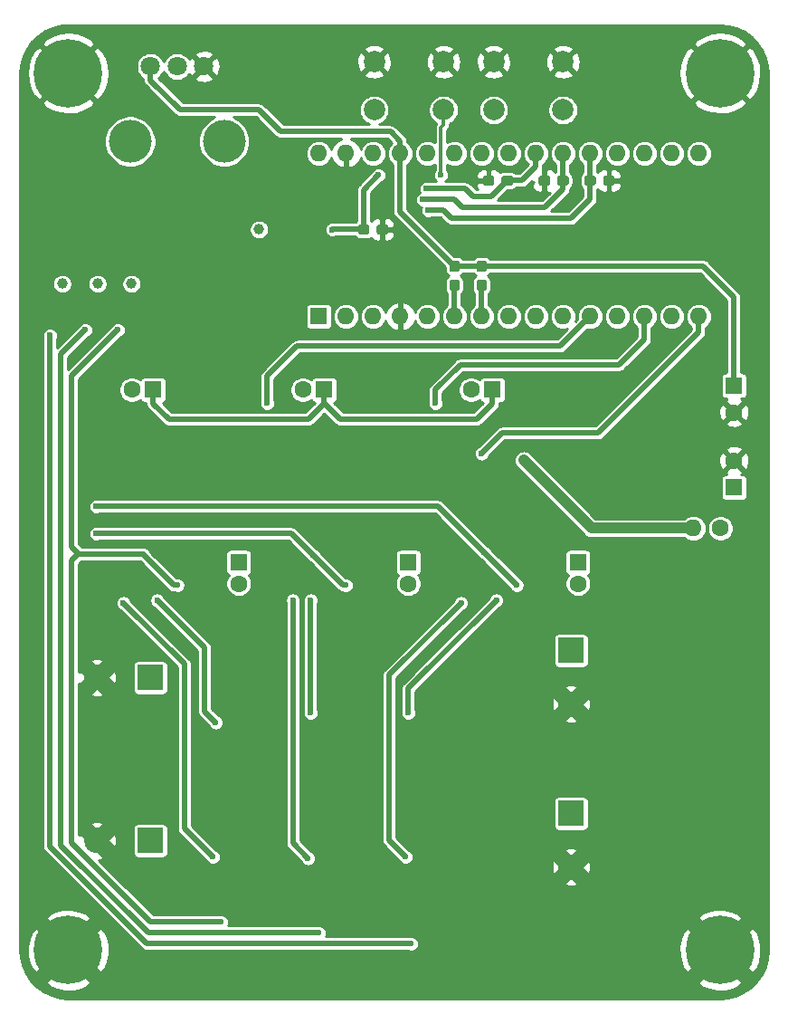
<source format=gbl>
G04 #@! TF.GenerationSoftware,KiCad,Pcbnew,(5.1.2)-1*
G04 #@! TF.CreationDate,2019-11-10T18:16:18+09:00*
G04 #@! TF.ProjectId,Inverter,496e7665-7274-4657-922e-6b696361645f,rev?*
G04 #@! TF.SameCoordinates,PX5731c70PY93d1cc0*
G04 #@! TF.FileFunction,Copper,L2,Bot*
G04 #@! TF.FilePolarity,Positive*
%FSLAX46Y46*%
G04 Gerber Fmt 4.6, Leading zero omitted, Abs format (unit mm)*
G04 Created by KiCad (PCBNEW (5.1.2)-1) date 2019-11-10 18:16:18*
%MOMM*%
%LPD*%
G04 APERTURE LIST*
%ADD10O,1.600000X1.600000*%
%ADD11R,1.600000X1.600000*%
%ADD12C,1.000000*%
%ADD13C,4.000000*%
%ADD14C,1.800000*%
%ADD15C,2.400000*%
%ADD16R,2.400000X2.400000*%
%ADD17C,1.600000*%
%ADD18C,6.400000*%
%ADD19C,2.000000*%
%ADD20C,0.100000*%
%ADD21C,0.950000*%
%ADD22C,0.600000*%
%ADD23C,0.500000*%
%ADD24C,1.000000*%
%ADD25C,0.300000*%
%ADD26C,0.254000*%
G04 APERTURE END LIST*
D10*
X64008000Y79502000D03*
X64008000Y64262000D03*
X28448000Y79502000D03*
X61468000Y64262000D03*
X30988000Y79502000D03*
X58928000Y64262000D03*
X33528000Y79502000D03*
X56388000Y64262000D03*
X36068000Y79502000D03*
X53848000Y64262000D03*
X38608000Y79502000D03*
X51308000Y64262000D03*
X41148000Y79502000D03*
X48768000Y64262000D03*
X43688000Y79502000D03*
X46228000Y64262000D03*
X46228000Y79502000D03*
X43688000Y64262000D03*
X48768000Y79502000D03*
X41148000Y64262000D03*
X51308000Y79502000D03*
X38608000Y64262000D03*
X53848000Y79502000D03*
X36068000Y64262000D03*
X56388000Y79502000D03*
X33528000Y64262000D03*
X58928000Y79502000D03*
X30988000Y64262000D03*
X61468000Y79502000D03*
D11*
X28448000Y64262000D03*
D12*
X22860000Y72390000D03*
X4445000Y67310000D03*
X7747000Y67310000D03*
X10922000Y67310000D03*
D13*
X10800000Y80630000D03*
X19600000Y80630000D03*
D14*
X12700000Y87630000D03*
X15200000Y87630000D03*
X17700000Y87630000D03*
D15*
X52070000Y12780000D03*
D16*
X52070000Y17780000D03*
D15*
X52070000Y28020000D03*
D16*
X52070000Y33020000D03*
D15*
X7700000Y15240000D03*
D16*
X12700000Y15240000D03*
D15*
X7700000Y30480000D03*
D16*
X12700000Y30480000D03*
D17*
X67310000Y55285000D03*
D11*
X67310000Y57785000D03*
D17*
X67310000Y50760000D03*
D11*
X67310000Y48260000D03*
D18*
X5000000Y87000000D03*
X66000000Y87000000D03*
X5000000Y5000000D03*
X66000000Y5000000D03*
D19*
X44808000Y83566000D03*
X44808000Y88066000D03*
X51308000Y83566000D03*
X51308000Y88066000D03*
X33632000Y83566000D03*
X33632000Y88066000D03*
X40132000Y83566000D03*
X40132000Y88066000D03*
D20*
G36*
X43948779Y69470856D02*
G01*
X43971834Y69467437D01*
X43994443Y69461773D01*
X44016387Y69453921D01*
X44037457Y69443956D01*
X44057448Y69431974D01*
X44076168Y69418090D01*
X44093438Y69402438D01*
X44109090Y69385168D01*
X44122974Y69366448D01*
X44134956Y69346457D01*
X44144921Y69325387D01*
X44152773Y69303443D01*
X44158437Y69280834D01*
X44161856Y69257779D01*
X44163000Y69234500D01*
X44163000Y68659500D01*
X44161856Y68636221D01*
X44158437Y68613166D01*
X44152773Y68590557D01*
X44144921Y68568613D01*
X44134956Y68547543D01*
X44122974Y68527552D01*
X44109090Y68508832D01*
X44093438Y68491562D01*
X44076168Y68475910D01*
X44057448Y68462026D01*
X44037457Y68450044D01*
X44016387Y68440079D01*
X43994443Y68432227D01*
X43971834Y68426563D01*
X43948779Y68423144D01*
X43925500Y68422000D01*
X43450500Y68422000D01*
X43427221Y68423144D01*
X43404166Y68426563D01*
X43381557Y68432227D01*
X43359613Y68440079D01*
X43338543Y68450044D01*
X43318552Y68462026D01*
X43299832Y68475910D01*
X43282562Y68491562D01*
X43266910Y68508832D01*
X43253026Y68527552D01*
X43241044Y68547543D01*
X43231079Y68568613D01*
X43223227Y68590557D01*
X43217563Y68613166D01*
X43214144Y68636221D01*
X43213000Y68659500D01*
X43213000Y69234500D01*
X43214144Y69257779D01*
X43217563Y69280834D01*
X43223227Y69303443D01*
X43231079Y69325387D01*
X43241044Y69346457D01*
X43253026Y69366448D01*
X43266910Y69385168D01*
X43282562Y69402438D01*
X43299832Y69418090D01*
X43318552Y69431974D01*
X43338543Y69443956D01*
X43359613Y69453921D01*
X43381557Y69461773D01*
X43404166Y69467437D01*
X43427221Y69470856D01*
X43450500Y69472000D01*
X43925500Y69472000D01*
X43948779Y69470856D01*
X43948779Y69470856D01*
G37*
D21*
X43688000Y68947000D03*
D20*
G36*
X43948779Y67720856D02*
G01*
X43971834Y67717437D01*
X43994443Y67711773D01*
X44016387Y67703921D01*
X44037457Y67693956D01*
X44057448Y67681974D01*
X44076168Y67668090D01*
X44093438Y67652438D01*
X44109090Y67635168D01*
X44122974Y67616448D01*
X44134956Y67596457D01*
X44144921Y67575387D01*
X44152773Y67553443D01*
X44158437Y67530834D01*
X44161856Y67507779D01*
X44163000Y67484500D01*
X44163000Y66909500D01*
X44161856Y66886221D01*
X44158437Y66863166D01*
X44152773Y66840557D01*
X44144921Y66818613D01*
X44134956Y66797543D01*
X44122974Y66777552D01*
X44109090Y66758832D01*
X44093438Y66741562D01*
X44076168Y66725910D01*
X44057448Y66712026D01*
X44037457Y66700044D01*
X44016387Y66690079D01*
X43994443Y66682227D01*
X43971834Y66676563D01*
X43948779Y66673144D01*
X43925500Y66672000D01*
X43450500Y66672000D01*
X43427221Y66673144D01*
X43404166Y66676563D01*
X43381557Y66682227D01*
X43359613Y66690079D01*
X43338543Y66700044D01*
X43318552Y66712026D01*
X43299832Y66725910D01*
X43282562Y66741562D01*
X43266910Y66758832D01*
X43253026Y66777552D01*
X43241044Y66797543D01*
X43231079Y66818613D01*
X43223227Y66840557D01*
X43217563Y66863166D01*
X43214144Y66886221D01*
X43213000Y66909500D01*
X43213000Y67484500D01*
X43214144Y67507779D01*
X43217563Y67530834D01*
X43223227Y67553443D01*
X43231079Y67575387D01*
X43241044Y67596457D01*
X43253026Y67616448D01*
X43266910Y67635168D01*
X43282562Y67652438D01*
X43299832Y67668090D01*
X43318552Y67681974D01*
X43338543Y67693956D01*
X43359613Y67703921D01*
X43381557Y67711773D01*
X43404166Y67717437D01*
X43427221Y67720856D01*
X43450500Y67722000D01*
X43925500Y67722000D01*
X43948779Y67720856D01*
X43948779Y67720856D01*
G37*
D21*
X43688000Y67197000D03*
D20*
G36*
X41408779Y69470856D02*
G01*
X41431834Y69467437D01*
X41454443Y69461773D01*
X41476387Y69453921D01*
X41497457Y69443956D01*
X41517448Y69431974D01*
X41536168Y69418090D01*
X41553438Y69402438D01*
X41569090Y69385168D01*
X41582974Y69366448D01*
X41594956Y69346457D01*
X41604921Y69325387D01*
X41612773Y69303443D01*
X41618437Y69280834D01*
X41621856Y69257779D01*
X41623000Y69234500D01*
X41623000Y68659500D01*
X41621856Y68636221D01*
X41618437Y68613166D01*
X41612773Y68590557D01*
X41604921Y68568613D01*
X41594956Y68547543D01*
X41582974Y68527552D01*
X41569090Y68508832D01*
X41553438Y68491562D01*
X41536168Y68475910D01*
X41517448Y68462026D01*
X41497457Y68450044D01*
X41476387Y68440079D01*
X41454443Y68432227D01*
X41431834Y68426563D01*
X41408779Y68423144D01*
X41385500Y68422000D01*
X40910500Y68422000D01*
X40887221Y68423144D01*
X40864166Y68426563D01*
X40841557Y68432227D01*
X40819613Y68440079D01*
X40798543Y68450044D01*
X40778552Y68462026D01*
X40759832Y68475910D01*
X40742562Y68491562D01*
X40726910Y68508832D01*
X40713026Y68527552D01*
X40701044Y68547543D01*
X40691079Y68568613D01*
X40683227Y68590557D01*
X40677563Y68613166D01*
X40674144Y68636221D01*
X40673000Y68659500D01*
X40673000Y69234500D01*
X40674144Y69257779D01*
X40677563Y69280834D01*
X40683227Y69303443D01*
X40691079Y69325387D01*
X40701044Y69346457D01*
X40713026Y69366448D01*
X40726910Y69385168D01*
X40742562Y69402438D01*
X40759832Y69418090D01*
X40778552Y69431974D01*
X40798543Y69443956D01*
X40819613Y69453921D01*
X40841557Y69461773D01*
X40864166Y69467437D01*
X40887221Y69470856D01*
X40910500Y69472000D01*
X41385500Y69472000D01*
X41408779Y69470856D01*
X41408779Y69470856D01*
G37*
D21*
X41148000Y68947000D03*
D20*
G36*
X41408779Y67720856D02*
G01*
X41431834Y67717437D01*
X41454443Y67711773D01*
X41476387Y67703921D01*
X41497457Y67693956D01*
X41517448Y67681974D01*
X41536168Y67668090D01*
X41553438Y67652438D01*
X41569090Y67635168D01*
X41582974Y67616448D01*
X41594956Y67596457D01*
X41604921Y67575387D01*
X41612773Y67553443D01*
X41618437Y67530834D01*
X41621856Y67507779D01*
X41623000Y67484500D01*
X41623000Y66909500D01*
X41621856Y66886221D01*
X41618437Y66863166D01*
X41612773Y66840557D01*
X41604921Y66818613D01*
X41594956Y66797543D01*
X41582974Y66777552D01*
X41569090Y66758832D01*
X41553438Y66741562D01*
X41536168Y66725910D01*
X41517448Y66712026D01*
X41497457Y66700044D01*
X41476387Y66690079D01*
X41454443Y66682227D01*
X41431834Y66676563D01*
X41408779Y66673144D01*
X41385500Y66672000D01*
X40910500Y66672000D01*
X40887221Y66673144D01*
X40864166Y66676563D01*
X40841557Y66682227D01*
X40819613Y66690079D01*
X40798543Y66700044D01*
X40778552Y66712026D01*
X40759832Y66725910D01*
X40742562Y66741562D01*
X40726910Y66758832D01*
X40713026Y66777552D01*
X40701044Y66797543D01*
X40691079Y66818613D01*
X40683227Y66840557D01*
X40677563Y66863166D01*
X40674144Y66886221D01*
X40673000Y66909500D01*
X40673000Y67484500D01*
X40674144Y67507779D01*
X40677563Y67530834D01*
X40683227Y67553443D01*
X40691079Y67575387D01*
X40701044Y67596457D01*
X40713026Y67616448D01*
X40726910Y67635168D01*
X40742562Y67652438D01*
X40759832Y67668090D01*
X40778552Y67681974D01*
X40798543Y67693956D01*
X40819613Y67703921D01*
X40841557Y67711773D01*
X40864166Y67717437D01*
X40887221Y67720856D01*
X40910500Y67722000D01*
X41385500Y67722000D01*
X41408779Y67720856D01*
X41408779Y67720856D01*
G37*
D21*
X41148000Y67197000D03*
D10*
X63500000Y44450000D03*
D17*
X66040000Y44450000D03*
D20*
G36*
X34713779Y72863856D02*
G01*
X34736834Y72860437D01*
X34759443Y72854773D01*
X34781387Y72846921D01*
X34802457Y72836956D01*
X34822448Y72824974D01*
X34841168Y72811090D01*
X34858438Y72795438D01*
X34874090Y72778168D01*
X34887974Y72759448D01*
X34899956Y72739457D01*
X34909921Y72718387D01*
X34917773Y72696443D01*
X34923437Y72673834D01*
X34926856Y72650779D01*
X34928000Y72627500D01*
X34928000Y72152500D01*
X34926856Y72129221D01*
X34923437Y72106166D01*
X34917773Y72083557D01*
X34909921Y72061613D01*
X34899956Y72040543D01*
X34887974Y72020552D01*
X34874090Y72001832D01*
X34858438Y71984562D01*
X34841168Y71968910D01*
X34822448Y71955026D01*
X34802457Y71943044D01*
X34781387Y71933079D01*
X34759443Y71925227D01*
X34736834Y71919563D01*
X34713779Y71916144D01*
X34690500Y71915000D01*
X34115500Y71915000D01*
X34092221Y71916144D01*
X34069166Y71919563D01*
X34046557Y71925227D01*
X34024613Y71933079D01*
X34003543Y71943044D01*
X33983552Y71955026D01*
X33964832Y71968910D01*
X33947562Y71984562D01*
X33931910Y72001832D01*
X33918026Y72020552D01*
X33906044Y72040543D01*
X33896079Y72061613D01*
X33888227Y72083557D01*
X33882563Y72106166D01*
X33879144Y72129221D01*
X33878000Y72152500D01*
X33878000Y72627500D01*
X33879144Y72650779D01*
X33882563Y72673834D01*
X33888227Y72696443D01*
X33896079Y72718387D01*
X33906044Y72739457D01*
X33918026Y72759448D01*
X33931910Y72778168D01*
X33947562Y72795438D01*
X33964832Y72811090D01*
X33983552Y72824974D01*
X34003543Y72836956D01*
X34024613Y72846921D01*
X34046557Y72854773D01*
X34069166Y72860437D01*
X34092221Y72863856D01*
X34115500Y72865000D01*
X34690500Y72865000D01*
X34713779Y72863856D01*
X34713779Y72863856D01*
G37*
D21*
X34403000Y72390000D03*
D20*
G36*
X32963779Y72863856D02*
G01*
X32986834Y72860437D01*
X33009443Y72854773D01*
X33031387Y72846921D01*
X33052457Y72836956D01*
X33072448Y72824974D01*
X33091168Y72811090D01*
X33108438Y72795438D01*
X33124090Y72778168D01*
X33137974Y72759448D01*
X33149956Y72739457D01*
X33159921Y72718387D01*
X33167773Y72696443D01*
X33173437Y72673834D01*
X33176856Y72650779D01*
X33178000Y72627500D01*
X33178000Y72152500D01*
X33176856Y72129221D01*
X33173437Y72106166D01*
X33167773Y72083557D01*
X33159921Y72061613D01*
X33149956Y72040543D01*
X33137974Y72020552D01*
X33124090Y72001832D01*
X33108438Y71984562D01*
X33091168Y71968910D01*
X33072448Y71955026D01*
X33052457Y71943044D01*
X33031387Y71933079D01*
X33009443Y71925227D01*
X32986834Y71919563D01*
X32963779Y71916144D01*
X32940500Y71915000D01*
X32365500Y71915000D01*
X32342221Y71916144D01*
X32319166Y71919563D01*
X32296557Y71925227D01*
X32274613Y71933079D01*
X32253543Y71943044D01*
X32233552Y71955026D01*
X32214832Y71968910D01*
X32197562Y71984562D01*
X32181910Y72001832D01*
X32168026Y72020552D01*
X32156044Y72040543D01*
X32146079Y72061613D01*
X32138227Y72083557D01*
X32132563Y72106166D01*
X32129144Y72129221D01*
X32128000Y72152500D01*
X32128000Y72627500D01*
X32129144Y72650779D01*
X32132563Y72673834D01*
X32138227Y72696443D01*
X32146079Y72718387D01*
X32156044Y72739457D01*
X32168026Y72759448D01*
X32181910Y72778168D01*
X32197562Y72795438D01*
X32214832Y72811090D01*
X32233552Y72824974D01*
X32253543Y72836956D01*
X32274613Y72846921D01*
X32296557Y72854773D01*
X32319166Y72860437D01*
X32342221Y72863856D01*
X32365500Y72865000D01*
X32940500Y72865000D01*
X32963779Y72863856D01*
X32963779Y72863856D01*
G37*
D21*
X32653000Y72390000D03*
D20*
G36*
X44647779Y77435856D02*
G01*
X44670834Y77432437D01*
X44693443Y77426773D01*
X44715387Y77418921D01*
X44736457Y77408956D01*
X44756448Y77396974D01*
X44775168Y77383090D01*
X44792438Y77367438D01*
X44808090Y77350168D01*
X44821974Y77331448D01*
X44833956Y77311457D01*
X44843921Y77290387D01*
X44851773Y77268443D01*
X44857437Y77245834D01*
X44860856Y77222779D01*
X44862000Y77199500D01*
X44862000Y76724500D01*
X44860856Y76701221D01*
X44857437Y76678166D01*
X44851773Y76655557D01*
X44843921Y76633613D01*
X44833956Y76612543D01*
X44821974Y76592552D01*
X44808090Y76573832D01*
X44792438Y76556562D01*
X44775168Y76540910D01*
X44756448Y76527026D01*
X44736457Y76515044D01*
X44715387Y76505079D01*
X44693443Y76497227D01*
X44670834Y76491563D01*
X44647779Y76488144D01*
X44624500Y76487000D01*
X44049500Y76487000D01*
X44026221Y76488144D01*
X44003166Y76491563D01*
X43980557Y76497227D01*
X43958613Y76505079D01*
X43937543Y76515044D01*
X43917552Y76527026D01*
X43898832Y76540910D01*
X43881562Y76556562D01*
X43865910Y76573832D01*
X43852026Y76592552D01*
X43840044Y76612543D01*
X43830079Y76633613D01*
X43822227Y76655557D01*
X43816563Y76678166D01*
X43813144Y76701221D01*
X43812000Y76724500D01*
X43812000Y77199500D01*
X43813144Y77222779D01*
X43816563Y77245834D01*
X43822227Y77268443D01*
X43830079Y77290387D01*
X43840044Y77311457D01*
X43852026Y77331448D01*
X43865910Y77350168D01*
X43881562Y77367438D01*
X43898832Y77383090D01*
X43917552Y77396974D01*
X43937543Y77408956D01*
X43958613Y77418921D01*
X43980557Y77426773D01*
X44003166Y77432437D01*
X44026221Y77435856D01*
X44049500Y77437000D01*
X44624500Y77437000D01*
X44647779Y77435856D01*
X44647779Y77435856D01*
G37*
D21*
X44337000Y76962000D03*
D20*
G36*
X46397779Y77435856D02*
G01*
X46420834Y77432437D01*
X46443443Y77426773D01*
X46465387Y77418921D01*
X46486457Y77408956D01*
X46506448Y77396974D01*
X46525168Y77383090D01*
X46542438Y77367438D01*
X46558090Y77350168D01*
X46571974Y77331448D01*
X46583956Y77311457D01*
X46593921Y77290387D01*
X46601773Y77268443D01*
X46607437Y77245834D01*
X46610856Y77222779D01*
X46612000Y77199500D01*
X46612000Y76724500D01*
X46610856Y76701221D01*
X46607437Y76678166D01*
X46601773Y76655557D01*
X46593921Y76633613D01*
X46583956Y76612543D01*
X46571974Y76592552D01*
X46558090Y76573832D01*
X46542438Y76556562D01*
X46525168Y76540910D01*
X46506448Y76527026D01*
X46486457Y76515044D01*
X46465387Y76505079D01*
X46443443Y76497227D01*
X46420834Y76491563D01*
X46397779Y76488144D01*
X46374500Y76487000D01*
X45799500Y76487000D01*
X45776221Y76488144D01*
X45753166Y76491563D01*
X45730557Y76497227D01*
X45708613Y76505079D01*
X45687543Y76515044D01*
X45667552Y76527026D01*
X45648832Y76540910D01*
X45631562Y76556562D01*
X45615910Y76573832D01*
X45602026Y76592552D01*
X45590044Y76612543D01*
X45580079Y76633613D01*
X45572227Y76655557D01*
X45566563Y76678166D01*
X45563144Y76701221D01*
X45562000Y76724500D01*
X45562000Y77199500D01*
X45563144Y77222779D01*
X45566563Y77245834D01*
X45572227Y77268443D01*
X45580079Y77290387D01*
X45590044Y77311457D01*
X45602026Y77331448D01*
X45615910Y77350168D01*
X45631562Y77367438D01*
X45648832Y77383090D01*
X45667552Y77396974D01*
X45687543Y77408956D01*
X45708613Y77418921D01*
X45730557Y77426773D01*
X45753166Y77432437D01*
X45776221Y77435856D01*
X45799500Y77437000D01*
X46374500Y77437000D01*
X46397779Y77435856D01*
X46397779Y77435856D01*
G37*
D21*
X46087000Y76962000D03*
D17*
X52705000Y39275000D03*
D11*
X52705000Y41275000D03*
D17*
X36830000Y39275000D03*
D11*
X36830000Y41275000D03*
D17*
X20955000Y39275000D03*
D11*
X20955000Y41275000D03*
D20*
G36*
X49868779Y77435856D02*
G01*
X49891834Y77432437D01*
X49914443Y77426773D01*
X49936387Y77418921D01*
X49957457Y77408956D01*
X49977448Y77396974D01*
X49996168Y77383090D01*
X50013438Y77367438D01*
X50029090Y77350168D01*
X50042974Y77331448D01*
X50054956Y77311457D01*
X50064921Y77290387D01*
X50072773Y77268443D01*
X50078437Y77245834D01*
X50081856Y77222779D01*
X50083000Y77199500D01*
X50083000Y76724500D01*
X50081856Y76701221D01*
X50078437Y76678166D01*
X50072773Y76655557D01*
X50064921Y76633613D01*
X50054956Y76612543D01*
X50042974Y76592552D01*
X50029090Y76573832D01*
X50013438Y76556562D01*
X49996168Y76540910D01*
X49977448Y76527026D01*
X49957457Y76515044D01*
X49936387Y76505079D01*
X49914443Y76497227D01*
X49891834Y76491563D01*
X49868779Y76488144D01*
X49845500Y76487000D01*
X49270500Y76487000D01*
X49247221Y76488144D01*
X49224166Y76491563D01*
X49201557Y76497227D01*
X49179613Y76505079D01*
X49158543Y76515044D01*
X49138552Y76527026D01*
X49119832Y76540910D01*
X49102562Y76556562D01*
X49086910Y76573832D01*
X49073026Y76592552D01*
X49061044Y76612543D01*
X49051079Y76633613D01*
X49043227Y76655557D01*
X49037563Y76678166D01*
X49034144Y76701221D01*
X49033000Y76724500D01*
X49033000Y77199500D01*
X49034144Y77222779D01*
X49037563Y77245834D01*
X49043227Y77268443D01*
X49051079Y77290387D01*
X49061044Y77311457D01*
X49073026Y77331448D01*
X49086910Y77350168D01*
X49102562Y77367438D01*
X49119832Y77383090D01*
X49138552Y77396974D01*
X49158543Y77408956D01*
X49179613Y77418921D01*
X49201557Y77426773D01*
X49224166Y77432437D01*
X49247221Y77435856D01*
X49270500Y77437000D01*
X49845500Y77437000D01*
X49868779Y77435856D01*
X49868779Y77435856D01*
G37*
D21*
X49558000Y76962000D03*
D20*
G36*
X51618779Y77435856D02*
G01*
X51641834Y77432437D01*
X51664443Y77426773D01*
X51686387Y77418921D01*
X51707457Y77408956D01*
X51727448Y77396974D01*
X51746168Y77383090D01*
X51763438Y77367438D01*
X51779090Y77350168D01*
X51792974Y77331448D01*
X51804956Y77311457D01*
X51814921Y77290387D01*
X51822773Y77268443D01*
X51828437Y77245834D01*
X51831856Y77222779D01*
X51833000Y77199500D01*
X51833000Y76724500D01*
X51831856Y76701221D01*
X51828437Y76678166D01*
X51822773Y76655557D01*
X51814921Y76633613D01*
X51804956Y76612543D01*
X51792974Y76592552D01*
X51779090Y76573832D01*
X51763438Y76556562D01*
X51746168Y76540910D01*
X51727448Y76527026D01*
X51707457Y76515044D01*
X51686387Y76505079D01*
X51664443Y76497227D01*
X51641834Y76491563D01*
X51618779Y76488144D01*
X51595500Y76487000D01*
X51020500Y76487000D01*
X50997221Y76488144D01*
X50974166Y76491563D01*
X50951557Y76497227D01*
X50929613Y76505079D01*
X50908543Y76515044D01*
X50888552Y76527026D01*
X50869832Y76540910D01*
X50852562Y76556562D01*
X50836910Y76573832D01*
X50823026Y76592552D01*
X50811044Y76612543D01*
X50801079Y76633613D01*
X50793227Y76655557D01*
X50787563Y76678166D01*
X50784144Y76701221D01*
X50783000Y76724500D01*
X50783000Y77199500D01*
X50784144Y77222779D01*
X50787563Y77245834D01*
X50793227Y77268443D01*
X50801079Y77290387D01*
X50811044Y77311457D01*
X50823026Y77331448D01*
X50836910Y77350168D01*
X50852562Y77367438D01*
X50869832Y77383090D01*
X50888552Y77396974D01*
X50908543Y77408956D01*
X50929613Y77418921D01*
X50951557Y77426773D01*
X50974166Y77432437D01*
X50997221Y77435856D01*
X51020500Y77437000D01*
X51595500Y77437000D01*
X51618779Y77435856D01*
X51618779Y77435856D01*
G37*
D21*
X51308000Y76962000D03*
D20*
G36*
X55908779Y77435856D02*
G01*
X55931834Y77432437D01*
X55954443Y77426773D01*
X55976387Y77418921D01*
X55997457Y77408956D01*
X56017448Y77396974D01*
X56036168Y77383090D01*
X56053438Y77367438D01*
X56069090Y77350168D01*
X56082974Y77331448D01*
X56094956Y77311457D01*
X56104921Y77290387D01*
X56112773Y77268443D01*
X56118437Y77245834D01*
X56121856Y77222779D01*
X56123000Y77199500D01*
X56123000Y76724500D01*
X56121856Y76701221D01*
X56118437Y76678166D01*
X56112773Y76655557D01*
X56104921Y76633613D01*
X56094956Y76612543D01*
X56082974Y76592552D01*
X56069090Y76573832D01*
X56053438Y76556562D01*
X56036168Y76540910D01*
X56017448Y76527026D01*
X55997457Y76515044D01*
X55976387Y76505079D01*
X55954443Y76497227D01*
X55931834Y76491563D01*
X55908779Y76488144D01*
X55885500Y76487000D01*
X55310500Y76487000D01*
X55287221Y76488144D01*
X55264166Y76491563D01*
X55241557Y76497227D01*
X55219613Y76505079D01*
X55198543Y76515044D01*
X55178552Y76527026D01*
X55159832Y76540910D01*
X55142562Y76556562D01*
X55126910Y76573832D01*
X55113026Y76592552D01*
X55101044Y76612543D01*
X55091079Y76633613D01*
X55083227Y76655557D01*
X55077563Y76678166D01*
X55074144Y76701221D01*
X55073000Y76724500D01*
X55073000Y77199500D01*
X55074144Y77222779D01*
X55077563Y77245834D01*
X55083227Y77268443D01*
X55091079Y77290387D01*
X55101044Y77311457D01*
X55113026Y77331448D01*
X55126910Y77350168D01*
X55142562Y77367438D01*
X55159832Y77383090D01*
X55178552Y77396974D01*
X55198543Y77408956D01*
X55219613Y77418921D01*
X55241557Y77426773D01*
X55264166Y77432437D01*
X55287221Y77435856D01*
X55310500Y77437000D01*
X55885500Y77437000D01*
X55908779Y77435856D01*
X55908779Y77435856D01*
G37*
D21*
X55598000Y76962000D03*
D20*
G36*
X54158779Y77435856D02*
G01*
X54181834Y77432437D01*
X54204443Y77426773D01*
X54226387Y77418921D01*
X54247457Y77408956D01*
X54267448Y77396974D01*
X54286168Y77383090D01*
X54303438Y77367438D01*
X54319090Y77350168D01*
X54332974Y77331448D01*
X54344956Y77311457D01*
X54354921Y77290387D01*
X54362773Y77268443D01*
X54368437Y77245834D01*
X54371856Y77222779D01*
X54373000Y77199500D01*
X54373000Y76724500D01*
X54371856Y76701221D01*
X54368437Y76678166D01*
X54362773Y76655557D01*
X54354921Y76633613D01*
X54344956Y76612543D01*
X54332974Y76592552D01*
X54319090Y76573832D01*
X54303438Y76556562D01*
X54286168Y76540910D01*
X54267448Y76527026D01*
X54247457Y76515044D01*
X54226387Y76505079D01*
X54204443Y76497227D01*
X54181834Y76491563D01*
X54158779Y76488144D01*
X54135500Y76487000D01*
X53560500Y76487000D01*
X53537221Y76488144D01*
X53514166Y76491563D01*
X53491557Y76497227D01*
X53469613Y76505079D01*
X53448543Y76515044D01*
X53428552Y76527026D01*
X53409832Y76540910D01*
X53392562Y76556562D01*
X53376910Y76573832D01*
X53363026Y76592552D01*
X53351044Y76612543D01*
X53341079Y76633613D01*
X53333227Y76655557D01*
X53327563Y76678166D01*
X53324144Y76701221D01*
X53323000Y76724500D01*
X53323000Y77199500D01*
X53324144Y77222779D01*
X53327563Y77245834D01*
X53333227Y77268443D01*
X53341079Y77290387D01*
X53351044Y77311457D01*
X53363026Y77331448D01*
X53376910Y77350168D01*
X53392562Y77367438D01*
X53409832Y77383090D01*
X53428552Y77396974D01*
X53448543Y77408956D01*
X53469613Y77418921D01*
X53491557Y77426773D01*
X53514166Y77432437D01*
X53537221Y77435856D01*
X53560500Y77437000D01*
X54135500Y77437000D01*
X54158779Y77435856D01*
X54158779Y77435856D01*
G37*
D21*
X53848000Y76962000D03*
D17*
X42704000Y57404000D03*
D11*
X44704000Y57404000D03*
D17*
X26956000Y57404000D03*
D11*
X28956000Y57404000D03*
D17*
X10954000Y57404000D03*
D11*
X12954000Y57404000D03*
D22*
X43497500Y40894000D03*
X24765000Y42481500D03*
X19431000Y45212000D03*
X11811000Y40386000D03*
X25590500Y47561500D03*
X60706000Y27686000D03*
X60706000Y26670000D03*
X61976000Y26670000D03*
X61976000Y27686000D03*
X63246000Y27686000D03*
X63246000Y26670000D03*
X64516000Y26670000D03*
X64516000Y27686000D03*
X65786000Y27686000D03*
X65786000Y26670000D03*
X67056000Y26670000D03*
X67056000Y27686000D03*
X68326000Y27686000D03*
X68326000Y26670000D03*
X69596000Y26670000D03*
X69596000Y27686000D03*
X60706000Y19050000D03*
X61976000Y19050000D03*
X63246000Y19050000D03*
X64516000Y19050000D03*
X65786000Y19050000D03*
X67056000Y19050000D03*
X68326000Y19050000D03*
X69596000Y19050000D03*
X47053500Y43243500D03*
X49530000Y42164000D03*
X60706000Y17780000D03*
X61976000Y17780000D03*
X63246000Y17780000D03*
X64516000Y17780000D03*
X65786000Y17780000D03*
X67056000Y17780000D03*
X68326000Y17780000D03*
X69596000Y17780000D03*
X24384000Y15748000D03*
X25146000Y15748000D03*
X24384000Y11557000D03*
X25146000Y11557000D03*
X25908000Y11557000D03*
X30099000Y11557000D03*
X30099000Y15748000D03*
X33274000Y15748000D03*
X34036000Y15748000D03*
X34036000Y11557000D03*
X33274000Y11557000D03*
X34798000Y11557000D03*
X38989000Y15748000D03*
X38989000Y11557000D03*
X42164000Y15748000D03*
X42926000Y15748000D03*
X42926000Y11557000D03*
X42164000Y11557000D03*
X43688000Y11557000D03*
X9652000Y35814000D03*
X42418000Y77724000D03*
X38354000Y77470000D03*
X34798000Y80518000D03*
X28905200Y73279000D03*
X47498000Y78486000D03*
X37338000Y80645000D03*
X47752000Y58420000D03*
X50038000Y50546000D03*
X47498000Y62738000D03*
X20320000Y60960000D03*
X36893500Y82613500D03*
X42418000Y81724500D03*
X47498000Y81788000D03*
X47498000Y75692000D03*
X52070000Y75120500D03*
X58229500Y76898500D03*
X55118000Y65913000D03*
X8572500Y74930000D03*
X5461000Y60325000D03*
X6985000Y61849000D03*
X27686000Y40322500D03*
X65405000Y41910000D03*
X46355000Y67310000D03*
X52070000Y67310000D03*
X57785000Y67310000D03*
X63500000Y67310000D03*
X63500000Y70485000D03*
X57785000Y70485000D03*
X52070000Y70485000D03*
X46355000Y70485000D03*
X42545000Y71120000D03*
X42545000Y66040000D03*
X45085000Y66040000D03*
X45085000Y71120000D03*
X40005000Y66040000D03*
X40005000Y72390000D03*
X26670000Y66040000D03*
X26670000Y71120002D03*
X31115000Y71120000D03*
X36195000Y71120000D03*
X22225000Y66040000D03*
X11430000Y74104500D03*
X19050000Y73279000D03*
X15875000Y73279000D03*
X15875000Y71120000D03*
X19050000Y71120000D03*
X15875000Y64770000D03*
X19050000Y64770000D03*
X12700000Y64770000D03*
X9525000Y64770000D03*
X9525000Y69215000D03*
X6350000Y69215000D03*
X32385000Y78105000D03*
X25400000Y86360000D03*
X28575000Y86360000D03*
X20320000Y86614000D03*
X20320000Y84455000D03*
X38735000Y60325000D03*
X34925000Y55880000D03*
X32385000Y55880000D03*
X34925000Y53340000D03*
X32385000Y53340000D03*
X35560000Y45085000D03*
X40640000Y41910000D03*
X31115000Y50800000D03*
X38100000Y55880000D03*
X38100000Y53340000D03*
X40640000Y53340000D03*
X17780000Y42545000D03*
X17780000Y37465000D03*
X24765000Y37465000D03*
X29210000Y37465000D03*
X39370000Y37465000D03*
X43180000Y37401501D03*
X46355000Y37465000D03*
X52705000Y37465000D03*
X47625000Y45720000D03*
X51435000Y44450000D03*
X56515000Y41910000D03*
X61594998Y41910000D03*
X15240000Y58420000D03*
X20320000Y58420000D03*
X27940000Y60324998D03*
X25654000Y55880000D03*
X8890000Y52705000D03*
X6350000Y64770000D03*
X4445000Y74295000D03*
X8255000Y77470000D03*
X15239998Y77470000D03*
X22225000Y77470000D03*
X22225000Y81914998D03*
X15240000Y81915000D03*
X15240000Y85090000D03*
X10794998Y85090000D03*
X26035000Y82550000D03*
X31750000Y82550000D03*
X26035000Y80010000D03*
X6985000Y55880000D03*
X6985000Y47625000D03*
X6985000Y39370000D03*
X6985000Y22860000D03*
X45974000Y55372000D03*
X38100000Y50165000D03*
X40640000Y50165000D03*
X33655000Y41910000D03*
X15240000Y53340000D03*
X2540000Y69215000D03*
X2540000Y64770000D03*
X33655000Y60325000D03*
X33655000Y66040000D03*
X1270000Y55880000D03*
X1270000Y47625000D03*
X1270000Y39370000D03*
X1270000Y30480000D03*
X1270000Y22860000D03*
X13335000Y8890000D03*
X19050000Y8890000D03*
X18415000Y22225000D03*
X18415000Y15875000D03*
X27305000Y15875000D03*
X27305000Y22225000D03*
X36195000Y22225000D03*
X44704000Y22225000D03*
X27305000Y8890000D03*
X36195000Y15875000D03*
X36195000Y8890000D03*
X13335000Y3810000D03*
X19050000Y3810000D03*
X27305000Y3810000D03*
X36195000Y3810000D03*
X1270000Y15240000D03*
X43688000Y15748000D03*
X19050000Y90805000D03*
X27305000Y90805000D03*
X35560000Y90805000D03*
X43815000Y90805000D03*
X52070000Y90805000D03*
X69850000Y73660000D03*
X69850000Y65405000D03*
X69850000Y41910000D03*
X19050000Y1270000D03*
X27305000Y1270000D03*
X36195000Y1270000D03*
X44450000Y1270000D03*
X52705000Y1270000D03*
X22225000Y71120000D03*
X22225000Y53340000D03*
X24765000Y53340000D03*
X22225000Y50165000D03*
X19685000Y53340000D03*
X19685000Y49530000D03*
X34925000Y50165002D03*
X31115000Y43180000D03*
X15708300Y45504990D03*
X22508548Y55596452D03*
X60325000Y62865000D03*
X56515000Y62230000D03*
X53340000Y57150000D03*
X40640000Y55880000D03*
X60706000Y56388000D03*
X53340000Y47625000D03*
X61595000Y45720000D03*
X56515000Y45720000D03*
X56515000Y57150000D03*
X63500000Y60706000D03*
X40640000Y47498000D03*
X47625000Y50800000D03*
X39878000Y77470008D03*
X9652000Y62992000D03*
X19303998Y7620000D03*
X12000000Y42000000D03*
X15226000Y39130000D03*
X6604000Y62992000D03*
X28448000Y6604000D03*
X27940000Y41910000D03*
X30988000Y39116000D03*
X4318000Y43942000D03*
X7620000Y43942000D03*
X3302000Y62484000D03*
X37084000Y5588000D03*
X43942000Y42164000D03*
X46975995Y39130005D03*
X3302000Y46482000D03*
X7620000Y46482000D03*
X13335000Y37719000D03*
X18796000Y26289000D03*
X18542000Y13716000D03*
X10160000Y37465000D03*
X27686000Y27178000D03*
X27686001Y37718999D03*
X27432000Y13589000D03*
X26035000Y37719000D03*
X36830000Y27178010D03*
X45084995Y37718995D03*
X36576000Y13716000D03*
X41783000Y37465028D03*
X29704000Y72376000D03*
X34036000Y77470000D03*
X38521458Y76199998D03*
X38183764Y75184000D03*
X38691758Y74168000D03*
X43670590Y51435000D03*
X39370000Y56134000D03*
X23621996Y56134000D03*
D23*
X12700000Y86357208D02*
X15491208Y83566000D01*
X12700000Y87630000D02*
X12700000Y86357208D01*
X15491208Y83566000D02*
X22860000Y83566000D01*
X36068000Y80633370D02*
X36068000Y79502000D01*
X22860000Y83566000D02*
X24892000Y81534000D01*
X24892000Y81534000D02*
X35167370Y81534000D01*
X35167370Y81534000D02*
X36068000Y80633370D01*
X36068000Y74027000D02*
X41148000Y68947000D01*
X36068000Y79502000D02*
X36068000Y74027000D01*
X41148000Y68947000D02*
X43688000Y68947000D01*
X67310000Y66040000D02*
X67310000Y57785000D01*
X43688000Y68947000D02*
X64403000Y68947000D01*
X64403000Y68947000D02*
X67310000Y66040000D01*
X12954000Y56104000D02*
X14448000Y54610000D01*
X12954000Y57404000D02*
X12954000Y56104000D01*
X28956000Y56104000D02*
X28956000Y57404000D01*
X27462000Y54610000D02*
X28956000Y56104000D01*
X14448000Y54610000D02*
X27462000Y54610000D01*
X44704000Y56104000D02*
X44704000Y57404000D01*
X43210000Y54610000D02*
X44704000Y56104000D01*
X30480000Y54610000D02*
X43210000Y54610000D01*
X29036001Y56053999D02*
X30480000Y54610000D01*
X28956000Y56104000D02*
X29006001Y56053999D01*
X29006001Y56053999D02*
X29036001Y56053999D01*
D24*
X63500000Y44450000D02*
X62368630Y44450000D01*
X53975000Y44450000D02*
X47625000Y50800000D01*
X63500000Y44450000D02*
X53975000Y44450000D01*
D23*
X41148000Y67197000D02*
X41148000Y64262000D01*
D25*
X40132000Y82151787D02*
X39878000Y81897787D01*
X39878000Y81897787D02*
X39878000Y77470008D01*
X40132000Y83566000D02*
X40132000Y82151787D01*
D23*
X14870000Y39130000D02*
X15226000Y39130000D01*
X12000000Y42000000D02*
X14870000Y39130000D01*
X12000000Y42000000D02*
X6895000Y42000000D01*
X5334000Y58674000D02*
X9652000Y62992000D01*
X5334000Y42672000D02*
X5334000Y58674000D01*
X6895000Y42000000D02*
X6006000Y42000000D01*
X6006000Y42000000D02*
X5334000Y42672000D01*
X18879734Y7620000D02*
X19303998Y7620000D01*
X12700000Y7620000D02*
X18879734Y7620000D01*
X5334000Y14986000D02*
X12700000Y7620000D01*
X5334000Y41402000D02*
X5334000Y14986000D01*
X6895000Y42000000D02*
X5932000Y42000000D01*
X5932000Y42000000D02*
X5334000Y41402000D01*
X4318000Y60706000D02*
X4318000Y14774087D01*
X6604000Y62992000D02*
X4318000Y60706000D01*
X4318000Y14774087D02*
X12488087Y6604000D01*
X12488087Y6604000D02*
X28023736Y6604000D01*
X28023736Y6604000D02*
X28448000Y6604000D01*
X27940000Y41910000D02*
X30734000Y39116000D01*
X30734000Y39116000D02*
X30988000Y39116000D01*
X8044264Y43942000D02*
X7620000Y43942000D01*
X25908000Y43942000D02*
X8044264Y43942000D01*
X27940000Y41910000D02*
X25908000Y43942000D01*
X3302000Y14658701D02*
X12372701Y5588000D01*
X12372701Y5588000D02*
X37084000Y5588000D01*
X3302000Y62484000D02*
X3302000Y14658701D01*
X43942000Y42164000D02*
X46975995Y39130005D01*
X43942000Y42164000D02*
X39624000Y46482000D01*
X39624000Y46482000D02*
X8044264Y46482000D01*
X8044264Y46482000D02*
X7620000Y46482000D01*
X43688000Y67197000D02*
X43688000Y64262000D01*
X17780000Y33274000D02*
X13335000Y37719000D01*
X18796000Y26289000D02*
X17780000Y27305000D01*
X17780000Y27305000D02*
X17780000Y33274000D01*
X15875000Y31750000D02*
X10160000Y37465000D01*
X18542000Y13716000D02*
X15875000Y16383000D01*
X15875000Y16383000D02*
X15875000Y31750000D01*
X27686000Y27178000D02*
X27686000Y37338000D01*
X27686000Y37338000D02*
X27686000Y37718998D01*
X27686000Y37718998D02*
X27686001Y37718999D01*
X27432000Y13589000D02*
X26035000Y14986000D01*
X26035000Y14986000D02*
X26035000Y37294736D01*
X26035000Y37294736D02*
X26035000Y37719000D01*
X36830000Y27178010D02*
X36830000Y29464000D01*
X36830000Y29464000D02*
X44784996Y37418996D01*
X44784996Y37418996D02*
X45084995Y37718995D01*
X35052000Y30734028D02*
X41483001Y37165029D01*
X41483001Y37165029D02*
X41783000Y37465028D01*
X35052000Y15240000D02*
X35052000Y30734028D01*
X36576000Y13716000D02*
X35052000Y15240000D01*
X29718000Y72390000D02*
X29704000Y72376000D01*
X32653000Y72390000D02*
X29718000Y72390000D01*
X32653000Y72390000D02*
X32512000Y72531000D01*
X32653000Y76087000D02*
X34036000Y77470000D01*
X32653000Y72390000D02*
X32653000Y76087000D01*
X48768000Y78232000D02*
X48768000Y79502000D01*
X46087000Y76962000D02*
X47498000Y76962000D01*
X47498000Y76962000D02*
X48768000Y78232000D01*
X46087000Y76962000D02*
X44563000Y75438000D01*
X42164002Y76199998D02*
X38945722Y76199998D01*
X38945722Y76199998D02*
X38521458Y76199998D01*
X42926000Y75438000D02*
X42164002Y76199998D01*
X44563000Y75438000D02*
X42926000Y75438000D01*
X51308000Y79502000D02*
X51308000Y76962000D01*
X38608028Y75184000D02*
X38183764Y75184000D01*
X41148000Y75184000D02*
X38608028Y75184000D01*
X41910000Y74422000D02*
X41148000Y75184000D01*
X49595000Y74422000D02*
X41910000Y74422000D01*
X51308000Y76962000D02*
X51308000Y76135000D01*
X51308000Y76135000D02*
X49595000Y74422000D01*
X53848000Y79502000D02*
X53848000Y76962000D01*
X39116022Y74168000D02*
X38691758Y74168000D01*
X40132000Y74168000D02*
X39116022Y74168000D01*
X40894000Y73406000D02*
X40132000Y74168000D01*
X52070000Y73406000D02*
X40894000Y73406000D01*
X53848000Y76962000D02*
X53848000Y75184000D01*
X53848000Y75184000D02*
X52070000Y73406000D01*
X43970589Y51734999D02*
X43670590Y51435000D01*
X45575590Y53340000D02*
X43970589Y51734999D01*
X54610000Y53340000D02*
X45575590Y53340000D01*
X64008000Y64262000D02*
X64008000Y62738000D01*
X64008000Y62738000D02*
X54610000Y53340000D01*
X39370000Y57404000D02*
X39370000Y56134000D01*
X41696001Y59730001D02*
X39370000Y57404000D01*
X56555001Y59730001D02*
X41696001Y59730001D01*
X58928000Y64262000D02*
X58928000Y62103000D01*
X58928000Y62103000D02*
X56555001Y59730001D01*
X23621996Y56558264D02*
X23621996Y56134000D01*
X23621996Y58673996D02*
X23621996Y56558264D01*
X26416000Y61468000D02*
X23621996Y58673996D01*
X53848000Y64262000D02*
X51054000Y61468000D01*
X51054000Y61468000D02*
X26416000Y61468000D01*
D26*
G36*
X70498000Y5022361D02*
G01*
X70424948Y4203824D01*
X70214024Y3432818D01*
X69869900Y2711347D01*
X69403451Y2062215D01*
X68829429Y1505949D01*
X68165965Y1060120D01*
X67434046Y738830D01*
X66652926Y551299D01*
X65981591Y502000D01*
X5022361Y502000D01*
X4203824Y575052D01*
X3432818Y785976D01*
X2711347Y1130100D01*
X2062215Y1596549D01*
X1686500Y1984257D01*
X2865313Y1984257D01*
X3268751Y1557229D01*
X3973668Y1285631D01*
X4718026Y1156774D01*
X5473220Y1175610D01*
X6210229Y1341415D01*
X6731249Y1557229D01*
X7134687Y1984257D01*
X63865313Y1984257D01*
X64268751Y1557229D01*
X64973668Y1285631D01*
X65718026Y1156774D01*
X66473220Y1175610D01*
X67210229Y1341415D01*
X67731249Y1557229D01*
X68134687Y1984257D01*
X66000000Y4118945D01*
X63865313Y1984257D01*
X7134687Y1984257D01*
X5000000Y4118945D01*
X2865313Y1984257D01*
X1686500Y1984257D01*
X1505949Y2170571D01*
X1060120Y2834035D01*
X738830Y3565954D01*
X551299Y4347074D01*
X502000Y5018409D01*
X502000Y5281974D01*
X1156774Y5281974D01*
X1175610Y4526780D01*
X1341415Y3789771D01*
X1557229Y3268751D01*
X1984257Y2865313D01*
X4118945Y5000000D01*
X5881055Y5000000D01*
X8015743Y2865313D01*
X8442771Y3268751D01*
X8714369Y3973668D01*
X8843226Y4718026D01*
X8824390Y5473220D01*
X8658585Y6210229D01*
X8442771Y6731249D01*
X8015743Y7134687D01*
X5881055Y5000000D01*
X4118945Y5000000D01*
X1984257Y7134687D01*
X1557229Y6731249D01*
X1285631Y6026332D01*
X1156774Y5281974D01*
X502000Y5281974D01*
X502000Y8015743D01*
X2865313Y8015743D01*
X5000000Y5881055D01*
X7134687Y8015743D01*
X6731249Y8442771D01*
X6026332Y8714369D01*
X5281974Y8843226D01*
X4526780Y8824390D01*
X3789771Y8658585D01*
X3268751Y8442771D01*
X2865313Y8015743D01*
X502000Y8015743D01*
X502000Y37873000D01*
X2625001Y37873000D01*
X2625001Y14691956D01*
X2621726Y14658701D01*
X2634796Y14525987D01*
X2673508Y14398372D01*
X2736372Y14280761D01*
X2799776Y14203503D01*
X2799779Y14203500D01*
X2820974Y14177674D01*
X2846800Y14156479D01*
X11870475Y5132804D01*
X11891674Y5106973D01*
X11994760Y5022372D01*
X12112371Y4959508D01*
X12239986Y4920796D01*
X12339449Y4911000D01*
X12339458Y4911000D01*
X12372700Y4907726D01*
X12405942Y4911000D01*
X36818680Y4911000D01*
X36871942Y4888938D01*
X37012397Y4861000D01*
X37155603Y4861000D01*
X37296058Y4888938D01*
X37428364Y4943741D01*
X37547436Y5023302D01*
X37648698Y5124564D01*
X37728259Y5243636D01*
X37744139Y5281974D01*
X62156774Y5281974D01*
X62175610Y4526780D01*
X62341415Y3789771D01*
X62557229Y3268751D01*
X62984257Y2865313D01*
X65118945Y5000000D01*
X66881055Y5000000D01*
X69015743Y2865313D01*
X69442771Y3268751D01*
X69714369Y3973668D01*
X69843226Y4718026D01*
X69824390Y5473220D01*
X69658585Y6210229D01*
X69442771Y6731249D01*
X69015743Y7134687D01*
X66881055Y5000000D01*
X65118945Y5000000D01*
X62984257Y7134687D01*
X62557229Y6731249D01*
X62285631Y6026332D01*
X62156774Y5281974D01*
X37744139Y5281974D01*
X37783062Y5375942D01*
X37811000Y5516397D01*
X37811000Y5659603D01*
X37783062Y5800058D01*
X37728259Y5932364D01*
X37648698Y6051436D01*
X37547436Y6152698D01*
X37428364Y6232259D01*
X37296058Y6287062D01*
X37155603Y6315000D01*
X37012397Y6315000D01*
X36871942Y6287062D01*
X36818680Y6265000D01*
X29094481Y6265000D01*
X29147062Y6391942D01*
X29175000Y6532397D01*
X29175000Y6675603D01*
X29147062Y6816058D01*
X29092259Y6948364D01*
X29012698Y7067436D01*
X28911436Y7168698D01*
X28792364Y7248259D01*
X28660058Y7303062D01*
X28519603Y7331000D01*
X28376397Y7331000D01*
X28235942Y7303062D01*
X28182680Y7281000D01*
X19950479Y7281000D01*
X20003060Y7407942D01*
X20030998Y7548397D01*
X20030998Y7691603D01*
X20003060Y7832058D01*
X19948257Y7964364D01*
X19913927Y8015743D01*
X63865313Y8015743D01*
X66000000Y5881055D01*
X68134687Y8015743D01*
X67731249Y8442771D01*
X67026332Y8714369D01*
X66281974Y8843226D01*
X65526780Y8824390D01*
X64789771Y8658585D01*
X64268751Y8442771D01*
X63865313Y8015743D01*
X19913927Y8015743D01*
X19868696Y8083436D01*
X19767434Y8184698D01*
X19648362Y8264259D01*
X19516056Y8319062D01*
X19375601Y8347000D01*
X19232395Y8347000D01*
X19091940Y8319062D01*
X19038678Y8297000D01*
X12980422Y8297000D01*
X10045092Y11232330D01*
X51403385Y11232330D01*
X51553950Y11009807D01*
X51909213Y10943144D01*
X52270656Y10947070D01*
X52586050Y11009807D01*
X52736615Y11232330D01*
X52070000Y11898945D01*
X51403385Y11232330D01*
X10045092Y11232330D01*
X7870678Y13406744D01*
X7900656Y13407070D01*
X8216050Y13469807D01*
X8366615Y13692330D01*
X7700000Y14358945D01*
X7685858Y14344802D01*
X6804803Y15225857D01*
X6818945Y15240000D01*
X8581055Y15240000D01*
X9247670Y14573385D01*
X9470193Y14723950D01*
X9536856Y15079213D01*
X9532930Y15440656D01*
X9470193Y15756050D01*
X9247670Y15906615D01*
X8581055Y15240000D01*
X6818945Y15240000D01*
X6152330Y15906615D01*
X6011000Y15810987D01*
X6011000Y16787670D01*
X7033385Y16787670D01*
X7700000Y16121055D01*
X8018945Y16440000D01*
X11070934Y16440000D01*
X11070934Y14040000D01*
X11079178Y13956293D01*
X11103595Y13875804D01*
X11143245Y13801624D01*
X11196605Y13736605D01*
X11261624Y13683245D01*
X11335804Y13643595D01*
X11416293Y13619178D01*
X11500000Y13610934D01*
X13900000Y13610934D01*
X13983707Y13619178D01*
X14064196Y13643595D01*
X14138376Y13683245D01*
X14203395Y13736605D01*
X14256755Y13801624D01*
X14296405Y13875804D01*
X14320822Y13956293D01*
X14329066Y14040000D01*
X14329066Y16440000D01*
X14320822Y16523707D01*
X14296405Y16604196D01*
X14256755Y16678376D01*
X14203395Y16743395D01*
X14138376Y16796755D01*
X14064196Y16836405D01*
X13983707Y16860822D01*
X13900000Y16869066D01*
X11500000Y16869066D01*
X11416293Y16860822D01*
X11335804Y16836405D01*
X11261624Y16796755D01*
X11196605Y16743395D01*
X11143245Y16678376D01*
X11103595Y16604196D01*
X11079178Y16523707D01*
X11070934Y16440000D01*
X8018945Y16440000D01*
X8366615Y16787670D01*
X8216050Y17010193D01*
X7860787Y17076856D01*
X7499344Y17072930D01*
X7183950Y17010193D01*
X7033385Y16787670D01*
X6011000Y16787670D01*
X6011000Y28932330D01*
X7033385Y28932330D01*
X7183950Y28709807D01*
X7539213Y28643144D01*
X7900656Y28647070D01*
X8216050Y28709807D01*
X8366615Y28932330D01*
X7700000Y29598945D01*
X7033385Y28932330D01*
X6011000Y28932330D01*
X6011000Y29909013D01*
X6152330Y29813385D01*
X6818945Y30480000D01*
X8581055Y30480000D01*
X9247670Y29813385D01*
X9470193Y29963950D01*
X9536856Y30319213D01*
X9532930Y30680656D01*
X9470193Y30996050D01*
X9247670Y31146615D01*
X8581055Y30480000D01*
X6818945Y30480000D01*
X6152330Y31146615D01*
X6011000Y31050987D01*
X6011000Y32027670D01*
X7033385Y32027670D01*
X7700000Y31361055D01*
X8018945Y31680000D01*
X11070934Y31680000D01*
X11070934Y29280000D01*
X11079178Y29196293D01*
X11103595Y29115804D01*
X11143245Y29041624D01*
X11196605Y28976605D01*
X11261624Y28923245D01*
X11335804Y28883595D01*
X11416293Y28859178D01*
X11500000Y28850934D01*
X13900000Y28850934D01*
X13983707Y28859178D01*
X14064196Y28883595D01*
X14138376Y28923245D01*
X14203395Y28976605D01*
X14256755Y29041624D01*
X14296405Y29115804D01*
X14320822Y29196293D01*
X14329066Y29280000D01*
X14329066Y31680000D01*
X14320822Y31763707D01*
X14296405Y31844196D01*
X14256755Y31918376D01*
X14203395Y31983395D01*
X14138376Y32036755D01*
X14064196Y32076405D01*
X13983707Y32100822D01*
X13900000Y32109066D01*
X11500000Y32109066D01*
X11416293Y32100822D01*
X11335804Y32076405D01*
X11261624Y32036755D01*
X11196605Y31983395D01*
X11143245Y31918376D01*
X11103595Y31844196D01*
X11079178Y31763707D01*
X11070934Y31680000D01*
X8018945Y31680000D01*
X8366615Y32027670D01*
X8216050Y32250193D01*
X7860787Y32316856D01*
X7499344Y32312930D01*
X7183950Y32250193D01*
X7033385Y32027670D01*
X6011000Y32027670D01*
X6011000Y37873000D01*
X9558261Y37873000D01*
X9515741Y37809364D01*
X9460938Y37677058D01*
X9433000Y37536603D01*
X9433000Y37393397D01*
X9460938Y37252942D01*
X9515741Y37120636D01*
X9595302Y37001564D01*
X9696564Y36900302D01*
X9815636Y36820741D01*
X9868899Y36798679D01*
X15198001Y31469576D01*
X15198000Y16416245D01*
X15194726Y16383000D01*
X15198000Y16349755D01*
X15198000Y16349749D01*
X15207796Y16250286D01*
X15246508Y16122671D01*
X15309372Y16005060D01*
X15393973Y15901974D01*
X15419800Y15880778D01*
X17875679Y13424898D01*
X17897741Y13371636D01*
X17977302Y13252564D01*
X18078564Y13151302D01*
X18197636Y13071741D01*
X18329942Y13016938D01*
X18470397Y12989000D01*
X18613603Y12989000D01*
X18754058Y13016938D01*
X18886364Y13071741D01*
X19005436Y13151302D01*
X19106698Y13252564D01*
X19186259Y13371636D01*
X19241062Y13503942D01*
X19269000Y13644397D01*
X19269000Y13787603D01*
X19241062Y13928058D01*
X19186259Y14060364D01*
X19106698Y14179436D01*
X19005436Y14280698D01*
X18886364Y14360259D01*
X18833102Y14382321D01*
X16552000Y16663422D01*
X16552000Y31716748D01*
X16555275Y31750000D01*
X16542204Y31882715D01*
X16503492Y32010330D01*
X16440628Y32127941D01*
X16377224Y32205199D01*
X16377222Y32205201D01*
X16356027Y32231027D01*
X16330201Y32252222D01*
X10826321Y37756101D01*
X10804259Y37809364D01*
X10761739Y37873000D01*
X12624390Y37873000D01*
X12608000Y37790603D01*
X12608000Y37647397D01*
X12635938Y37506942D01*
X12690741Y37374636D01*
X12770302Y37255564D01*
X12871564Y37154302D01*
X12990636Y37074741D01*
X13043899Y37052679D01*
X17103001Y32993577D01*
X17103000Y27338245D01*
X17099726Y27305000D01*
X17103000Y27271755D01*
X17103000Y27271749D01*
X17112796Y27172286D01*
X17151508Y27044671D01*
X17214372Y26927060D01*
X17298973Y26823974D01*
X17324800Y26802778D01*
X18129679Y25997898D01*
X18151741Y25944636D01*
X18231302Y25825564D01*
X18332564Y25724302D01*
X18451636Y25644741D01*
X18583942Y25589938D01*
X18724397Y25562000D01*
X18867603Y25562000D01*
X19008058Y25589938D01*
X19140364Y25644741D01*
X19259436Y25724302D01*
X19360698Y25825564D01*
X19440259Y25944636D01*
X19495062Y26076942D01*
X19523000Y26217397D01*
X19523000Y26360603D01*
X19495062Y26501058D01*
X19440259Y26633364D01*
X19360698Y26752436D01*
X19259436Y26853698D01*
X19140364Y26933259D01*
X19087102Y26955321D01*
X18457000Y27585422D01*
X18457000Y33240759D01*
X18460274Y33274001D01*
X18457000Y33307243D01*
X18457000Y33307252D01*
X18447204Y33406715D01*
X18408492Y33534330D01*
X18345628Y33651941D01*
X18261027Y33755027D01*
X18235196Y33776226D01*
X14138422Y37873000D01*
X25324390Y37873000D01*
X25308000Y37790603D01*
X25308000Y37647397D01*
X25335938Y37506942D01*
X25358000Y37453680D01*
X25358000Y37261485D01*
X25358001Y37261475D01*
X25358000Y15019245D01*
X25354726Y14986000D01*
X25358000Y14952755D01*
X25358000Y14952749D01*
X25366932Y14862060D01*
X25367796Y14853286D01*
X25406508Y14725671D01*
X25469372Y14608060D01*
X25516863Y14550193D01*
X25553973Y14504974D01*
X25579800Y14483778D01*
X26765679Y13297899D01*
X26787741Y13244636D01*
X26867302Y13125564D01*
X26968564Y13024302D01*
X27087636Y12944741D01*
X27219942Y12889938D01*
X27360397Y12862000D01*
X27503603Y12862000D01*
X27644058Y12889938D01*
X27766818Y12940787D01*
X50233144Y12940787D01*
X50237070Y12579344D01*
X50299807Y12263950D01*
X50522330Y12113385D01*
X51188945Y12780000D01*
X52951055Y12780000D01*
X53617670Y12113385D01*
X53840193Y12263950D01*
X53906856Y12619213D01*
X53902930Y12980656D01*
X53840193Y13296050D01*
X53617670Y13446615D01*
X52951055Y12780000D01*
X51188945Y12780000D01*
X50522330Y13446615D01*
X50299807Y13296050D01*
X50233144Y12940787D01*
X27766818Y12940787D01*
X27776364Y12944741D01*
X27895436Y13024302D01*
X27996698Y13125564D01*
X28076259Y13244636D01*
X28131062Y13376942D01*
X28159000Y13517397D01*
X28159000Y13660603D01*
X28131062Y13801058D01*
X28076259Y13933364D01*
X27996698Y14052436D01*
X27895436Y14153698D01*
X27776364Y14233259D01*
X27723101Y14255321D01*
X26712000Y15266422D01*
X26712000Y37453680D01*
X26734062Y37506942D01*
X26762000Y37647397D01*
X26762000Y37790603D01*
X26745610Y37873000D01*
X26975391Y37873000D01*
X26959001Y37790602D01*
X26959001Y37647396D01*
X26986939Y37506941D01*
X27009000Y37453681D01*
X27009000Y37304749D01*
X27009001Y37304739D01*
X27009000Y27443320D01*
X26986938Y27390058D01*
X26959000Y27249603D01*
X26959000Y27106397D01*
X26986938Y26965942D01*
X27041741Y26833636D01*
X27121302Y26714564D01*
X27222564Y26613302D01*
X27341636Y26533741D01*
X27473942Y26478938D01*
X27614397Y26451000D01*
X27757603Y26451000D01*
X27898058Y26478938D01*
X28030364Y26533741D01*
X28149436Y26613302D01*
X28250698Y26714564D01*
X28330259Y26833636D01*
X28385062Y26965942D01*
X28413000Y27106397D01*
X28413000Y27249603D01*
X28385062Y27390058D01*
X28363000Y27443320D01*
X28363000Y37453676D01*
X28385063Y37506941D01*
X28413001Y37647396D01*
X28413001Y37790602D01*
X28396611Y37873000D01*
X41181242Y37873000D01*
X41138741Y37809392D01*
X41116679Y37756129D01*
X41027808Y37667258D01*
X41027802Y37667253D01*
X34596800Y31236250D01*
X34570974Y31215055D01*
X34549779Y31189229D01*
X34549776Y31189226D01*
X34486372Y31111968D01*
X34423508Y30994357D01*
X34384796Y30866742D01*
X34371726Y30734028D01*
X34375001Y30700773D01*
X34375000Y15273245D01*
X34371726Y15240000D01*
X34375000Y15206755D01*
X34375000Y15206749D01*
X34384796Y15107286D01*
X34423508Y14979671D01*
X34486372Y14862060D01*
X34570973Y14758974D01*
X34596800Y14737778D01*
X35909679Y13424899D01*
X35931741Y13371636D01*
X36011302Y13252564D01*
X36112564Y13151302D01*
X36231636Y13071741D01*
X36363942Y13016938D01*
X36504397Y12989000D01*
X36647603Y12989000D01*
X36788058Y13016938D01*
X36920364Y13071741D01*
X37039436Y13151302D01*
X37140698Y13252564D01*
X37220259Y13371636D01*
X37275062Y13503942D01*
X37303000Y13644397D01*
X37303000Y13787603D01*
X37275062Y13928058D01*
X37220259Y14060364D01*
X37140698Y14179436D01*
X37039436Y14280698D01*
X36969138Y14327670D01*
X51403385Y14327670D01*
X52070000Y13661055D01*
X52736615Y14327670D01*
X52586050Y14550193D01*
X52230787Y14616856D01*
X51869344Y14612930D01*
X51553950Y14550193D01*
X51403385Y14327670D01*
X36969138Y14327670D01*
X36920364Y14360259D01*
X36867101Y14382321D01*
X35729000Y15520422D01*
X35729000Y18980000D01*
X50440934Y18980000D01*
X50440934Y16580000D01*
X50449178Y16496293D01*
X50473595Y16415804D01*
X50513245Y16341624D01*
X50566605Y16276605D01*
X50631624Y16223245D01*
X50705804Y16183595D01*
X50786293Y16159178D01*
X50870000Y16150934D01*
X53270000Y16150934D01*
X53353707Y16159178D01*
X53434196Y16183595D01*
X53508376Y16223245D01*
X53573395Y16276605D01*
X53626755Y16341624D01*
X53666405Y16415804D01*
X53690822Y16496293D01*
X53699066Y16580000D01*
X53699066Y18980000D01*
X53690822Y19063707D01*
X53666405Y19144196D01*
X53626755Y19218376D01*
X53573395Y19283395D01*
X53508376Y19336755D01*
X53434196Y19376405D01*
X53353707Y19400822D01*
X53270000Y19409066D01*
X50870000Y19409066D01*
X50786293Y19400822D01*
X50705804Y19376405D01*
X50631624Y19336755D01*
X50566605Y19283395D01*
X50513245Y19218376D01*
X50473595Y19144196D01*
X50449178Y19063707D01*
X50440934Y18980000D01*
X35729000Y18980000D01*
X35729000Y30453606D01*
X41985225Y36709830D01*
X41985230Y36709836D01*
X42074101Y36798707D01*
X42127364Y36820769D01*
X42246436Y36900330D01*
X42347698Y37001592D01*
X42427259Y37120664D01*
X42482062Y37252970D01*
X42510000Y37393425D01*
X42510000Y37536631D01*
X42482062Y37677086D01*
X42427259Y37809392D01*
X42384758Y37873000D01*
X44281578Y37873000D01*
X36374800Y29966222D01*
X36348974Y29945027D01*
X36327779Y29919201D01*
X36327776Y29919198D01*
X36264372Y29841940D01*
X36201508Y29724329D01*
X36162796Y29596714D01*
X36149726Y29464000D01*
X36153001Y29430746D01*
X36153000Y27443331D01*
X36130938Y27390068D01*
X36103000Y27249613D01*
X36103000Y27106407D01*
X36130938Y26965952D01*
X36185741Y26833646D01*
X36265302Y26714574D01*
X36366564Y26613312D01*
X36485636Y26533751D01*
X36617942Y26478948D01*
X36758397Y26451010D01*
X36901603Y26451010D01*
X37008786Y26472330D01*
X51403385Y26472330D01*
X51553950Y26249807D01*
X51909213Y26183144D01*
X52270656Y26187070D01*
X52586050Y26249807D01*
X52736615Y26472330D01*
X52070000Y27138945D01*
X51403385Y26472330D01*
X37008786Y26472330D01*
X37042058Y26478948D01*
X37174364Y26533751D01*
X37293436Y26613312D01*
X37394698Y26714574D01*
X37474259Y26833646D01*
X37529062Y26965952D01*
X37557000Y27106407D01*
X37557000Y27249613D01*
X37529062Y27390068D01*
X37507000Y27443330D01*
X37507000Y28180787D01*
X50233144Y28180787D01*
X50237070Y27819344D01*
X50299807Y27503950D01*
X50522330Y27353385D01*
X51188945Y28020000D01*
X52951055Y28020000D01*
X53617670Y27353385D01*
X53840193Y27503950D01*
X53906856Y27859213D01*
X53902930Y28220656D01*
X53840193Y28536050D01*
X53617670Y28686615D01*
X52951055Y28020000D01*
X51188945Y28020000D01*
X50522330Y28686615D01*
X50299807Y28536050D01*
X50233144Y28180787D01*
X37507000Y28180787D01*
X37507000Y29183578D01*
X37891092Y29567670D01*
X51403385Y29567670D01*
X52070000Y28901055D01*
X52736615Y29567670D01*
X52586050Y29790193D01*
X52230787Y29856856D01*
X51869344Y29852930D01*
X51553950Y29790193D01*
X51403385Y29567670D01*
X37891092Y29567670D01*
X42543422Y34220000D01*
X50440934Y34220000D01*
X50440934Y31820000D01*
X50449178Y31736293D01*
X50473595Y31655804D01*
X50513245Y31581624D01*
X50566605Y31516605D01*
X50631624Y31463245D01*
X50705804Y31423595D01*
X50786293Y31399178D01*
X50870000Y31390934D01*
X53270000Y31390934D01*
X53353707Y31399178D01*
X53434196Y31423595D01*
X53508376Y31463245D01*
X53573395Y31516605D01*
X53626755Y31581624D01*
X53666405Y31655804D01*
X53690822Y31736293D01*
X53699066Y31820000D01*
X53699066Y34220000D01*
X53690822Y34303707D01*
X53666405Y34384196D01*
X53626755Y34458376D01*
X53573395Y34523395D01*
X53508376Y34576755D01*
X53434196Y34616405D01*
X53353707Y34640822D01*
X53270000Y34649066D01*
X50870000Y34649066D01*
X50786293Y34640822D01*
X50705804Y34616405D01*
X50631624Y34576755D01*
X50566605Y34523395D01*
X50513245Y34458376D01*
X50473595Y34384196D01*
X50449178Y34303707D01*
X50440934Y34220000D01*
X42543422Y34220000D01*
X45376096Y37052674D01*
X45429359Y37074736D01*
X45548431Y37154297D01*
X45649693Y37255559D01*
X45729254Y37374631D01*
X45784057Y37506937D01*
X45811995Y37647392D01*
X45811995Y37790598D01*
X45795604Y37873000D01*
X54000000Y37873000D01*
X54024776Y37875440D01*
X54048601Y37882667D01*
X54070557Y37894403D01*
X54089803Y37910197D01*
X57052606Y40873000D01*
X70498000Y40873000D01*
X70498000Y5022361D01*
X70498000Y5022361D01*
G37*
X70498000Y5022361D02*
X70424948Y4203824D01*
X70214024Y3432818D01*
X69869900Y2711347D01*
X69403451Y2062215D01*
X68829429Y1505949D01*
X68165965Y1060120D01*
X67434046Y738830D01*
X66652926Y551299D01*
X65981591Y502000D01*
X5022361Y502000D01*
X4203824Y575052D01*
X3432818Y785976D01*
X2711347Y1130100D01*
X2062215Y1596549D01*
X1686500Y1984257D01*
X2865313Y1984257D01*
X3268751Y1557229D01*
X3973668Y1285631D01*
X4718026Y1156774D01*
X5473220Y1175610D01*
X6210229Y1341415D01*
X6731249Y1557229D01*
X7134687Y1984257D01*
X63865313Y1984257D01*
X64268751Y1557229D01*
X64973668Y1285631D01*
X65718026Y1156774D01*
X66473220Y1175610D01*
X67210229Y1341415D01*
X67731249Y1557229D01*
X68134687Y1984257D01*
X66000000Y4118945D01*
X63865313Y1984257D01*
X7134687Y1984257D01*
X5000000Y4118945D01*
X2865313Y1984257D01*
X1686500Y1984257D01*
X1505949Y2170571D01*
X1060120Y2834035D01*
X738830Y3565954D01*
X551299Y4347074D01*
X502000Y5018409D01*
X502000Y5281974D01*
X1156774Y5281974D01*
X1175610Y4526780D01*
X1341415Y3789771D01*
X1557229Y3268751D01*
X1984257Y2865313D01*
X4118945Y5000000D01*
X5881055Y5000000D01*
X8015743Y2865313D01*
X8442771Y3268751D01*
X8714369Y3973668D01*
X8843226Y4718026D01*
X8824390Y5473220D01*
X8658585Y6210229D01*
X8442771Y6731249D01*
X8015743Y7134687D01*
X5881055Y5000000D01*
X4118945Y5000000D01*
X1984257Y7134687D01*
X1557229Y6731249D01*
X1285631Y6026332D01*
X1156774Y5281974D01*
X502000Y5281974D01*
X502000Y8015743D01*
X2865313Y8015743D01*
X5000000Y5881055D01*
X7134687Y8015743D01*
X6731249Y8442771D01*
X6026332Y8714369D01*
X5281974Y8843226D01*
X4526780Y8824390D01*
X3789771Y8658585D01*
X3268751Y8442771D01*
X2865313Y8015743D01*
X502000Y8015743D01*
X502000Y37873000D01*
X2625001Y37873000D01*
X2625001Y14691956D01*
X2621726Y14658701D01*
X2634796Y14525987D01*
X2673508Y14398372D01*
X2736372Y14280761D01*
X2799776Y14203503D01*
X2799779Y14203500D01*
X2820974Y14177674D01*
X2846800Y14156479D01*
X11870475Y5132804D01*
X11891674Y5106973D01*
X11994760Y5022372D01*
X12112371Y4959508D01*
X12239986Y4920796D01*
X12339449Y4911000D01*
X12339458Y4911000D01*
X12372700Y4907726D01*
X12405942Y4911000D01*
X36818680Y4911000D01*
X36871942Y4888938D01*
X37012397Y4861000D01*
X37155603Y4861000D01*
X37296058Y4888938D01*
X37428364Y4943741D01*
X37547436Y5023302D01*
X37648698Y5124564D01*
X37728259Y5243636D01*
X37744139Y5281974D01*
X62156774Y5281974D01*
X62175610Y4526780D01*
X62341415Y3789771D01*
X62557229Y3268751D01*
X62984257Y2865313D01*
X65118945Y5000000D01*
X66881055Y5000000D01*
X69015743Y2865313D01*
X69442771Y3268751D01*
X69714369Y3973668D01*
X69843226Y4718026D01*
X69824390Y5473220D01*
X69658585Y6210229D01*
X69442771Y6731249D01*
X69015743Y7134687D01*
X66881055Y5000000D01*
X65118945Y5000000D01*
X62984257Y7134687D01*
X62557229Y6731249D01*
X62285631Y6026332D01*
X62156774Y5281974D01*
X37744139Y5281974D01*
X37783062Y5375942D01*
X37811000Y5516397D01*
X37811000Y5659603D01*
X37783062Y5800058D01*
X37728259Y5932364D01*
X37648698Y6051436D01*
X37547436Y6152698D01*
X37428364Y6232259D01*
X37296058Y6287062D01*
X37155603Y6315000D01*
X37012397Y6315000D01*
X36871942Y6287062D01*
X36818680Y6265000D01*
X29094481Y6265000D01*
X29147062Y6391942D01*
X29175000Y6532397D01*
X29175000Y6675603D01*
X29147062Y6816058D01*
X29092259Y6948364D01*
X29012698Y7067436D01*
X28911436Y7168698D01*
X28792364Y7248259D01*
X28660058Y7303062D01*
X28519603Y7331000D01*
X28376397Y7331000D01*
X28235942Y7303062D01*
X28182680Y7281000D01*
X19950479Y7281000D01*
X20003060Y7407942D01*
X20030998Y7548397D01*
X20030998Y7691603D01*
X20003060Y7832058D01*
X19948257Y7964364D01*
X19913927Y8015743D01*
X63865313Y8015743D01*
X66000000Y5881055D01*
X68134687Y8015743D01*
X67731249Y8442771D01*
X67026332Y8714369D01*
X66281974Y8843226D01*
X65526780Y8824390D01*
X64789771Y8658585D01*
X64268751Y8442771D01*
X63865313Y8015743D01*
X19913927Y8015743D01*
X19868696Y8083436D01*
X19767434Y8184698D01*
X19648362Y8264259D01*
X19516056Y8319062D01*
X19375601Y8347000D01*
X19232395Y8347000D01*
X19091940Y8319062D01*
X19038678Y8297000D01*
X12980422Y8297000D01*
X10045092Y11232330D01*
X51403385Y11232330D01*
X51553950Y11009807D01*
X51909213Y10943144D01*
X52270656Y10947070D01*
X52586050Y11009807D01*
X52736615Y11232330D01*
X52070000Y11898945D01*
X51403385Y11232330D01*
X10045092Y11232330D01*
X7870678Y13406744D01*
X7900656Y13407070D01*
X8216050Y13469807D01*
X8366615Y13692330D01*
X7700000Y14358945D01*
X7685858Y14344802D01*
X6804803Y15225857D01*
X6818945Y15240000D01*
X8581055Y15240000D01*
X9247670Y14573385D01*
X9470193Y14723950D01*
X9536856Y15079213D01*
X9532930Y15440656D01*
X9470193Y15756050D01*
X9247670Y15906615D01*
X8581055Y15240000D01*
X6818945Y15240000D01*
X6152330Y15906615D01*
X6011000Y15810987D01*
X6011000Y16787670D01*
X7033385Y16787670D01*
X7700000Y16121055D01*
X8018945Y16440000D01*
X11070934Y16440000D01*
X11070934Y14040000D01*
X11079178Y13956293D01*
X11103595Y13875804D01*
X11143245Y13801624D01*
X11196605Y13736605D01*
X11261624Y13683245D01*
X11335804Y13643595D01*
X11416293Y13619178D01*
X11500000Y13610934D01*
X13900000Y13610934D01*
X13983707Y13619178D01*
X14064196Y13643595D01*
X14138376Y13683245D01*
X14203395Y13736605D01*
X14256755Y13801624D01*
X14296405Y13875804D01*
X14320822Y13956293D01*
X14329066Y14040000D01*
X14329066Y16440000D01*
X14320822Y16523707D01*
X14296405Y16604196D01*
X14256755Y16678376D01*
X14203395Y16743395D01*
X14138376Y16796755D01*
X14064196Y16836405D01*
X13983707Y16860822D01*
X13900000Y16869066D01*
X11500000Y16869066D01*
X11416293Y16860822D01*
X11335804Y16836405D01*
X11261624Y16796755D01*
X11196605Y16743395D01*
X11143245Y16678376D01*
X11103595Y16604196D01*
X11079178Y16523707D01*
X11070934Y16440000D01*
X8018945Y16440000D01*
X8366615Y16787670D01*
X8216050Y17010193D01*
X7860787Y17076856D01*
X7499344Y17072930D01*
X7183950Y17010193D01*
X7033385Y16787670D01*
X6011000Y16787670D01*
X6011000Y28932330D01*
X7033385Y28932330D01*
X7183950Y28709807D01*
X7539213Y28643144D01*
X7900656Y28647070D01*
X8216050Y28709807D01*
X8366615Y28932330D01*
X7700000Y29598945D01*
X7033385Y28932330D01*
X6011000Y28932330D01*
X6011000Y29909013D01*
X6152330Y29813385D01*
X6818945Y30480000D01*
X8581055Y30480000D01*
X9247670Y29813385D01*
X9470193Y29963950D01*
X9536856Y30319213D01*
X9532930Y30680656D01*
X9470193Y30996050D01*
X9247670Y31146615D01*
X8581055Y30480000D01*
X6818945Y30480000D01*
X6152330Y31146615D01*
X6011000Y31050987D01*
X6011000Y32027670D01*
X7033385Y32027670D01*
X7700000Y31361055D01*
X8018945Y31680000D01*
X11070934Y31680000D01*
X11070934Y29280000D01*
X11079178Y29196293D01*
X11103595Y29115804D01*
X11143245Y29041624D01*
X11196605Y28976605D01*
X11261624Y28923245D01*
X11335804Y28883595D01*
X11416293Y28859178D01*
X11500000Y28850934D01*
X13900000Y28850934D01*
X13983707Y28859178D01*
X14064196Y28883595D01*
X14138376Y28923245D01*
X14203395Y28976605D01*
X14256755Y29041624D01*
X14296405Y29115804D01*
X14320822Y29196293D01*
X14329066Y29280000D01*
X14329066Y31680000D01*
X14320822Y31763707D01*
X14296405Y31844196D01*
X14256755Y31918376D01*
X14203395Y31983395D01*
X14138376Y32036755D01*
X14064196Y32076405D01*
X13983707Y32100822D01*
X13900000Y32109066D01*
X11500000Y32109066D01*
X11416293Y32100822D01*
X11335804Y32076405D01*
X11261624Y32036755D01*
X11196605Y31983395D01*
X11143245Y31918376D01*
X11103595Y31844196D01*
X11079178Y31763707D01*
X11070934Y31680000D01*
X8018945Y31680000D01*
X8366615Y32027670D01*
X8216050Y32250193D01*
X7860787Y32316856D01*
X7499344Y32312930D01*
X7183950Y32250193D01*
X7033385Y32027670D01*
X6011000Y32027670D01*
X6011000Y37873000D01*
X9558261Y37873000D01*
X9515741Y37809364D01*
X9460938Y37677058D01*
X9433000Y37536603D01*
X9433000Y37393397D01*
X9460938Y37252942D01*
X9515741Y37120636D01*
X9595302Y37001564D01*
X9696564Y36900302D01*
X9815636Y36820741D01*
X9868899Y36798679D01*
X15198001Y31469576D01*
X15198000Y16416245D01*
X15194726Y16383000D01*
X15198000Y16349755D01*
X15198000Y16349749D01*
X15207796Y16250286D01*
X15246508Y16122671D01*
X15309372Y16005060D01*
X15393973Y15901974D01*
X15419800Y15880778D01*
X17875679Y13424898D01*
X17897741Y13371636D01*
X17977302Y13252564D01*
X18078564Y13151302D01*
X18197636Y13071741D01*
X18329942Y13016938D01*
X18470397Y12989000D01*
X18613603Y12989000D01*
X18754058Y13016938D01*
X18886364Y13071741D01*
X19005436Y13151302D01*
X19106698Y13252564D01*
X19186259Y13371636D01*
X19241062Y13503942D01*
X19269000Y13644397D01*
X19269000Y13787603D01*
X19241062Y13928058D01*
X19186259Y14060364D01*
X19106698Y14179436D01*
X19005436Y14280698D01*
X18886364Y14360259D01*
X18833102Y14382321D01*
X16552000Y16663422D01*
X16552000Y31716748D01*
X16555275Y31750000D01*
X16542204Y31882715D01*
X16503492Y32010330D01*
X16440628Y32127941D01*
X16377224Y32205199D01*
X16377222Y32205201D01*
X16356027Y32231027D01*
X16330201Y32252222D01*
X10826321Y37756101D01*
X10804259Y37809364D01*
X10761739Y37873000D01*
X12624390Y37873000D01*
X12608000Y37790603D01*
X12608000Y37647397D01*
X12635938Y37506942D01*
X12690741Y37374636D01*
X12770302Y37255564D01*
X12871564Y37154302D01*
X12990636Y37074741D01*
X13043899Y37052679D01*
X17103001Y32993577D01*
X17103000Y27338245D01*
X17099726Y27305000D01*
X17103000Y27271755D01*
X17103000Y27271749D01*
X17112796Y27172286D01*
X17151508Y27044671D01*
X17214372Y26927060D01*
X17298973Y26823974D01*
X17324800Y26802778D01*
X18129679Y25997898D01*
X18151741Y25944636D01*
X18231302Y25825564D01*
X18332564Y25724302D01*
X18451636Y25644741D01*
X18583942Y25589938D01*
X18724397Y25562000D01*
X18867603Y25562000D01*
X19008058Y25589938D01*
X19140364Y25644741D01*
X19259436Y25724302D01*
X19360698Y25825564D01*
X19440259Y25944636D01*
X19495062Y26076942D01*
X19523000Y26217397D01*
X19523000Y26360603D01*
X19495062Y26501058D01*
X19440259Y26633364D01*
X19360698Y26752436D01*
X19259436Y26853698D01*
X19140364Y26933259D01*
X19087102Y26955321D01*
X18457000Y27585422D01*
X18457000Y33240759D01*
X18460274Y33274001D01*
X18457000Y33307243D01*
X18457000Y33307252D01*
X18447204Y33406715D01*
X18408492Y33534330D01*
X18345628Y33651941D01*
X18261027Y33755027D01*
X18235196Y33776226D01*
X14138422Y37873000D01*
X25324390Y37873000D01*
X25308000Y37790603D01*
X25308000Y37647397D01*
X25335938Y37506942D01*
X25358000Y37453680D01*
X25358000Y37261485D01*
X25358001Y37261475D01*
X25358000Y15019245D01*
X25354726Y14986000D01*
X25358000Y14952755D01*
X25358000Y14952749D01*
X25366932Y14862060D01*
X25367796Y14853286D01*
X25406508Y14725671D01*
X25469372Y14608060D01*
X25516863Y14550193D01*
X25553973Y14504974D01*
X25579800Y14483778D01*
X26765679Y13297899D01*
X26787741Y13244636D01*
X26867302Y13125564D01*
X26968564Y13024302D01*
X27087636Y12944741D01*
X27219942Y12889938D01*
X27360397Y12862000D01*
X27503603Y12862000D01*
X27644058Y12889938D01*
X27766818Y12940787D01*
X50233144Y12940787D01*
X50237070Y12579344D01*
X50299807Y12263950D01*
X50522330Y12113385D01*
X51188945Y12780000D01*
X52951055Y12780000D01*
X53617670Y12113385D01*
X53840193Y12263950D01*
X53906856Y12619213D01*
X53902930Y12980656D01*
X53840193Y13296050D01*
X53617670Y13446615D01*
X52951055Y12780000D01*
X51188945Y12780000D01*
X50522330Y13446615D01*
X50299807Y13296050D01*
X50233144Y12940787D01*
X27766818Y12940787D01*
X27776364Y12944741D01*
X27895436Y13024302D01*
X27996698Y13125564D01*
X28076259Y13244636D01*
X28131062Y13376942D01*
X28159000Y13517397D01*
X28159000Y13660603D01*
X28131062Y13801058D01*
X28076259Y13933364D01*
X27996698Y14052436D01*
X27895436Y14153698D01*
X27776364Y14233259D01*
X27723101Y14255321D01*
X26712000Y15266422D01*
X26712000Y37453680D01*
X26734062Y37506942D01*
X26762000Y37647397D01*
X26762000Y37790603D01*
X26745610Y37873000D01*
X26975391Y37873000D01*
X26959001Y37790602D01*
X26959001Y37647396D01*
X26986939Y37506941D01*
X27009000Y37453681D01*
X27009000Y37304749D01*
X27009001Y37304739D01*
X27009000Y27443320D01*
X26986938Y27390058D01*
X26959000Y27249603D01*
X26959000Y27106397D01*
X26986938Y26965942D01*
X27041741Y26833636D01*
X27121302Y26714564D01*
X27222564Y26613302D01*
X27341636Y26533741D01*
X27473942Y26478938D01*
X27614397Y26451000D01*
X27757603Y26451000D01*
X27898058Y26478938D01*
X28030364Y26533741D01*
X28149436Y26613302D01*
X28250698Y26714564D01*
X28330259Y26833636D01*
X28385062Y26965942D01*
X28413000Y27106397D01*
X28413000Y27249603D01*
X28385062Y27390058D01*
X28363000Y27443320D01*
X28363000Y37453676D01*
X28385063Y37506941D01*
X28413001Y37647396D01*
X28413001Y37790602D01*
X28396611Y37873000D01*
X41181242Y37873000D01*
X41138741Y37809392D01*
X41116679Y37756129D01*
X41027808Y37667258D01*
X41027802Y37667253D01*
X34596800Y31236250D01*
X34570974Y31215055D01*
X34549779Y31189229D01*
X34549776Y31189226D01*
X34486372Y31111968D01*
X34423508Y30994357D01*
X34384796Y30866742D01*
X34371726Y30734028D01*
X34375001Y30700773D01*
X34375000Y15273245D01*
X34371726Y15240000D01*
X34375000Y15206755D01*
X34375000Y15206749D01*
X34384796Y15107286D01*
X34423508Y14979671D01*
X34486372Y14862060D01*
X34570973Y14758974D01*
X34596800Y14737778D01*
X35909679Y13424899D01*
X35931741Y13371636D01*
X36011302Y13252564D01*
X36112564Y13151302D01*
X36231636Y13071741D01*
X36363942Y13016938D01*
X36504397Y12989000D01*
X36647603Y12989000D01*
X36788058Y13016938D01*
X36920364Y13071741D01*
X37039436Y13151302D01*
X37140698Y13252564D01*
X37220259Y13371636D01*
X37275062Y13503942D01*
X37303000Y13644397D01*
X37303000Y13787603D01*
X37275062Y13928058D01*
X37220259Y14060364D01*
X37140698Y14179436D01*
X37039436Y14280698D01*
X36969138Y14327670D01*
X51403385Y14327670D01*
X52070000Y13661055D01*
X52736615Y14327670D01*
X52586050Y14550193D01*
X52230787Y14616856D01*
X51869344Y14612930D01*
X51553950Y14550193D01*
X51403385Y14327670D01*
X36969138Y14327670D01*
X36920364Y14360259D01*
X36867101Y14382321D01*
X35729000Y15520422D01*
X35729000Y18980000D01*
X50440934Y18980000D01*
X50440934Y16580000D01*
X50449178Y16496293D01*
X50473595Y16415804D01*
X50513245Y16341624D01*
X50566605Y16276605D01*
X50631624Y16223245D01*
X50705804Y16183595D01*
X50786293Y16159178D01*
X50870000Y16150934D01*
X53270000Y16150934D01*
X53353707Y16159178D01*
X53434196Y16183595D01*
X53508376Y16223245D01*
X53573395Y16276605D01*
X53626755Y16341624D01*
X53666405Y16415804D01*
X53690822Y16496293D01*
X53699066Y16580000D01*
X53699066Y18980000D01*
X53690822Y19063707D01*
X53666405Y19144196D01*
X53626755Y19218376D01*
X53573395Y19283395D01*
X53508376Y19336755D01*
X53434196Y19376405D01*
X53353707Y19400822D01*
X53270000Y19409066D01*
X50870000Y19409066D01*
X50786293Y19400822D01*
X50705804Y19376405D01*
X50631624Y19336755D01*
X50566605Y19283395D01*
X50513245Y19218376D01*
X50473595Y19144196D01*
X50449178Y19063707D01*
X50440934Y18980000D01*
X35729000Y18980000D01*
X35729000Y30453606D01*
X41985225Y36709830D01*
X41985230Y36709836D01*
X42074101Y36798707D01*
X42127364Y36820769D01*
X42246436Y36900330D01*
X42347698Y37001592D01*
X42427259Y37120664D01*
X42482062Y37252970D01*
X42510000Y37393425D01*
X42510000Y37536631D01*
X42482062Y37677086D01*
X42427259Y37809392D01*
X42384758Y37873000D01*
X44281578Y37873000D01*
X36374800Y29966222D01*
X36348974Y29945027D01*
X36327779Y29919201D01*
X36327776Y29919198D01*
X36264372Y29841940D01*
X36201508Y29724329D01*
X36162796Y29596714D01*
X36149726Y29464000D01*
X36153001Y29430746D01*
X36153000Y27443331D01*
X36130938Y27390068D01*
X36103000Y27249613D01*
X36103000Y27106407D01*
X36130938Y26965952D01*
X36185741Y26833646D01*
X36265302Y26714574D01*
X36366564Y26613312D01*
X36485636Y26533751D01*
X36617942Y26478948D01*
X36758397Y26451010D01*
X36901603Y26451010D01*
X37008786Y26472330D01*
X51403385Y26472330D01*
X51553950Y26249807D01*
X51909213Y26183144D01*
X52270656Y26187070D01*
X52586050Y26249807D01*
X52736615Y26472330D01*
X52070000Y27138945D01*
X51403385Y26472330D01*
X37008786Y26472330D01*
X37042058Y26478948D01*
X37174364Y26533751D01*
X37293436Y26613312D01*
X37394698Y26714574D01*
X37474259Y26833646D01*
X37529062Y26965952D01*
X37557000Y27106407D01*
X37557000Y27249613D01*
X37529062Y27390068D01*
X37507000Y27443330D01*
X37507000Y28180787D01*
X50233144Y28180787D01*
X50237070Y27819344D01*
X50299807Y27503950D01*
X50522330Y27353385D01*
X51188945Y28020000D01*
X52951055Y28020000D01*
X53617670Y27353385D01*
X53840193Y27503950D01*
X53906856Y27859213D01*
X53902930Y28220656D01*
X53840193Y28536050D01*
X53617670Y28686615D01*
X52951055Y28020000D01*
X51188945Y28020000D01*
X50522330Y28686615D01*
X50299807Y28536050D01*
X50233144Y28180787D01*
X37507000Y28180787D01*
X37507000Y29183578D01*
X37891092Y29567670D01*
X51403385Y29567670D01*
X52070000Y28901055D01*
X52736615Y29567670D01*
X52586050Y29790193D01*
X52230787Y29856856D01*
X51869344Y29852930D01*
X51553950Y29790193D01*
X51403385Y29567670D01*
X37891092Y29567670D01*
X42543422Y34220000D01*
X50440934Y34220000D01*
X50440934Y31820000D01*
X50449178Y31736293D01*
X50473595Y31655804D01*
X50513245Y31581624D01*
X50566605Y31516605D01*
X50631624Y31463245D01*
X50705804Y31423595D01*
X50786293Y31399178D01*
X50870000Y31390934D01*
X53270000Y31390934D01*
X53353707Y31399178D01*
X53434196Y31423595D01*
X53508376Y31463245D01*
X53573395Y31516605D01*
X53626755Y31581624D01*
X53666405Y31655804D01*
X53690822Y31736293D01*
X53699066Y31820000D01*
X53699066Y34220000D01*
X53690822Y34303707D01*
X53666405Y34384196D01*
X53626755Y34458376D01*
X53573395Y34523395D01*
X53508376Y34576755D01*
X53434196Y34616405D01*
X53353707Y34640822D01*
X53270000Y34649066D01*
X50870000Y34649066D01*
X50786293Y34640822D01*
X50705804Y34616405D01*
X50631624Y34576755D01*
X50566605Y34523395D01*
X50513245Y34458376D01*
X50473595Y34384196D01*
X50449178Y34303707D01*
X50440934Y34220000D01*
X42543422Y34220000D01*
X45376096Y37052674D01*
X45429359Y37074736D01*
X45548431Y37154297D01*
X45649693Y37255559D01*
X45729254Y37374631D01*
X45784057Y37506937D01*
X45811995Y37647392D01*
X45811995Y37790598D01*
X45795604Y37873000D01*
X54000000Y37873000D01*
X54024776Y37875440D01*
X54048601Y37882667D01*
X54070557Y37894403D01*
X54089803Y37910197D01*
X57052606Y40873000D01*
X70498000Y40873000D01*
X70498000Y5022361D01*
G36*
X66796176Y91424948D02*
G01*
X67567181Y91214024D01*
X68288653Y90869900D01*
X68937785Y90403451D01*
X69494051Y89829429D01*
X69939880Y89165965D01*
X70261171Y88434043D01*
X70448701Y87652926D01*
X70498001Y86981577D01*
X70498000Y39127000D01*
X58000000Y39127000D01*
X57975224Y39124560D01*
X57951399Y39117333D01*
X57929443Y39105597D01*
X57910197Y39089803D01*
X53947394Y35127000D01*
X43450422Y35127000D01*
X45376096Y37052674D01*
X45429359Y37074736D01*
X45548431Y37154297D01*
X45649693Y37255559D01*
X45729254Y37374631D01*
X45784057Y37506937D01*
X45811995Y37647392D01*
X45811995Y37790598D01*
X45784057Y37931053D01*
X45729254Y38063359D01*
X45649693Y38182431D01*
X45548431Y38283693D01*
X45429359Y38363254D01*
X45297053Y38418057D01*
X45156598Y38445995D01*
X45013392Y38445995D01*
X44872937Y38418057D01*
X44740631Y38363254D01*
X44621559Y38283693D01*
X44520297Y38182431D01*
X44440736Y38063359D01*
X44418674Y38010096D01*
X41535578Y35127000D01*
X40402395Y35127000D01*
X41985225Y36709830D01*
X41985230Y36709836D01*
X42074101Y36798707D01*
X42127364Y36820769D01*
X42246436Y36900330D01*
X42347698Y37001592D01*
X42427259Y37120664D01*
X42482062Y37252970D01*
X42510000Y37393425D01*
X42510000Y37536631D01*
X42482062Y37677086D01*
X42427259Y37809392D01*
X42347698Y37928464D01*
X42246436Y38029726D01*
X42127364Y38109287D01*
X41995058Y38164090D01*
X41854603Y38192028D01*
X41711397Y38192028D01*
X41570942Y38164090D01*
X41438636Y38109287D01*
X41319564Y38029726D01*
X41218302Y37928464D01*
X41138741Y37809392D01*
X41116679Y37756129D01*
X41027808Y37667258D01*
X41027802Y37667253D01*
X38487549Y35127000D01*
X28363000Y35127000D01*
X28363000Y37453676D01*
X28385063Y37506941D01*
X28413001Y37647396D01*
X28413001Y37790602D01*
X28385063Y37931057D01*
X28330260Y38063363D01*
X28250699Y38182435D01*
X28149437Y38283697D01*
X28030365Y38363258D01*
X27898059Y38418061D01*
X27757604Y38445999D01*
X27614398Y38445999D01*
X27473943Y38418061D01*
X27341637Y38363258D01*
X27222565Y38283697D01*
X27121303Y38182435D01*
X27041742Y38063363D01*
X26986939Y37931057D01*
X26959001Y37790602D01*
X26959001Y37647396D01*
X26986939Y37506941D01*
X27009000Y37453681D01*
X27009000Y37304749D01*
X27009001Y37304739D01*
X27009001Y35127000D01*
X26712000Y35127000D01*
X26712000Y37453680D01*
X26734062Y37506942D01*
X26762000Y37647397D01*
X26762000Y37790603D01*
X26734062Y37931058D01*
X26679259Y38063364D01*
X26599698Y38182436D01*
X26498436Y38283698D01*
X26379364Y38363259D01*
X26247058Y38418062D01*
X26106603Y38446000D01*
X25963397Y38446000D01*
X25822942Y38418062D01*
X25690636Y38363259D01*
X25571564Y38283698D01*
X25470302Y38182436D01*
X25390741Y38063364D01*
X25335938Y37931058D01*
X25308000Y37790603D01*
X25308000Y37647397D01*
X25335938Y37506942D01*
X25358000Y37453680D01*
X25358000Y37261485D01*
X25358001Y37261475D01*
X25358001Y35127000D01*
X16884422Y35127000D01*
X14001321Y38010101D01*
X13979259Y38063364D01*
X13899698Y38182436D01*
X13798436Y38283698D01*
X13679364Y38363259D01*
X13547058Y38418062D01*
X13406603Y38446000D01*
X13263397Y38446000D01*
X13122942Y38418062D01*
X12990636Y38363259D01*
X12871564Y38283698D01*
X12770302Y38182436D01*
X12690741Y38063364D01*
X12635938Y37931058D01*
X12608000Y37790603D01*
X12608000Y37647397D01*
X12635938Y37506942D01*
X12690741Y37374636D01*
X12770302Y37255564D01*
X12871564Y37154302D01*
X12990636Y37074741D01*
X13043899Y37052679D01*
X14969578Y35127000D01*
X13455422Y35127000D01*
X10826321Y37756101D01*
X10804259Y37809364D01*
X10724698Y37928436D01*
X10623436Y38029698D01*
X10504364Y38109259D01*
X10372058Y38164062D01*
X10231603Y38192000D01*
X10088397Y38192000D01*
X9947942Y38164062D01*
X9815636Y38109259D01*
X9696564Y38029698D01*
X9595302Y37928436D01*
X9515741Y37809364D01*
X9460938Y37677058D01*
X9433000Y37536603D01*
X9433000Y37393397D01*
X9460938Y37252942D01*
X9515741Y37120636D01*
X9595302Y37001564D01*
X9696564Y36900302D01*
X9815636Y36820741D01*
X9868899Y36798679D01*
X11540578Y35127000D01*
X6011000Y35127000D01*
X6011000Y41121578D01*
X6212423Y41323000D01*
X11719578Y41323000D01*
X14367778Y38674799D01*
X14388973Y38648973D01*
X14492059Y38564372D01*
X14609670Y38501508D01*
X14737285Y38462796D01*
X14836748Y38453000D01*
X14836755Y38453000D01*
X14870000Y38449726D01*
X14903245Y38453000D01*
X14960680Y38453000D01*
X15013942Y38430938D01*
X15154397Y38403000D01*
X15297603Y38403000D01*
X15438058Y38430938D01*
X15570364Y38485741D01*
X15689436Y38565302D01*
X15790698Y38666564D01*
X15870259Y38785636D01*
X15925062Y38917942D01*
X15953000Y39058397D01*
X15953000Y39201603D01*
X15925062Y39342058D01*
X15870259Y39474364D01*
X15790698Y39593436D01*
X15689436Y39694698D01*
X15570364Y39774259D01*
X15438058Y39829062D01*
X15297603Y39857000D01*
X15154397Y39857000D01*
X15109378Y39848045D01*
X12882423Y42075000D01*
X19725934Y42075000D01*
X19725934Y40475000D01*
X19734178Y40391293D01*
X19758595Y40310804D01*
X19798245Y40236624D01*
X19851605Y40171605D01*
X19916624Y40118245D01*
X19990804Y40078595D01*
X20015779Y40071019D01*
X20001927Y40057167D01*
X19867647Y39856202D01*
X19775153Y39632903D01*
X19728000Y39395849D01*
X19728000Y39154151D01*
X19775153Y38917097D01*
X19867647Y38693798D01*
X20001927Y38492833D01*
X20172833Y38321927D01*
X20373798Y38187647D01*
X20597097Y38095153D01*
X20834151Y38048000D01*
X21075849Y38048000D01*
X21312903Y38095153D01*
X21536202Y38187647D01*
X21737167Y38321927D01*
X21908073Y38492833D01*
X22042353Y38693798D01*
X22134847Y38917097D01*
X22182000Y39154151D01*
X22182000Y39395849D01*
X22134847Y39632903D01*
X22042353Y39856202D01*
X21908073Y40057167D01*
X21894221Y40071019D01*
X21919196Y40078595D01*
X21993376Y40118245D01*
X22058395Y40171605D01*
X22111755Y40236624D01*
X22151405Y40310804D01*
X22175822Y40391293D01*
X22184066Y40475000D01*
X22184066Y42075000D01*
X22175822Y42158707D01*
X22151405Y42239196D01*
X22111755Y42313376D01*
X22058395Y42378395D01*
X21993376Y42431755D01*
X21919196Y42471405D01*
X21838707Y42495822D01*
X21755000Y42504066D01*
X20155000Y42504066D01*
X20071293Y42495822D01*
X19990804Y42471405D01*
X19916624Y42431755D01*
X19851605Y42378395D01*
X19798245Y42313376D01*
X19758595Y42239196D01*
X19734178Y42158707D01*
X19725934Y42075000D01*
X12882423Y42075000D01*
X12666321Y42291101D01*
X12644259Y42344364D01*
X12564698Y42463436D01*
X12463436Y42564698D01*
X12344364Y42644259D01*
X12212058Y42699062D01*
X12071603Y42727000D01*
X11928397Y42727000D01*
X11787942Y42699062D01*
X11734680Y42677000D01*
X6286423Y42677000D01*
X6011000Y42952422D01*
X6011000Y44013603D01*
X6893000Y44013603D01*
X6893000Y43870397D01*
X6920938Y43729942D01*
X6975741Y43597636D01*
X7055302Y43478564D01*
X7156564Y43377302D01*
X7275636Y43297741D01*
X7407942Y43242938D01*
X7548397Y43215000D01*
X7691603Y43215000D01*
X7832058Y43242938D01*
X7885320Y43265000D01*
X25627578Y43265000D01*
X27273679Y41618898D01*
X27295741Y41565636D01*
X27375302Y41446564D01*
X27476564Y41345302D01*
X27595636Y41265741D01*
X27648899Y41243679D01*
X30231778Y38660799D01*
X30252973Y38634973D01*
X30278799Y38613778D01*
X30278801Y38613776D01*
X30356059Y38550372D01*
X30473670Y38487508D01*
X30601285Y38448796D01*
X30729521Y38436166D01*
X30775942Y38416938D01*
X30916397Y38389000D01*
X31059603Y38389000D01*
X31200058Y38416938D01*
X31332364Y38471741D01*
X31451436Y38551302D01*
X31552698Y38652564D01*
X31632259Y38771636D01*
X31687062Y38903942D01*
X31715000Y39044397D01*
X31715000Y39187603D01*
X31687062Y39328058D01*
X31632259Y39460364D01*
X31552698Y39579436D01*
X31451436Y39680698D01*
X31332364Y39760259D01*
X31200058Y39815062D01*
X31059603Y39843000D01*
X30964423Y39843000D01*
X28732423Y42075000D01*
X35600934Y42075000D01*
X35600934Y40475000D01*
X35609178Y40391293D01*
X35633595Y40310804D01*
X35673245Y40236624D01*
X35726605Y40171605D01*
X35791624Y40118245D01*
X35865804Y40078595D01*
X35890779Y40071019D01*
X35876927Y40057167D01*
X35742647Y39856202D01*
X35650153Y39632903D01*
X35603000Y39395849D01*
X35603000Y39154151D01*
X35650153Y38917097D01*
X35742647Y38693798D01*
X35876927Y38492833D01*
X36047833Y38321927D01*
X36248798Y38187647D01*
X36472097Y38095153D01*
X36709151Y38048000D01*
X36950849Y38048000D01*
X37187903Y38095153D01*
X37411202Y38187647D01*
X37612167Y38321927D01*
X37783073Y38492833D01*
X37917353Y38693798D01*
X38009847Y38917097D01*
X38057000Y39154151D01*
X38057000Y39395849D01*
X38009847Y39632903D01*
X37917353Y39856202D01*
X37783073Y40057167D01*
X37769221Y40071019D01*
X37794196Y40078595D01*
X37868376Y40118245D01*
X37933395Y40171605D01*
X37986755Y40236624D01*
X38026405Y40310804D01*
X38050822Y40391293D01*
X38059066Y40475000D01*
X38059066Y42075000D01*
X38050822Y42158707D01*
X38026405Y42239196D01*
X37986755Y42313376D01*
X37933395Y42378395D01*
X37868376Y42431755D01*
X37794196Y42471405D01*
X37713707Y42495822D01*
X37630000Y42504066D01*
X36030000Y42504066D01*
X35946293Y42495822D01*
X35865804Y42471405D01*
X35791624Y42431755D01*
X35726605Y42378395D01*
X35673245Y42313376D01*
X35633595Y42239196D01*
X35609178Y42158707D01*
X35600934Y42075000D01*
X28732423Y42075000D01*
X28606321Y42201101D01*
X28584259Y42254364D01*
X28504698Y42373436D01*
X28403436Y42474698D01*
X28284364Y42554259D01*
X28231102Y42576321D01*
X26410226Y44397196D01*
X26389027Y44423027D01*
X26285941Y44507628D01*
X26168330Y44570492D01*
X26040715Y44609204D01*
X25941252Y44619000D01*
X25941245Y44619000D01*
X25908000Y44622274D01*
X25874755Y44619000D01*
X7885320Y44619000D01*
X7832058Y44641062D01*
X7691603Y44669000D01*
X7548397Y44669000D01*
X7407942Y44641062D01*
X7275636Y44586259D01*
X7156564Y44506698D01*
X7055302Y44405436D01*
X6975741Y44286364D01*
X6920938Y44154058D01*
X6893000Y44013603D01*
X6011000Y44013603D01*
X6011000Y46553603D01*
X6893000Y46553603D01*
X6893000Y46410397D01*
X6920938Y46269942D01*
X6975741Y46137636D01*
X7055302Y46018564D01*
X7156564Y45917302D01*
X7275636Y45837741D01*
X7407942Y45782938D01*
X7548397Y45755000D01*
X7691603Y45755000D01*
X7832058Y45782938D01*
X7885320Y45805000D01*
X39343578Y45805000D01*
X43275679Y41872899D01*
X43297741Y41819636D01*
X43377302Y41700564D01*
X43478564Y41599302D01*
X43597636Y41519741D01*
X43650899Y41497679D01*
X46309674Y38838903D01*
X46331736Y38785641D01*
X46411297Y38666569D01*
X46512559Y38565307D01*
X46631631Y38485746D01*
X46763937Y38430943D01*
X46904392Y38403005D01*
X47047598Y38403005D01*
X47188053Y38430943D01*
X47320359Y38485746D01*
X47439431Y38565307D01*
X47540693Y38666569D01*
X47620254Y38785641D01*
X47675057Y38917947D01*
X47702995Y39058402D01*
X47702995Y39201608D01*
X47675057Y39342063D01*
X47620254Y39474369D01*
X47540693Y39593441D01*
X47439431Y39694703D01*
X47320359Y39774264D01*
X47267097Y39796326D01*
X44988423Y42075000D01*
X51475934Y42075000D01*
X51475934Y40475000D01*
X51484178Y40391293D01*
X51508595Y40310804D01*
X51548245Y40236624D01*
X51601605Y40171605D01*
X51666624Y40118245D01*
X51740804Y40078595D01*
X51765779Y40071019D01*
X51751927Y40057167D01*
X51617647Y39856202D01*
X51525153Y39632903D01*
X51478000Y39395849D01*
X51478000Y39154151D01*
X51525153Y38917097D01*
X51617647Y38693798D01*
X51751927Y38492833D01*
X51922833Y38321927D01*
X52123798Y38187647D01*
X52347097Y38095153D01*
X52584151Y38048000D01*
X52825849Y38048000D01*
X53062903Y38095153D01*
X53286202Y38187647D01*
X53487167Y38321927D01*
X53658073Y38492833D01*
X53792353Y38693798D01*
X53884847Y38917097D01*
X53932000Y39154151D01*
X53932000Y39395849D01*
X53884847Y39632903D01*
X53792353Y39856202D01*
X53658073Y40057167D01*
X53644221Y40071019D01*
X53669196Y40078595D01*
X53743376Y40118245D01*
X53808395Y40171605D01*
X53861755Y40236624D01*
X53901405Y40310804D01*
X53925822Y40391293D01*
X53934066Y40475000D01*
X53934066Y42075000D01*
X53925822Y42158707D01*
X53901405Y42239196D01*
X53861755Y42313376D01*
X53808395Y42378395D01*
X53743376Y42431755D01*
X53669196Y42471405D01*
X53588707Y42495822D01*
X53505000Y42504066D01*
X51905000Y42504066D01*
X51821293Y42495822D01*
X51740804Y42471405D01*
X51666624Y42431755D01*
X51601605Y42378395D01*
X51548245Y42313376D01*
X51508595Y42239196D01*
X51484178Y42158707D01*
X51475934Y42075000D01*
X44988423Y42075000D01*
X44608321Y42455101D01*
X44586259Y42508364D01*
X44506698Y42627436D01*
X44405436Y42728698D01*
X44286364Y42808259D01*
X44233101Y42830321D01*
X40126226Y46937196D01*
X40105027Y46963027D01*
X40001941Y47047628D01*
X39884330Y47110492D01*
X39756715Y47149204D01*
X39657252Y47159000D01*
X39657245Y47159000D01*
X39624000Y47162274D01*
X39590755Y47159000D01*
X7885320Y47159000D01*
X7832058Y47181062D01*
X7691603Y47209000D01*
X7548397Y47209000D01*
X7407942Y47181062D01*
X7275636Y47126259D01*
X7156564Y47046698D01*
X7055302Y46945436D01*
X6975741Y46826364D01*
X6920938Y46694058D01*
X6893000Y46553603D01*
X6011000Y46553603D01*
X6011000Y51506603D01*
X42943590Y51506603D01*
X42943590Y51363397D01*
X42971528Y51222942D01*
X43026331Y51090636D01*
X43105892Y50971564D01*
X43207154Y50870302D01*
X43326226Y50790741D01*
X43458532Y50735938D01*
X43598987Y50708000D01*
X43742193Y50708000D01*
X43882648Y50735938D01*
X44014954Y50790741D01*
X44028811Y50800000D01*
X46693516Y50800000D01*
X46711414Y50618277D01*
X46764420Y50443537D01*
X46850499Y50282495D01*
X46937312Y50176713D01*
X53287316Y43826708D01*
X53316341Y43791341D01*
X53351708Y43762316D01*
X53351712Y43762312D01*
X53457494Y43675499D01*
X53513590Y43645516D01*
X53618536Y43589420D01*
X53793276Y43536413D01*
X53929462Y43523000D01*
X53929472Y43523000D01*
X53974999Y43518516D01*
X54020526Y43523000D01*
X62695423Y43523000D01*
X62815017Y43424851D01*
X63028176Y43310916D01*
X63259466Y43240755D01*
X63439732Y43223000D01*
X63560268Y43223000D01*
X63740534Y43240755D01*
X63971824Y43310916D01*
X64184983Y43424851D01*
X64371817Y43578183D01*
X64525149Y43765017D01*
X64639084Y43978176D01*
X64709245Y44209466D01*
X64732936Y44450000D01*
X64721034Y44570849D01*
X64813000Y44570849D01*
X64813000Y44329151D01*
X64860153Y44092097D01*
X64952647Y43868798D01*
X65086927Y43667833D01*
X65257833Y43496927D01*
X65458798Y43362647D01*
X65682097Y43270153D01*
X65919151Y43223000D01*
X66160849Y43223000D01*
X66397903Y43270153D01*
X66621202Y43362647D01*
X66822167Y43496927D01*
X66993073Y43667833D01*
X67127353Y43868798D01*
X67219847Y44092097D01*
X67267000Y44329151D01*
X67267000Y44570849D01*
X67219847Y44807903D01*
X67127353Y45031202D01*
X66993073Y45232167D01*
X66822167Y45403073D01*
X66621202Y45537353D01*
X66397903Y45629847D01*
X66160849Y45677000D01*
X65919151Y45677000D01*
X65682097Y45629847D01*
X65458798Y45537353D01*
X65257833Y45403073D01*
X65086927Y45232167D01*
X64952647Y45031202D01*
X64860153Y44807903D01*
X64813000Y44570849D01*
X64721034Y44570849D01*
X64709245Y44690534D01*
X64639084Y44921824D01*
X64525149Y45134983D01*
X64371817Y45321817D01*
X64184983Y45475149D01*
X63971824Y45589084D01*
X63740534Y45659245D01*
X63560268Y45677000D01*
X63439732Y45677000D01*
X63259466Y45659245D01*
X63028176Y45589084D01*
X62815017Y45475149D01*
X62695423Y45377000D01*
X54358976Y45377000D01*
X50675976Y49060000D01*
X66080934Y49060000D01*
X66080934Y47460000D01*
X66089178Y47376293D01*
X66113595Y47295804D01*
X66153245Y47221624D01*
X66206605Y47156605D01*
X66271624Y47103245D01*
X66345804Y47063595D01*
X66426293Y47039178D01*
X66510000Y47030934D01*
X68110000Y47030934D01*
X68193707Y47039178D01*
X68274196Y47063595D01*
X68348376Y47103245D01*
X68413395Y47156605D01*
X68466755Y47221624D01*
X68506405Y47295804D01*
X68530822Y47376293D01*
X68539066Y47460000D01*
X68539066Y49060000D01*
X68530822Y49143707D01*
X68506405Y49224196D01*
X68466755Y49298376D01*
X68413395Y49363395D01*
X68348376Y49416755D01*
X68274196Y49456405D01*
X68193707Y49480822D01*
X68110000Y49489066D01*
X67986982Y49489066D01*
X68054955Y49525398D01*
X68126202Y49769850D01*
X67310000Y50586052D01*
X66493798Y49769850D01*
X66565045Y49525398D01*
X66641280Y49489066D01*
X66510000Y49489066D01*
X66426293Y49480822D01*
X66345804Y49456405D01*
X66271624Y49416755D01*
X66206605Y49363395D01*
X66153245Y49298376D01*
X66113595Y49224196D01*
X66089178Y49143707D01*
X66080934Y49060000D01*
X50675976Y49060000D01*
X49042476Y50693500D01*
X65869592Y50693500D01*
X65910243Y50413768D01*
X66004685Y50147341D01*
X66075398Y50015045D01*
X66319850Y49943798D01*
X67136052Y50760000D01*
X67483948Y50760000D01*
X68300150Y49943798D01*
X68544602Y50015045D01*
X68666212Y50270218D01*
X68735705Y50544213D01*
X68750408Y50826500D01*
X68709757Y51106232D01*
X68615315Y51372659D01*
X68544602Y51504955D01*
X68300150Y51576202D01*
X67483948Y50760000D01*
X67136052Y50760000D01*
X66319850Y51576202D01*
X66075398Y51504955D01*
X65953788Y51249782D01*
X65884295Y50975787D01*
X65869592Y50693500D01*
X49042476Y50693500D01*
X48248287Y51487688D01*
X48142505Y51574501D01*
X47981463Y51660580D01*
X47806723Y51713586D01*
X47625000Y51731484D01*
X47443277Y51713586D01*
X47268537Y51660580D01*
X47107495Y51574501D01*
X46966341Y51458659D01*
X46850499Y51317505D01*
X46764420Y51156463D01*
X46711414Y50981723D01*
X46693516Y50800000D01*
X44028811Y50800000D01*
X44134026Y50870302D01*
X44235288Y50971564D01*
X44314849Y51090636D01*
X44336911Y51143899D01*
X44943162Y51750150D01*
X66493798Y51750150D01*
X67310000Y50933948D01*
X68126202Y51750150D01*
X68054955Y51994602D01*
X67799782Y52116212D01*
X67525787Y52185705D01*
X67243500Y52200408D01*
X66963768Y52159757D01*
X66697341Y52065315D01*
X66565045Y51994602D01*
X66493798Y51750150D01*
X44943162Y51750150D01*
X45856012Y52663000D01*
X54576755Y52663000D01*
X54610000Y52659726D01*
X54643245Y52663000D01*
X54643252Y52663000D01*
X54742715Y52672796D01*
X54870330Y52711508D01*
X54987941Y52774372D01*
X55091027Y52858973D01*
X55112226Y52884804D01*
X56522272Y54294850D01*
X66493798Y54294850D01*
X66565045Y54050398D01*
X66820218Y53928788D01*
X67094213Y53859295D01*
X67376500Y53844592D01*
X67656232Y53885243D01*
X67922659Y53979685D01*
X68054955Y54050398D01*
X68126202Y54294850D01*
X67310000Y55111052D01*
X66493798Y54294850D01*
X56522272Y54294850D01*
X57445922Y55218500D01*
X65869592Y55218500D01*
X65910243Y54938768D01*
X66004685Y54672341D01*
X66075398Y54540045D01*
X66319850Y54468798D01*
X67136052Y55285000D01*
X67483948Y55285000D01*
X68300150Y54468798D01*
X68544602Y54540045D01*
X68666212Y54795218D01*
X68735705Y55069213D01*
X68750408Y55351500D01*
X68709757Y55631232D01*
X68615315Y55897659D01*
X68544602Y56029955D01*
X68300150Y56101202D01*
X67483948Y55285000D01*
X67136052Y55285000D01*
X66319850Y56101202D01*
X66075398Y56029955D01*
X65953788Y55774782D01*
X65884295Y55500787D01*
X65869592Y55218500D01*
X57445922Y55218500D01*
X64463196Y62235774D01*
X64489027Y62256973D01*
X64573628Y62360059D01*
X64636492Y62477670D01*
X64675204Y62605285D01*
X64685000Y62704748D01*
X64685000Y62704757D01*
X64688274Y62737999D01*
X64685000Y62771241D01*
X64685000Y63232584D01*
X64692983Y63236851D01*
X64879817Y63390183D01*
X65033149Y63577017D01*
X65147084Y63790176D01*
X65217245Y64021466D01*
X65240936Y64262000D01*
X65217245Y64502534D01*
X65147084Y64733824D01*
X65033149Y64946983D01*
X64879817Y65133817D01*
X64692983Y65287149D01*
X64479824Y65401084D01*
X64248534Y65471245D01*
X64068268Y65489000D01*
X63947732Y65489000D01*
X63767466Y65471245D01*
X63536176Y65401084D01*
X63323017Y65287149D01*
X63136183Y65133817D01*
X62982851Y64946983D01*
X62868916Y64733824D01*
X62798755Y64502534D01*
X62775064Y64262000D01*
X62798755Y64021466D01*
X62868916Y63790176D01*
X62982851Y63577017D01*
X63136183Y63390183D01*
X63323017Y63236851D01*
X63331001Y63232584D01*
X63331001Y63018423D01*
X54329578Y54017000D01*
X45608831Y54017000D01*
X45575589Y54020274D01*
X45542347Y54017000D01*
X45542338Y54017000D01*
X45442875Y54007204D01*
X45315260Y53968492D01*
X45197649Y53905628D01*
X45094563Y53821027D01*
X45073366Y53795198D01*
X43379489Y52101321D01*
X43326226Y52079259D01*
X43207154Y51999698D01*
X43105892Y51898436D01*
X43026331Y51779364D01*
X42971528Y51647058D01*
X42943590Y51506603D01*
X6011000Y51506603D01*
X6011000Y57524849D01*
X9727000Y57524849D01*
X9727000Y57283151D01*
X9774153Y57046097D01*
X9866647Y56822798D01*
X10000927Y56621833D01*
X10171833Y56450927D01*
X10372798Y56316647D01*
X10596097Y56224153D01*
X10833151Y56177000D01*
X11074849Y56177000D01*
X11311903Y56224153D01*
X11535202Y56316647D01*
X11736167Y56450927D01*
X11750019Y56464779D01*
X11757595Y56439804D01*
X11797245Y56365624D01*
X11850605Y56300605D01*
X11915624Y56247245D01*
X11989804Y56207595D01*
X12070293Y56183178D01*
X12154000Y56174934D01*
X12277001Y56174934D01*
X12277001Y56137254D01*
X12273726Y56104000D01*
X12286796Y55971286D01*
X12325508Y55843671D01*
X12388372Y55726060D01*
X12451776Y55648802D01*
X12451777Y55648801D01*
X12472974Y55622973D01*
X12498800Y55601778D01*
X13945774Y54154804D01*
X13966973Y54128973D01*
X14070059Y54044372D01*
X14187670Y53981508D01*
X14315285Y53942796D01*
X14414748Y53933000D01*
X14414757Y53933000D01*
X14447999Y53929726D01*
X14481241Y53933000D01*
X27428755Y53933000D01*
X27462000Y53929726D01*
X27495245Y53933000D01*
X27495252Y53933000D01*
X27594715Y53942796D01*
X27722330Y53981508D01*
X27839941Y54044372D01*
X27943027Y54128973D01*
X27964226Y54154804D01*
X28971000Y55161578D01*
X29977778Y54154799D01*
X29998973Y54128973D01*
X30102059Y54044372D01*
X30219670Y53981508D01*
X30347285Y53942796D01*
X30446748Y53933000D01*
X30446755Y53933000D01*
X30480000Y53929726D01*
X30513245Y53933000D01*
X43176755Y53933000D01*
X43210000Y53929726D01*
X43243245Y53933000D01*
X43243252Y53933000D01*
X43342715Y53942796D01*
X43470330Y53981508D01*
X43587941Y54044372D01*
X43691027Y54128973D01*
X43712226Y54154804D01*
X45159200Y55601778D01*
X45185026Y55622973D01*
X45269628Y55726059D01*
X45332492Y55843670D01*
X45371204Y55971285D01*
X45381000Y56070748D01*
X45381000Y56070757D01*
X45384274Y56103999D01*
X45381000Y56137241D01*
X45381000Y56174934D01*
X45504000Y56174934D01*
X45587707Y56183178D01*
X45668196Y56207595D01*
X45742376Y56247245D01*
X45807395Y56300605D01*
X45860755Y56365624D01*
X45900405Y56439804D01*
X45924822Y56520293D01*
X45933066Y56604000D01*
X45933066Y58204000D01*
X45924822Y58287707D01*
X45900405Y58368196D01*
X45860755Y58442376D01*
X45807395Y58507395D01*
X45742376Y58560755D01*
X45668196Y58600405D01*
X45587707Y58624822D01*
X45504000Y58633066D01*
X43904000Y58633066D01*
X43820293Y58624822D01*
X43739804Y58600405D01*
X43665624Y58560755D01*
X43600605Y58507395D01*
X43547245Y58442376D01*
X43507595Y58368196D01*
X43500019Y58343221D01*
X43486167Y58357073D01*
X43285202Y58491353D01*
X43061903Y58583847D01*
X42824849Y58631000D01*
X42583151Y58631000D01*
X42346097Y58583847D01*
X42122798Y58491353D01*
X41921833Y58357073D01*
X41750927Y58186167D01*
X41616647Y57985202D01*
X41524153Y57761903D01*
X41477000Y57524849D01*
X41477000Y57283151D01*
X41524153Y57046097D01*
X41616647Y56822798D01*
X41750927Y56621833D01*
X41921833Y56450927D01*
X42122798Y56316647D01*
X42346097Y56224153D01*
X42583151Y56177000D01*
X42824849Y56177000D01*
X43061903Y56224153D01*
X43285202Y56316647D01*
X43486167Y56450927D01*
X43500019Y56464779D01*
X43507595Y56439804D01*
X43547245Y56365624D01*
X43600605Y56300605D01*
X43665624Y56247245D01*
X43739804Y56207595D01*
X43820293Y56183178D01*
X43825266Y56182688D01*
X42929578Y55287000D01*
X30760423Y55287000D01*
X29858533Y56188889D01*
X29913629Y56205603D01*
X38643000Y56205603D01*
X38643000Y56062397D01*
X38670938Y55921942D01*
X38725741Y55789636D01*
X38805302Y55670564D01*
X38906564Y55569302D01*
X39025636Y55489741D01*
X39157942Y55434938D01*
X39298397Y55407000D01*
X39441603Y55407000D01*
X39582058Y55434938D01*
X39714364Y55489741D01*
X39833436Y55569302D01*
X39934698Y55670564D01*
X40014259Y55789636D01*
X40069062Y55921942D01*
X40097000Y56062397D01*
X40097000Y56205603D01*
X40069062Y56346058D01*
X40047000Y56399320D01*
X40047000Y57123578D01*
X41976423Y59053001D01*
X56521756Y59053001D01*
X56555001Y59049727D01*
X56588246Y59053001D01*
X56588253Y59053001D01*
X56687716Y59062797D01*
X56815331Y59101509D01*
X56932942Y59164373D01*
X57036028Y59248974D01*
X57057227Y59274805D01*
X59383196Y61600774D01*
X59409027Y61621973D01*
X59493628Y61725059D01*
X59556492Y61842670D01*
X59595204Y61970285D01*
X59605000Y62069748D01*
X59605000Y62069757D01*
X59608274Y62102999D01*
X59605000Y62136241D01*
X59605000Y63232584D01*
X59612983Y63236851D01*
X59799817Y63390183D01*
X59953149Y63577017D01*
X60067084Y63790176D01*
X60137245Y64021466D01*
X60160936Y64262000D01*
X60235064Y64262000D01*
X60258755Y64021466D01*
X60328916Y63790176D01*
X60442851Y63577017D01*
X60596183Y63390183D01*
X60783017Y63236851D01*
X60996176Y63122916D01*
X61227466Y63052755D01*
X61407732Y63035000D01*
X61528268Y63035000D01*
X61708534Y63052755D01*
X61939824Y63122916D01*
X62152983Y63236851D01*
X62339817Y63390183D01*
X62493149Y63577017D01*
X62607084Y63790176D01*
X62677245Y64021466D01*
X62700936Y64262000D01*
X62677245Y64502534D01*
X62607084Y64733824D01*
X62493149Y64946983D01*
X62339817Y65133817D01*
X62152983Y65287149D01*
X61939824Y65401084D01*
X61708534Y65471245D01*
X61528268Y65489000D01*
X61407732Y65489000D01*
X61227466Y65471245D01*
X60996176Y65401084D01*
X60783017Y65287149D01*
X60596183Y65133817D01*
X60442851Y64946983D01*
X60328916Y64733824D01*
X60258755Y64502534D01*
X60235064Y64262000D01*
X60160936Y64262000D01*
X60137245Y64502534D01*
X60067084Y64733824D01*
X59953149Y64946983D01*
X59799817Y65133817D01*
X59612983Y65287149D01*
X59399824Y65401084D01*
X59168534Y65471245D01*
X58988268Y65489000D01*
X58867732Y65489000D01*
X58687466Y65471245D01*
X58456176Y65401084D01*
X58243017Y65287149D01*
X58056183Y65133817D01*
X57902851Y64946983D01*
X57788916Y64733824D01*
X57718755Y64502534D01*
X57695064Y64262000D01*
X57718755Y64021466D01*
X57788916Y63790176D01*
X57902851Y63577017D01*
X58056183Y63390183D01*
X58243017Y63236851D01*
X58251000Y63232584D01*
X58251001Y62383423D01*
X56274579Y60407001D01*
X41729242Y60407001D01*
X41696000Y60410275D01*
X41662758Y60407001D01*
X41662749Y60407001D01*
X41563286Y60397205D01*
X41435671Y60358493D01*
X41318060Y60295629D01*
X41214974Y60211028D01*
X41193777Y60185199D01*
X38914800Y57906222D01*
X38888973Y57885026D01*
X38804372Y57781940D01*
X38741508Y57664329D01*
X38702796Y57536714D01*
X38693000Y57437251D01*
X38693000Y57437245D01*
X38689726Y57404000D01*
X38693000Y57370755D01*
X38693001Y56399322D01*
X38670938Y56346058D01*
X38643000Y56205603D01*
X29913629Y56205603D01*
X29920196Y56207595D01*
X29994376Y56247245D01*
X30059395Y56300605D01*
X30112755Y56365624D01*
X30152405Y56439804D01*
X30176822Y56520293D01*
X30185066Y56604000D01*
X30185066Y58204000D01*
X30176822Y58287707D01*
X30152405Y58368196D01*
X30112755Y58442376D01*
X30059395Y58507395D01*
X29994376Y58560755D01*
X29920196Y58600405D01*
X29839707Y58624822D01*
X29756000Y58633066D01*
X28156000Y58633066D01*
X28072293Y58624822D01*
X27991804Y58600405D01*
X27917624Y58560755D01*
X27852605Y58507395D01*
X27799245Y58442376D01*
X27759595Y58368196D01*
X27752019Y58343221D01*
X27738167Y58357073D01*
X27537202Y58491353D01*
X27313903Y58583847D01*
X27076849Y58631000D01*
X26835151Y58631000D01*
X26598097Y58583847D01*
X26374798Y58491353D01*
X26173833Y58357073D01*
X26002927Y58186167D01*
X25868647Y57985202D01*
X25776153Y57761903D01*
X25729000Y57524849D01*
X25729000Y57283151D01*
X25776153Y57046097D01*
X25868647Y56822798D01*
X26002927Y56621833D01*
X26173833Y56450927D01*
X26374798Y56316647D01*
X26598097Y56224153D01*
X26835151Y56177000D01*
X27076849Y56177000D01*
X27313903Y56224153D01*
X27537202Y56316647D01*
X27738167Y56450927D01*
X27752019Y56464779D01*
X27759595Y56439804D01*
X27799245Y56365624D01*
X27852605Y56300605D01*
X27917624Y56247245D01*
X27991804Y56207595D01*
X28072293Y56183178D01*
X28077266Y56182688D01*
X27181578Y55287000D01*
X14728422Y55287000D01*
X13832734Y56182688D01*
X13837707Y56183178D01*
X13911629Y56205603D01*
X22894996Y56205603D01*
X22894996Y56062397D01*
X22922934Y55921942D01*
X22977737Y55789636D01*
X23057298Y55670564D01*
X23158560Y55569302D01*
X23277632Y55489741D01*
X23409938Y55434938D01*
X23550393Y55407000D01*
X23693599Y55407000D01*
X23834054Y55434938D01*
X23966360Y55489741D01*
X24085432Y55569302D01*
X24186694Y55670564D01*
X24266255Y55789636D01*
X24321058Y55921942D01*
X24348996Y56062397D01*
X24348996Y56205603D01*
X24321058Y56346058D01*
X24298996Y56399320D01*
X24298996Y58393574D01*
X26696422Y60791000D01*
X51020755Y60791000D01*
X51054000Y60787726D01*
X51087245Y60791000D01*
X51087252Y60791000D01*
X51186715Y60800796D01*
X51314330Y60839508D01*
X51431941Y60902372D01*
X51535027Y60986973D01*
X51556226Y61012804D01*
X53598805Y63055382D01*
X53607466Y63052755D01*
X53787732Y63035000D01*
X53908268Y63035000D01*
X54088534Y63052755D01*
X54319824Y63122916D01*
X54532983Y63236851D01*
X54719817Y63390183D01*
X54873149Y63577017D01*
X54987084Y63790176D01*
X55057245Y64021466D01*
X55080936Y64262000D01*
X55155064Y64262000D01*
X55178755Y64021466D01*
X55248916Y63790176D01*
X55362851Y63577017D01*
X55516183Y63390183D01*
X55703017Y63236851D01*
X55916176Y63122916D01*
X56147466Y63052755D01*
X56327732Y63035000D01*
X56448268Y63035000D01*
X56628534Y63052755D01*
X56859824Y63122916D01*
X57072983Y63236851D01*
X57259817Y63390183D01*
X57413149Y63577017D01*
X57527084Y63790176D01*
X57597245Y64021466D01*
X57620936Y64262000D01*
X57597245Y64502534D01*
X57527084Y64733824D01*
X57413149Y64946983D01*
X57259817Y65133817D01*
X57072983Y65287149D01*
X56859824Y65401084D01*
X56628534Y65471245D01*
X56448268Y65489000D01*
X56327732Y65489000D01*
X56147466Y65471245D01*
X55916176Y65401084D01*
X55703017Y65287149D01*
X55516183Y65133817D01*
X55362851Y64946983D01*
X55248916Y64733824D01*
X55178755Y64502534D01*
X55155064Y64262000D01*
X55080936Y64262000D01*
X55057245Y64502534D01*
X54987084Y64733824D01*
X54873149Y64946983D01*
X54719817Y65133817D01*
X54532983Y65287149D01*
X54319824Y65401084D01*
X54088534Y65471245D01*
X53908268Y65489000D01*
X53787732Y65489000D01*
X53607466Y65471245D01*
X53376176Y65401084D01*
X53163017Y65287149D01*
X52976183Y65133817D01*
X52822851Y64946983D01*
X52708916Y64733824D01*
X52638755Y64502534D01*
X52615064Y64262000D01*
X52638755Y64021466D01*
X52641382Y64012805D01*
X52459420Y63830843D01*
X52517245Y64021466D01*
X52540936Y64262000D01*
X52517245Y64502534D01*
X52447084Y64733824D01*
X52333149Y64946983D01*
X52179817Y65133817D01*
X51992983Y65287149D01*
X51779824Y65401084D01*
X51548534Y65471245D01*
X51368268Y65489000D01*
X51247732Y65489000D01*
X51067466Y65471245D01*
X50836176Y65401084D01*
X50623017Y65287149D01*
X50436183Y65133817D01*
X50282851Y64946983D01*
X50168916Y64733824D01*
X50098755Y64502534D01*
X50075064Y64262000D01*
X50098755Y64021466D01*
X50168916Y63790176D01*
X50282851Y63577017D01*
X50436183Y63390183D01*
X50623017Y63236851D01*
X50836176Y63122916D01*
X51067466Y63052755D01*
X51247732Y63035000D01*
X51368268Y63035000D01*
X51548534Y63052755D01*
X51739158Y63110580D01*
X50773578Y62145000D01*
X26449241Y62145000D01*
X26415999Y62148274D01*
X26382757Y62145000D01*
X26382748Y62145000D01*
X26283285Y62135204D01*
X26155670Y62096492D01*
X26038059Y62033628D01*
X25934973Y61949027D01*
X25913776Y61923198D01*
X23166796Y59176218D01*
X23140969Y59155022D01*
X23056368Y59051936D01*
X22993504Y58934325D01*
X22954792Y58806710D01*
X22944996Y58707247D01*
X22944996Y58707241D01*
X22941722Y58673996D01*
X22944996Y58640751D01*
X22944997Y56591525D01*
X22944996Y56591515D01*
X22944996Y56399320D01*
X22922934Y56346058D01*
X22894996Y56205603D01*
X13911629Y56205603D01*
X13918196Y56207595D01*
X13992376Y56247245D01*
X14057395Y56300605D01*
X14110755Y56365624D01*
X14150405Y56439804D01*
X14174822Y56520293D01*
X14183066Y56604000D01*
X14183066Y58204000D01*
X14174822Y58287707D01*
X14150405Y58368196D01*
X14110755Y58442376D01*
X14057395Y58507395D01*
X13992376Y58560755D01*
X13918196Y58600405D01*
X13837707Y58624822D01*
X13754000Y58633066D01*
X12154000Y58633066D01*
X12070293Y58624822D01*
X11989804Y58600405D01*
X11915624Y58560755D01*
X11850605Y58507395D01*
X11797245Y58442376D01*
X11757595Y58368196D01*
X11750019Y58343221D01*
X11736167Y58357073D01*
X11535202Y58491353D01*
X11311903Y58583847D01*
X11074849Y58631000D01*
X10833151Y58631000D01*
X10596097Y58583847D01*
X10372798Y58491353D01*
X10171833Y58357073D01*
X10000927Y58186167D01*
X9866647Y57985202D01*
X9774153Y57761903D01*
X9727000Y57524849D01*
X6011000Y57524849D01*
X6011000Y58393578D01*
X9943101Y62325679D01*
X9996364Y62347741D01*
X10115436Y62427302D01*
X10216698Y62528564D01*
X10296259Y62647636D01*
X10351062Y62779942D01*
X10379000Y62920397D01*
X10379000Y63063603D01*
X10351062Y63204058D01*
X10296259Y63336364D01*
X10216698Y63455436D01*
X10115436Y63556698D01*
X9996364Y63636259D01*
X9864058Y63691062D01*
X9723603Y63719000D01*
X9580397Y63719000D01*
X9439942Y63691062D01*
X9307636Y63636259D01*
X9188564Y63556698D01*
X9087302Y63455436D01*
X9007741Y63336364D01*
X8985679Y63283101D01*
X4995000Y59292422D01*
X4995000Y60425578D01*
X6895101Y62325679D01*
X6948364Y62347741D01*
X7067436Y62427302D01*
X7168698Y62528564D01*
X7248259Y62647636D01*
X7303062Y62779942D01*
X7331000Y62920397D01*
X7331000Y63063603D01*
X7303062Y63204058D01*
X7248259Y63336364D01*
X7168698Y63455436D01*
X7067436Y63556698D01*
X6948364Y63636259D01*
X6816058Y63691062D01*
X6675603Y63719000D01*
X6532397Y63719000D01*
X6391942Y63691062D01*
X6259636Y63636259D01*
X6140564Y63556698D01*
X6039302Y63455436D01*
X5959741Y63336364D01*
X5937679Y63283101D01*
X3979000Y61324422D01*
X3979000Y62218680D01*
X4001062Y62271942D01*
X4029000Y62412397D01*
X4029000Y62555603D01*
X4001062Y62696058D01*
X3946259Y62828364D01*
X3866698Y62947436D01*
X3765436Y63048698D01*
X3646364Y63128259D01*
X3514058Y63183062D01*
X3373603Y63211000D01*
X3230397Y63211000D01*
X3089942Y63183062D01*
X2957636Y63128259D01*
X2838564Y63048698D01*
X2737302Y62947436D01*
X2657741Y62828364D01*
X2602938Y62696058D01*
X2575000Y62555603D01*
X2575000Y62412397D01*
X2602938Y62271942D01*
X2625000Y62218680D01*
X2625000Y46747321D01*
X2602938Y46694058D01*
X2575000Y46553603D01*
X2575000Y46410397D01*
X2602938Y46269942D01*
X2625000Y46216679D01*
X2625000Y35127000D01*
X502000Y35127000D01*
X502000Y65062000D01*
X27218934Y65062000D01*
X27218934Y63462000D01*
X27227178Y63378293D01*
X27251595Y63297804D01*
X27291245Y63223624D01*
X27344605Y63158605D01*
X27409624Y63105245D01*
X27483804Y63065595D01*
X27564293Y63041178D01*
X27648000Y63032934D01*
X29248000Y63032934D01*
X29331707Y63041178D01*
X29412196Y63065595D01*
X29486376Y63105245D01*
X29551395Y63158605D01*
X29604755Y63223624D01*
X29644405Y63297804D01*
X29668822Y63378293D01*
X29677066Y63462000D01*
X29677066Y64262000D01*
X29755064Y64262000D01*
X29778755Y64021466D01*
X29848916Y63790176D01*
X29962851Y63577017D01*
X30116183Y63390183D01*
X30303017Y63236851D01*
X30516176Y63122916D01*
X30747466Y63052755D01*
X30927732Y63035000D01*
X31048268Y63035000D01*
X31228534Y63052755D01*
X31459824Y63122916D01*
X31672983Y63236851D01*
X31859817Y63390183D01*
X32013149Y63577017D01*
X32127084Y63790176D01*
X32197245Y64021466D01*
X32220936Y64262000D01*
X32295064Y64262000D01*
X32318755Y64021466D01*
X32388916Y63790176D01*
X32502851Y63577017D01*
X32656183Y63390183D01*
X32843017Y63236851D01*
X33056176Y63122916D01*
X33287466Y63052755D01*
X33467732Y63035000D01*
X33588268Y63035000D01*
X33768534Y63052755D01*
X33999824Y63122916D01*
X34212983Y63236851D01*
X34399817Y63390183D01*
X34553149Y63577017D01*
X34667084Y63790176D01*
X34691507Y63870688D01*
X34769218Y63651750D01*
X34913228Y63410096D01*
X35101615Y63201180D01*
X35327140Y63033031D01*
X35581135Y62912111D01*
X35722857Y62869125D01*
X35945000Y62991691D01*
X35945000Y64139000D01*
X35925000Y64139000D01*
X35925000Y64385000D01*
X35945000Y64385000D01*
X35945000Y65532309D01*
X36191000Y65532309D01*
X36191000Y64385000D01*
X36211000Y64385000D01*
X36211000Y64139000D01*
X36191000Y64139000D01*
X36191000Y62991691D01*
X36413143Y62869125D01*
X36554865Y62912111D01*
X36808860Y63033031D01*
X37034385Y63201180D01*
X37222772Y63410096D01*
X37366782Y63651750D01*
X37444493Y63870688D01*
X37468916Y63790176D01*
X37582851Y63577017D01*
X37736183Y63390183D01*
X37923017Y63236851D01*
X38136176Y63122916D01*
X38367466Y63052755D01*
X38547732Y63035000D01*
X38668268Y63035000D01*
X38848534Y63052755D01*
X39079824Y63122916D01*
X39292983Y63236851D01*
X39479817Y63390183D01*
X39633149Y63577017D01*
X39747084Y63790176D01*
X39817245Y64021466D01*
X39840936Y64262000D01*
X39817245Y64502534D01*
X39747084Y64733824D01*
X39633149Y64946983D01*
X39479817Y65133817D01*
X39292983Y65287149D01*
X39079824Y65401084D01*
X38848534Y65471245D01*
X38668268Y65489000D01*
X38547732Y65489000D01*
X38367466Y65471245D01*
X38136176Y65401084D01*
X37923017Y65287149D01*
X37736183Y65133817D01*
X37582851Y64946983D01*
X37468916Y64733824D01*
X37444493Y64653312D01*
X37366782Y64872250D01*
X37222772Y65113904D01*
X37034385Y65322820D01*
X36808860Y65490969D01*
X36554865Y65611889D01*
X36413143Y65654875D01*
X36191000Y65532309D01*
X35945000Y65532309D01*
X35722857Y65654875D01*
X35581135Y65611889D01*
X35327140Y65490969D01*
X35101615Y65322820D01*
X34913228Y65113904D01*
X34769218Y64872250D01*
X34691507Y64653312D01*
X34667084Y64733824D01*
X34553149Y64946983D01*
X34399817Y65133817D01*
X34212983Y65287149D01*
X33999824Y65401084D01*
X33768534Y65471245D01*
X33588268Y65489000D01*
X33467732Y65489000D01*
X33287466Y65471245D01*
X33056176Y65401084D01*
X32843017Y65287149D01*
X32656183Y65133817D01*
X32502851Y64946983D01*
X32388916Y64733824D01*
X32318755Y64502534D01*
X32295064Y64262000D01*
X32220936Y64262000D01*
X32197245Y64502534D01*
X32127084Y64733824D01*
X32013149Y64946983D01*
X31859817Y65133817D01*
X31672983Y65287149D01*
X31459824Y65401084D01*
X31228534Y65471245D01*
X31048268Y65489000D01*
X30927732Y65489000D01*
X30747466Y65471245D01*
X30516176Y65401084D01*
X30303017Y65287149D01*
X30116183Y65133817D01*
X29962851Y64946983D01*
X29848916Y64733824D01*
X29778755Y64502534D01*
X29755064Y64262000D01*
X29677066Y64262000D01*
X29677066Y65062000D01*
X29668822Y65145707D01*
X29644405Y65226196D01*
X29604755Y65300376D01*
X29551395Y65365395D01*
X29486376Y65418755D01*
X29412196Y65458405D01*
X29331707Y65482822D01*
X29248000Y65491066D01*
X27648000Y65491066D01*
X27564293Y65482822D01*
X27483804Y65458405D01*
X27409624Y65418755D01*
X27344605Y65365395D01*
X27291245Y65300376D01*
X27251595Y65226196D01*
X27227178Y65145707D01*
X27218934Y65062000D01*
X502000Y65062000D01*
X502000Y67401301D01*
X3518000Y67401301D01*
X3518000Y67218699D01*
X3553624Y67039604D01*
X3623504Y66870901D01*
X3724952Y66719072D01*
X3854072Y66589952D01*
X4005901Y66488504D01*
X4174604Y66418624D01*
X4353699Y66383000D01*
X4536301Y66383000D01*
X4715396Y66418624D01*
X4884099Y66488504D01*
X5035928Y66589952D01*
X5165048Y66719072D01*
X5266496Y66870901D01*
X5336376Y67039604D01*
X5372000Y67218699D01*
X5372000Y67401301D01*
X6820000Y67401301D01*
X6820000Y67218699D01*
X6855624Y67039604D01*
X6925504Y66870901D01*
X7026952Y66719072D01*
X7156072Y66589952D01*
X7307901Y66488504D01*
X7476604Y66418624D01*
X7655699Y66383000D01*
X7838301Y66383000D01*
X8017396Y66418624D01*
X8186099Y66488504D01*
X8337928Y66589952D01*
X8467048Y66719072D01*
X8568496Y66870901D01*
X8638376Y67039604D01*
X8674000Y67218699D01*
X8674000Y67401301D01*
X9995000Y67401301D01*
X9995000Y67218699D01*
X10030624Y67039604D01*
X10100504Y66870901D01*
X10201952Y66719072D01*
X10331072Y66589952D01*
X10482901Y66488504D01*
X10651604Y66418624D01*
X10830699Y66383000D01*
X11013301Y66383000D01*
X11192396Y66418624D01*
X11361099Y66488504D01*
X11512928Y66589952D01*
X11642048Y66719072D01*
X11743496Y66870901D01*
X11813376Y67039604D01*
X11849000Y67218699D01*
X11849000Y67401301D01*
X11813376Y67580396D01*
X11743496Y67749099D01*
X11642048Y67900928D01*
X11512928Y68030048D01*
X11361099Y68131496D01*
X11192396Y68201376D01*
X11013301Y68237000D01*
X10830699Y68237000D01*
X10651604Y68201376D01*
X10482901Y68131496D01*
X10331072Y68030048D01*
X10201952Y67900928D01*
X10100504Y67749099D01*
X10030624Y67580396D01*
X9995000Y67401301D01*
X8674000Y67401301D01*
X8638376Y67580396D01*
X8568496Y67749099D01*
X8467048Y67900928D01*
X8337928Y68030048D01*
X8186099Y68131496D01*
X8017396Y68201376D01*
X7838301Y68237000D01*
X7655699Y68237000D01*
X7476604Y68201376D01*
X7307901Y68131496D01*
X7156072Y68030048D01*
X7026952Y67900928D01*
X6925504Y67749099D01*
X6855624Y67580396D01*
X6820000Y67401301D01*
X5372000Y67401301D01*
X5336376Y67580396D01*
X5266496Y67749099D01*
X5165048Y67900928D01*
X5035928Y68030048D01*
X4884099Y68131496D01*
X4715396Y68201376D01*
X4536301Y68237000D01*
X4353699Y68237000D01*
X4174604Y68201376D01*
X4005901Y68131496D01*
X3854072Y68030048D01*
X3724952Y67900928D01*
X3623504Y67749099D01*
X3553624Y67580396D01*
X3518000Y67401301D01*
X502000Y67401301D01*
X502000Y72481301D01*
X21933000Y72481301D01*
X21933000Y72298699D01*
X21968624Y72119604D01*
X22038504Y71950901D01*
X22139952Y71799072D01*
X22269072Y71669952D01*
X22420901Y71568504D01*
X22589604Y71498624D01*
X22768699Y71463000D01*
X22951301Y71463000D01*
X23130396Y71498624D01*
X23299099Y71568504D01*
X23450928Y71669952D01*
X23580048Y71799072D01*
X23681496Y71950901D01*
X23751376Y72119604D01*
X23787000Y72298699D01*
X23787000Y72447603D01*
X28977000Y72447603D01*
X28977000Y72304397D01*
X29004938Y72163942D01*
X29059741Y72031636D01*
X29139302Y71912564D01*
X29240564Y71811302D01*
X29359636Y71731741D01*
X29491942Y71676938D01*
X29632397Y71649000D01*
X29775603Y71649000D01*
X29916058Y71676938D01*
X30003119Y71713000D01*
X31868042Y71713000D01*
X31894167Y71681167D01*
X31995176Y71598271D01*
X32110416Y71536673D01*
X32235459Y71498742D01*
X32365500Y71485934D01*
X32940500Y71485934D01*
X33070541Y71498742D01*
X33195584Y71536673D01*
X33310824Y71598271D01*
X33322260Y71607656D01*
X33347463Y71560506D01*
X33426815Y71463815D01*
X33523506Y71384463D01*
X33633820Y71325498D01*
X33753518Y71289188D01*
X33878000Y71276928D01*
X34121250Y71280000D01*
X34280000Y71438750D01*
X34280000Y72267000D01*
X34526000Y72267000D01*
X34526000Y71438750D01*
X34684750Y71280000D01*
X34928000Y71276928D01*
X35052482Y71289188D01*
X35172180Y71325498D01*
X35282494Y71384463D01*
X35379185Y71463815D01*
X35458537Y71560506D01*
X35517502Y71670820D01*
X35553812Y71790518D01*
X35566072Y71915000D01*
X35563000Y72108250D01*
X35404250Y72267000D01*
X34526000Y72267000D01*
X34280000Y72267000D01*
X34260000Y72267000D01*
X34260000Y72513000D01*
X34280000Y72513000D01*
X34280000Y73341250D01*
X34526000Y73341250D01*
X34526000Y72513000D01*
X35404250Y72513000D01*
X35563000Y72671750D01*
X35566072Y72865000D01*
X35553812Y72989482D01*
X35517502Y73109180D01*
X35458537Y73219494D01*
X35379185Y73316185D01*
X35282494Y73395537D01*
X35172180Y73454502D01*
X35052482Y73490812D01*
X34928000Y73503072D01*
X34684750Y73500000D01*
X34526000Y73341250D01*
X34280000Y73341250D01*
X34121250Y73500000D01*
X33878000Y73503072D01*
X33753518Y73490812D01*
X33633820Y73454502D01*
X33523506Y73395537D01*
X33426815Y73316185D01*
X33347463Y73219494D01*
X33330000Y73186824D01*
X33330000Y75806578D01*
X34327101Y76803679D01*
X34380364Y76825741D01*
X34499436Y76905302D01*
X34600698Y77006564D01*
X34680259Y77125636D01*
X34735062Y77257942D01*
X34763000Y77398397D01*
X34763000Y77541603D01*
X34735062Y77682058D01*
X34680259Y77814364D01*
X34600698Y77933436D01*
X34499436Y78034698D01*
X34380364Y78114259D01*
X34248058Y78169062D01*
X34107603Y78197000D01*
X33964397Y78197000D01*
X33823942Y78169062D01*
X33691636Y78114259D01*
X33572564Y78034698D01*
X33471302Y77933436D01*
X33391741Y77814364D01*
X33369679Y77761101D01*
X32197800Y76589222D01*
X32171974Y76568027D01*
X32150779Y76542201D01*
X32150776Y76542198D01*
X32087372Y76464940D01*
X32024508Y76347329D01*
X31985796Y76219714D01*
X31972726Y76087000D01*
X31976001Y76053746D01*
X31976000Y73165992D01*
X31894167Y73098833D01*
X31868042Y73067000D01*
X29935521Y73067000D01*
X29916058Y73075062D01*
X29775603Y73103000D01*
X29632397Y73103000D01*
X29491942Y73075062D01*
X29359636Y73020259D01*
X29240564Y72940698D01*
X29139302Y72839436D01*
X29059741Y72720364D01*
X29004938Y72588058D01*
X28977000Y72447603D01*
X23787000Y72447603D01*
X23787000Y72481301D01*
X23751376Y72660396D01*
X23681496Y72829099D01*
X23580048Y72980928D01*
X23450928Y73110048D01*
X23299099Y73211496D01*
X23130396Y73281376D01*
X22951301Y73317000D01*
X22768699Y73317000D01*
X22589604Y73281376D01*
X22420901Y73211496D01*
X22269072Y73110048D01*
X22139952Y72980928D01*
X22038504Y72829099D01*
X21968624Y72660396D01*
X21933000Y72481301D01*
X502000Y72481301D01*
X502000Y80869039D01*
X8373000Y80869039D01*
X8373000Y80390961D01*
X8466268Y79922070D01*
X8649221Y79480385D01*
X8914826Y79082878D01*
X9252878Y78744826D01*
X9650385Y78479221D01*
X10092070Y78296268D01*
X10560961Y78203000D01*
X11039039Y78203000D01*
X11507930Y78296268D01*
X11949615Y78479221D01*
X12347122Y78744826D01*
X12685174Y79082878D01*
X12950779Y79480385D01*
X13133732Y79922070D01*
X13227000Y80390961D01*
X13227000Y80869039D01*
X13133732Y81337930D01*
X12950779Y81779615D01*
X12685174Y82177122D01*
X12347122Y82515174D01*
X11949615Y82780779D01*
X11507930Y82963732D01*
X11039039Y83057000D01*
X10560961Y83057000D01*
X10092070Y82963732D01*
X9650385Y82780779D01*
X9252878Y82515174D01*
X8914826Y82177122D01*
X8649221Y81779615D01*
X8466268Y81337930D01*
X8373000Y80869039D01*
X502000Y80869039D01*
X502000Y84301852D01*
X2475800Y84301852D01*
X2835600Y83811698D01*
X3499195Y83450707D01*
X4220465Y83226112D01*
X4971692Y83146547D01*
X5724007Y83215067D01*
X6448499Y83429041D01*
X7117326Y83780244D01*
X7164400Y83811698D01*
X7524200Y84301852D01*
X5000000Y86826052D01*
X2475800Y84301852D01*
X502000Y84301852D01*
X502000Y86977639D01*
X506522Y87028308D01*
X1146547Y87028308D01*
X1215067Y86275993D01*
X1429041Y85551501D01*
X1780244Y84882674D01*
X1811698Y84835600D01*
X2301852Y84475800D01*
X4826052Y87000000D01*
X5173948Y87000000D01*
X7698148Y84475800D01*
X8188302Y84835600D01*
X8549293Y85499195D01*
X8773888Y86220465D01*
X8853453Y86971692D01*
X8784933Y87724007D01*
X8774097Y87760698D01*
X11373000Y87760698D01*
X11373000Y87499302D01*
X11423996Y87242928D01*
X11524028Y87001430D01*
X11669252Y86784087D01*
X11854087Y86599252D01*
X12023001Y86486387D01*
X12023001Y86390462D01*
X12019726Y86357208D01*
X12032796Y86224494D01*
X12071508Y86096879D01*
X12134372Y85979268D01*
X12197776Y85902010D01*
X12197779Y85902007D01*
X12218974Y85876181D01*
X12244800Y85854986D01*
X14988982Y83110804D01*
X15010181Y83084973D01*
X15113267Y83000372D01*
X15230878Y82937508D01*
X15358493Y82898796D01*
X15457956Y82889000D01*
X15457965Y82889000D01*
X15491207Y82885726D01*
X15524449Y82889000D01*
X18711652Y82889000D01*
X18450385Y82780779D01*
X18052878Y82515174D01*
X17714826Y82177122D01*
X17449221Y81779615D01*
X17266268Y81337930D01*
X17173000Y80869039D01*
X17173000Y80390961D01*
X17266268Y79922070D01*
X17449221Y79480385D01*
X17714826Y79082878D01*
X18052878Y78744826D01*
X18450385Y78479221D01*
X18892070Y78296268D01*
X19360961Y78203000D01*
X19839039Y78203000D01*
X20307930Y78296268D01*
X20749615Y78479221D01*
X21147122Y78744826D01*
X21485174Y79082878D01*
X21750779Y79480385D01*
X21933732Y79922070D01*
X22027000Y80390961D01*
X22027000Y80869039D01*
X21933732Y81337930D01*
X21750779Y81779615D01*
X21485174Y82177122D01*
X21147122Y82515174D01*
X20749615Y82780779D01*
X20488348Y82889000D01*
X22579578Y82889000D01*
X24389778Y81078799D01*
X24410973Y81052973D01*
X24514059Y80968372D01*
X24631670Y80905508D01*
X24759285Y80866796D01*
X24858748Y80857000D01*
X24858755Y80857000D01*
X24892000Y80853726D01*
X24925245Y80857000D01*
X30517986Y80857000D01*
X30501135Y80851889D01*
X30247140Y80730969D01*
X30021615Y80562820D01*
X29833228Y80353904D01*
X29689218Y80112250D01*
X29611507Y79893312D01*
X29587084Y79973824D01*
X29473149Y80186983D01*
X29319817Y80373817D01*
X29132983Y80527149D01*
X28919824Y80641084D01*
X28688534Y80711245D01*
X28508268Y80729000D01*
X28387732Y80729000D01*
X28207466Y80711245D01*
X27976176Y80641084D01*
X27763017Y80527149D01*
X27576183Y80373817D01*
X27422851Y80186983D01*
X27308916Y79973824D01*
X27238755Y79742534D01*
X27215064Y79502000D01*
X27238755Y79261466D01*
X27308916Y79030176D01*
X27422851Y78817017D01*
X27576183Y78630183D01*
X27763017Y78476851D01*
X27976176Y78362916D01*
X28207466Y78292755D01*
X28387732Y78275000D01*
X28508268Y78275000D01*
X28688534Y78292755D01*
X28919824Y78362916D01*
X29132983Y78476851D01*
X29319817Y78630183D01*
X29473149Y78817017D01*
X29587084Y79030176D01*
X29611507Y79110688D01*
X29689218Y78891750D01*
X29833228Y78650096D01*
X30021615Y78441180D01*
X30247140Y78273031D01*
X30501135Y78152111D01*
X30642857Y78109125D01*
X30865000Y78231691D01*
X30865000Y79379000D01*
X30845000Y79379000D01*
X30845000Y79625000D01*
X30865000Y79625000D01*
X30865000Y79645000D01*
X31111000Y79645000D01*
X31111000Y79625000D01*
X31131000Y79625000D01*
X31131000Y79379000D01*
X31111000Y79379000D01*
X31111000Y78231691D01*
X31333143Y78109125D01*
X31474865Y78152111D01*
X31728860Y78273031D01*
X31954385Y78441180D01*
X32142772Y78650096D01*
X32286782Y78891750D01*
X32364493Y79110688D01*
X32388916Y79030176D01*
X32502851Y78817017D01*
X32656183Y78630183D01*
X32843017Y78476851D01*
X33056176Y78362916D01*
X33287466Y78292755D01*
X33467732Y78275000D01*
X33588268Y78275000D01*
X33768534Y78292755D01*
X33999824Y78362916D01*
X34212983Y78476851D01*
X34399817Y78630183D01*
X34553149Y78817017D01*
X34667084Y79030176D01*
X34737245Y79261466D01*
X34760936Y79502000D01*
X34737245Y79742534D01*
X34667084Y79973824D01*
X34553149Y80186983D01*
X34399817Y80373817D01*
X34212983Y80527149D01*
X33999824Y80641084D01*
X33768534Y80711245D01*
X33588268Y80729000D01*
X33467732Y80729000D01*
X33287466Y80711245D01*
X33056176Y80641084D01*
X32843017Y80527149D01*
X32656183Y80373817D01*
X32502851Y80186983D01*
X32388916Y79973824D01*
X32364493Y79893312D01*
X32286782Y80112250D01*
X32142772Y80353904D01*
X31954385Y80562820D01*
X31728860Y80730969D01*
X31474865Y80851889D01*
X31458014Y80857000D01*
X34886948Y80857000D01*
X35291723Y80452225D01*
X35196183Y80373817D01*
X35042851Y80186983D01*
X34928916Y79973824D01*
X34858755Y79742534D01*
X34835064Y79502000D01*
X34858755Y79261466D01*
X34928916Y79030176D01*
X35042851Y78817017D01*
X35196183Y78630183D01*
X35383017Y78476851D01*
X35391000Y78472584D01*
X35391001Y74060255D01*
X35387726Y74027000D01*
X35400796Y73894286D01*
X35439508Y73766671D01*
X35502372Y73649060D01*
X35565776Y73571802D01*
X35565779Y73571799D01*
X35586974Y73545973D01*
X35612800Y73524778D01*
X40243934Y68893643D01*
X40243934Y68659500D01*
X40256742Y68529459D01*
X40294673Y68404416D01*
X40356271Y68289176D01*
X40439167Y68188167D01*
X40540176Y68105271D01*
X40602421Y68072000D01*
X40540176Y68038729D01*
X40439167Y67955833D01*
X40356271Y67854824D01*
X40294673Y67739584D01*
X40256742Y67614541D01*
X40243934Y67484500D01*
X40243934Y66909500D01*
X40256742Y66779459D01*
X40294673Y66654416D01*
X40356271Y66539176D01*
X40439167Y66438167D01*
X40471000Y66412042D01*
X40471001Y65291416D01*
X40463017Y65287149D01*
X40276183Y65133817D01*
X40122851Y64946983D01*
X40008916Y64733824D01*
X39938755Y64502534D01*
X39915064Y64262000D01*
X39938755Y64021466D01*
X40008916Y63790176D01*
X40122851Y63577017D01*
X40276183Y63390183D01*
X40463017Y63236851D01*
X40676176Y63122916D01*
X40907466Y63052755D01*
X41087732Y63035000D01*
X41208268Y63035000D01*
X41388534Y63052755D01*
X41619824Y63122916D01*
X41832983Y63236851D01*
X42019817Y63390183D01*
X42173149Y63577017D01*
X42287084Y63790176D01*
X42357245Y64021466D01*
X42380936Y64262000D01*
X42357245Y64502534D01*
X42287084Y64733824D01*
X42173149Y64946983D01*
X42019817Y65133817D01*
X41832983Y65287149D01*
X41825000Y65291416D01*
X41825000Y66412042D01*
X41856833Y66438167D01*
X41939729Y66539176D01*
X42001327Y66654416D01*
X42039258Y66779459D01*
X42052066Y66909500D01*
X42052066Y67484500D01*
X42039258Y67614541D01*
X42001327Y67739584D01*
X41939729Y67854824D01*
X41856833Y67955833D01*
X41755824Y68038729D01*
X41693579Y68072000D01*
X41755824Y68105271D01*
X41856833Y68188167D01*
X41923992Y68270000D01*
X42912008Y68270000D01*
X42979167Y68188167D01*
X43080176Y68105271D01*
X43142421Y68072000D01*
X43080176Y68038729D01*
X42979167Y67955833D01*
X42896271Y67854824D01*
X42834673Y67739584D01*
X42796742Y67614541D01*
X42783934Y67484500D01*
X42783934Y66909500D01*
X42796742Y66779459D01*
X42834673Y66654416D01*
X42896271Y66539176D01*
X42979167Y66438167D01*
X43011000Y66412042D01*
X43011001Y65291416D01*
X43003017Y65287149D01*
X42816183Y65133817D01*
X42662851Y64946983D01*
X42548916Y64733824D01*
X42478755Y64502534D01*
X42455064Y64262000D01*
X42478755Y64021466D01*
X42548916Y63790176D01*
X42662851Y63577017D01*
X42816183Y63390183D01*
X43003017Y63236851D01*
X43216176Y63122916D01*
X43447466Y63052755D01*
X43627732Y63035000D01*
X43748268Y63035000D01*
X43928534Y63052755D01*
X44159824Y63122916D01*
X44372983Y63236851D01*
X44559817Y63390183D01*
X44713149Y63577017D01*
X44827084Y63790176D01*
X44897245Y64021466D01*
X44920936Y64262000D01*
X44995064Y64262000D01*
X45018755Y64021466D01*
X45088916Y63790176D01*
X45202851Y63577017D01*
X45356183Y63390183D01*
X45543017Y63236851D01*
X45756176Y63122916D01*
X45987466Y63052755D01*
X46167732Y63035000D01*
X46288268Y63035000D01*
X46468534Y63052755D01*
X46699824Y63122916D01*
X46912983Y63236851D01*
X47099817Y63390183D01*
X47253149Y63577017D01*
X47367084Y63790176D01*
X47437245Y64021466D01*
X47460936Y64262000D01*
X47535064Y64262000D01*
X47558755Y64021466D01*
X47628916Y63790176D01*
X47742851Y63577017D01*
X47896183Y63390183D01*
X48083017Y63236851D01*
X48296176Y63122916D01*
X48527466Y63052755D01*
X48707732Y63035000D01*
X48828268Y63035000D01*
X49008534Y63052755D01*
X49239824Y63122916D01*
X49452983Y63236851D01*
X49639817Y63390183D01*
X49793149Y63577017D01*
X49907084Y63790176D01*
X49977245Y64021466D01*
X50000936Y64262000D01*
X49977245Y64502534D01*
X49907084Y64733824D01*
X49793149Y64946983D01*
X49639817Y65133817D01*
X49452983Y65287149D01*
X49239824Y65401084D01*
X49008534Y65471245D01*
X48828268Y65489000D01*
X48707732Y65489000D01*
X48527466Y65471245D01*
X48296176Y65401084D01*
X48083017Y65287149D01*
X47896183Y65133817D01*
X47742851Y64946983D01*
X47628916Y64733824D01*
X47558755Y64502534D01*
X47535064Y64262000D01*
X47460936Y64262000D01*
X47437245Y64502534D01*
X47367084Y64733824D01*
X47253149Y64946983D01*
X47099817Y65133817D01*
X46912983Y65287149D01*
X46699824Y65401084D01*
X46468534Y65471245D01*
X46288268Y65489000D01*
X46167732Y65489000D01*
X45987466Y65471245D01*
X45756176Y65401084D01*
X45543017Y65287149D01*
X45356183Y65133817D01*
X45202851Y64946983D01*
X45088916Y64733824D01*
X45018755Y64502534D01*
X44995064Y64262000D01*
X44920936Y64262000D01*
X44897245Y64502534D01*
X44827084Y64733824D01*
X44713149Y64946983D01*
X44559817Y65133817D01*
X44372983Y65287149D01*
X44365000Y65291416D01*
X44365000Y66412042D01*
X44396833Y66438167D01*
X44479729Y66539176D01*
X44541327Y66654416D01*
X44579258Y66779459D01*
X44592066Y66909500D01*
X44592066Y67484500D01*
X44579258Y67614541D01*
X44541327Y67739584D01*
X44479729Y67854824D01*
X44396833Y67955833D01*
X44295824Y68038729D01*
X44233579Y68072000D01*
X44295824Y68105271D01*
X44396833Y68188167D01*
X44463992Y68270000D01*
X64122578Y68270000D01*
X66633000Y65759577D01*
X66633001Y59014066D01*
X66510000Y59014066D01*
X66426293Y59005822D01*
X66345804Y58981405D01*
X66271624Y58941755D01*
X66206605Y58888395D01*
X66153245Y58823376D01*
X66113595Y58749196D01*
X66089178Y58668707D01*
X66080934Y58585000D01*
X66080934Y56985000D01*
X66089178Y56901293D01*
X66113595Y56820804D01*
X66153245Y56746624D01*
X66206605Y56681605D01*
X66271624Y56628245D01*
X66345804Y56588595D01*
X66426293Y56564178D01*
X66510000Y56555934D01*
X66633018Y56555934D01*
X66565045Y56519602D01*
X66493798Y56275150D01*
X67310000Y55458948D01*
X68126202Y56275150D01*
X68054955Y56519602D01*
X67978720Y56555934D01*
X68110000Y56555934D01*
X68193707Y56564178D01*
X68274196Y56588595D01*
X68348376Y56628245D01*
X68413395Y56681605D01*
X68466755Y56746624D01*
X68506405Y56820804D01*
X68530822Y56901293D01*
X68539066Y56985000D01*
X68539066Y58585000D01*
X68530822Y58668707D01*
X68506405Y58749196D01*
X68466755Y58823376D01*
X68413395Y58888395D01*
X68348376Y58941755D01*
X68274196Y58981405D01*
X68193707Y59005822D01*
X68110000Y59014066D01*
X67987000Y59014066D01*
X67987000Y66006748D01*
X67990275Y66040000D01*
X67977204Y66172715D01*
X67938492Y66300330D01*
X67875628Y66417941D01*
X67812224Y66495199D01*
X67812218Y66495205D01*
X67791026Y66521027D01*
X67765206Y66542217D01*
X64905226Y69402196D01*
X64884027Y69428027D01*
X64780941Y69512628D01*
X64663330Y69575492D01*
X64535715Y69614204D01*
X64436252Y69624000D01*
X64436245Y69624000D01*
X64403000Y69627274D01*
X64369755Y69624000D01*
X44463992Y69624000D01*
X44396833Y69705833D01*
X44295824Y69788729D01*
X44180584Y69850327D01*
X44055541Y69888258D01*
X43925500Y69901066D01*
X43450500Y69901066D01*
X43320459Y69888258D01*
X43195416Y69850327D01*
X43080176Y69788729D01*
X42979167Y69705833D01*
X42912008Y69624000D01*
X41923992Y69624000D01*
X41856833Y69705833D01*
X41755824Y69788729D01*
X41640584Y69850327D01*
X41515541Y69888258D01*
X41385500Y69901066D01*
X41151357Y69901066D01*
X36745000Y74307422D01*
X36745000Y78472584D01*
X36752983Y78476851D01*
X36939817Y78630183D01*
X37093149Y78817017D01*
X37207084Y79030176D01*
X37277245Y79261466D01*
X37300936Y79502000D01*
X37375064Y79502000D01*
X37398755Y79261466D01*
X37468916Y79030176D01*
X37582851Y78817017D01*
X37736183Y78630183D01*
X37923017Y78476851D01*
X38136176Y78362916D01*
X38367466Y78292755D01*
X38547732Y78275000D01*
X38668268Y78275000D01*
X38848534Y78292755D01*
X39079824Y78362916D01*
X39292983Y78476851D01*
X39301001Y78483431D01*
X39301001Y77915034D01*
X39233741Y77814372D01*
X39178938Y77682066D01*
X39151000Y77541611D01*
X39151000Y77398405D01*
X39178938Y77257950D01*
X39233741Y77125644D01*
X39313302Y77006572D01*
X39414564Y76905310D01*
X39456936Y76876998D01*
X38786778Y76876998D01*
X38733516Y76899060D01*
X38593061Y76926998D01*
X38449855Y76926998D01*
X38309400Y76899060D01*
X38177094Y76844257D01*
X38058022Y76764696D01*
X37956760Y76663434D01*
X37877199Y76544362D01*
X37822396Y76412056D01*
X37794458Y76271601D01*
X37794458Y76128395D01*
X37822396Y75987940D01*
X37877199Y75855634D01*
X37883331Y75846456D01*
X37839400Y75828259D01*
X37720328Y75748698D01*
X37619066Y75647436D01*
X37539505Y75528364D01*
X37484702Y75396058D01*
X37456764Y75255603D01*
X37456764Y75112397D01*
X37484702Y74971942D01*
X37539505Y74839636D01*
X37619066Y74720564D01*
X37720328Y74619302D01*
X37839400Y74539741D01*
X37971706Y74484938D01*
X38031234Y74473097D01*
X37992696Y74380058D01*
X37964758Y74239603D01*
X37964758Y74096397D01*
X37992696Y73955942D01*
X38047499Y73823636D01*
X38127060Y73704564D01*
X38228322Y73603302D01*
X38347394Y73523741D01*
X38479700Y73468938D01*
X38620155Y73441000D01*
X38763361Y73441000D01*
X38903816Y73468938D01*
X38957078Y73491000D01*
X39851578Y73491000D01*
X40391778Y72950799D01*
X40412973Y72924973D01*
X40438799Y72903778D01*
X40438801Y72903776D01*
X40516059Y72840372D01*
X40633670Y72777508D01*
X40761285Y72738796D01*
X40894000Y72725725D01*
X40927252Y72729000D01*
X52036755Y72729000D01*
X52070000Y72725726D01*
X52103245Y72729000D01*
X52103252Y72729000D01*
X52202715Y72738796D01*
X52330330Y72777508D01*
X52447941Y72840372D01*
X52551027Y72924973D01*
X52572226Y72950804D01*
X54303201Y74681778D01*
X54329027Y74702973D01*
X54350225Y74728802D01*
X54413628Y74806059D01*
X54476492Y74923670D01*
X54515204Y75051285D01*
X54528275Y75184000D01*
X54525000Y75217252D01*
X54525000Y76165176D01*
X54542463Y76132506D01*
X54621815Y76035815D01*
X54718506Y75956463D01*
X54828820Y75897498D01*
X54948518Y75861188D01*
X55073000Y75848928D01*
X55316250Y75852000D01*
X55475000Y76010750D01*
X55475000Y76839000D01*
X55721000Y76839000D01*
X55721000Y76010750D01*
X55879750Y75852000D01*
X56123000Y75848928D01*
X56247482Y75861188D01*
X56367180Y75897498D01*
X56477494Y75956463D01*
X56574185Y76035815D01*
X56653537Y76132506D01*
X56712502Y76242820D01*
X56748812Y76362518D01*
X56761072Y76487000D01*
X56758000Y76680250D01*
X56599250Y76839000D01*
X55721000Y76839000D01*
X55475000Y76839000D01*
X55455000Y76839000D01*
X55455000Y77085000D01*
X55475000Y77085000D01*
X55475000Y77913250D01*
X55721000Y77913250D01*
X55721000Y77085000D01*
X56599250Y77085000D01*
X56758000Y77243750D01*
X56761072Y77437000D01*
X56748812Y77561482D01*
X56712502Y77681180D01*
X56653537Y77791494D01*
X56574185Y77888185D01*
X56477494Y77967537D01*
X56367180Y78026502D01*
X56247482Y78062812D01*
X56123000Y78075072D01*
X55879750Y78072000D01*
X55721000Y77913250D01*
X55475000Y77913250D01*
X55316250Y78072000D01*
X55073000Y78075072D01*
X54948518Y78062812D01*
X54828820Y78026502D01*
X54718506Y77967537D01*
X54621815Y77888185D01*
X54542463Y77791494D01*
X54525000Y77758824D01*
X54525000Y78472584D01*
X54532983Y78476851D01*
X54719817Y78630183D01*
X54873149Y78817017D01*
X54987084Y79030176D01*
X55057245Y79261466D01*
X55080936Y79502000D01*
X55155064Y79502000D01*
X55178755Y79261466D01*
X55248916Y79030176D01*
X55362851Y78817017D01*
X55516183Y78630183D01*
X55703017Y78476851D01*
X55916176Y78362916D01*
X56147466Y78292755D01*
X56327732Y78275000D01*
X56448268Y78275000D01*
X56628534Y78292755D01*
X56859824Y78362916D01*
X57072983Y78476851D01*
X57259817Y78630183D01*
X57413149Y78817017D01*
X57527084Y79030176D01*
X57597245Y79261466D01*
X57620936Y79502000D01*
X57695064Y79502000D01*
X57718755Y79261466D01*
X57788916Y79030176D01*
X57902851Y78817017D01*
X58056183Y78630183D01*
X58243017Y78476851D01*
X58456176Y78362916D01*
X58687466Y78292755D01*
X58867732Y78275000D01*
X58988268Y78275000D01*
X59168534Y78292755D01*
X59399824Y78362916D01*
X59612983Y78476851D01*
X59799817Y78630183D01*
X59953149Y78817017D01*
X60067084Y79030176D01*
X60137245Y79261466D01*
X60160936Y79502000D01*
X60235064Y79502000D01*
X60258755Y79261466D01*
X60328916Y79030176D01*
X60442851Y78817017D01*
X60596183Y78630183D01*
X60783017Y78476851D01*
X60996176Y78362916D01*
X61227466Y78292755D01*
X61407732Y78275000D01*
X61528268Y78275000D01*
X61708534Y78292755D01*
X61939824Y78362916D01*
X62152983Y78476851D01*
X62339817Y78630183D01*
X62493149Y78817017D01*
X62607084Y79030176D01*
X62677245Y79261466D01*
X62700936Y79502000D01*
X62775064Y79502000D01*
X62798755Y79261466D01*
X62868916Y79030176D01*
X62982851Y78817017D01*
X63136183Y78630183D01*
X63323017Y78476851D01*
X63536176Y78362916D01*
X63767466Y78292755D01*
X63947732Y78275000D01*
X64068268Y78275000D01*
X64248534Y78292755D01*
X64479824Y78362916D01*
X64692983Y78476851D01*
X64879817Y78630183D01*
X65033149Y78817017D01*
X65147084Y79030176D01*
X65217245Y79261466D01*
X65240936Y79502000D01*
X65217245Y79742534D01*
X65147084Y79973824D01*
X65033149Y80186983D01*
X64879817Y80373817D01*
X64692983Y80527149D01*
X64479824Y80641084D01*
X64248534Y80711245D01*
X64068268Y80729000D01*
X63947732Y80729000D01*
X63767466Y80711245D01*
X63536176Y80641084D01*
X63323017Y80527149D01*
X63136183Y80373817D01*
X62982851Y80186983D01*
X62868916Y79973824D01*
X62798755Y79742534D01*
X62775064Y79502000D01*
X62700936Y79502000D01*
X62677245Y79742534D01*
X62607084Y79973824D01*
X62493149Y80186983D01*
X62339817Y80373817D01*
X62152983Y80527149D01*
X61939824Y80641084D01*
X61708534Y80711245D01*
X61528268Y80729000D01*
X61407732Y80729000D01*
X61227466Y80711245D01*
X60996176Y80641084D01*
X60783017Y80527149D01*
X60596183Y80373817D01*
X60442851Y80186983D01*
X60328916Y79973824D01*
X60258755Y79742534D01*
X60235064Y79502000D01*
X60160936Y79502000D01*
X60137245Y79742534D01*
X60067084Y79973824D01*
X59953149Y80186983D01*
X59799817Y80373817D01*
X59612983Y80527149D01*
X59399824Y80641084D01*
X59168534Y80711245D01*
X58988268Y80729000D01*
X58867732Y80729000D01*
X58687466Y80711245D01*
X58456176Y80641084D01*
X58243017Y80527149D01*
X58056183Y80373817D01*
X57902851Y80186983D01*
X57788916Y79973824D01*
X57718755Y79742534D01*
X57695064Y79502000D01*
X57620936Y79502000D01*
X57597245Y79742534D01*
X57527084Y79973824D01*
X57413149Y80186983D01*
X57259817Y80373817D01*
X57072983Y80527149D01*
X56859824Y80641084D01*
X56628534Y80711245D01*
X56448268Y80729000D01*
X56327732Y80729000D01*
X56147466Y80711245D01*
X55916176Y80641084D01*
X55703017Y80527149D01*
X55516183Y80373817D01*
X55362851Y80186983D01*
X55248916Y79973824D01*
X55178755Y79742534D01*
X55155064Y79502000D01*
X55080936Y79502000D01*
X55057245Y79742534D01*
X54987084Y79973824D01*
X54873149Y80186983D01*
X54719817Y80373817D01*
X54532983Y80527149D01*
X54319824Y80641084D01*
X54088534Y80711245D01*
X53908268Y80729000D01*
X53787732Y80729000D01*
X53607466Y80711245D01*
X53376176Y80641084D01*
X53163017Y80527149D01*
X52976183Y80373817D01*
X52822851Y80186983D01*
X52708916Y79973824D01*
X52638755Y79742534D01*
X52615064Y79502000D01*
X52638755Y79261466D01*
X52708916Y79030176D01*
X52822851Y78817017D01*
X52976183Y78630183D01*
X53163017Y78476851D01*
X53171000Y78472584D01*
X53171001Y77737992D01*
X53089167Y77670833D01*
X53006271Y77569824D01*
X52944673Y77454584D01*
X52906742Y77329541D01*
X52893934Y77199500D01*
X52893934Y76724500D01*
X52906742Y76594459D01*
X52944673Y76469416D01*
X53006271Y76354176D01*
X53089167Y76253167D01*
X53171000Y76186008D01*
X53171001Y75464424D01*
X51789578Y74083000D01*
X50213422Y74083000D01*
X51763201Y75632778D01*
X51789027Y75653973D01*
X51825430Y75698329D01*
X51873628Y75757059D01*
X51936492Y75874670D01*
X51975204Y76002285D01*
X51988275Y76135000D01*
X51985000Y76168252D01*
X51985000Y76186008D01*
X52066833Y76253167D01*
X52149729Y76354176D01*
X52211327Y76469416D01*
X52249258Y76594459D01*
X52262066Y76724500D01*
X52262066Y77199500D01*
X52249258Y77329541D01*
X52211327Y77454584D01*
X52149729Y77569824D01*
X52066833Y77670833D01*
X51985000Y77737992D01*
X51985000Y78472584D01*
X51992983Y78476851D01*
X52179817Y78630183D01*
X52333149Y78817017D01*
X52447084Y79030176D01*
X52517245Y79261466D01*
X52540936Y79502000D01*
X52517245Y79742534D01*
X52447084Y79973824D01*
X52333149Y80186983D01*
X52179817Y80373817D01*
X51992983Y80527149D01*
X51779824Y80641084D01*
X51548534Y80711245D01*
X51368268Y80729000D01*
X51247732Y80729000D01*
X51067466Y80711245D01*
X50836176Y80641084D01*
X50623017Y80527149D01*
X50436183Y80373817D01*
X50282851Y80186983D01*
X50168916Y79973824D01*
X50098755Y79742534D01*
X50075064Y79502000D01*
X50098755Y79261466D01*
X50168916Y79030176D01*
X50282851Y78817017D01*
X50436183Y78630183D01*
X50623017Y78476851D01*
X50631000Y78472584D01*
X50631001Y77758822D01*
X50613537Y77791494D01*
X50534185Y77888185D01*
X50437494Y77967537D01*
X50327180Y78026502D01*
X50207482Y78062812D01*
X50083000Y78075072D01*
X49839750Y78072000D01*
X49681000Y77913250D01*
X49681000Y77085000D01*
X49701000Y77085000D01*
X49701000Y76839000D01*
X49681000Y76839000D01*
X49681000Y76010750D01*
X49839750Y75852000D01*
X50064736Y75849159D01*
X49314578Y75099000D01*
X45181422Y75099000D01*
X46140356Y76057934D01*
X46374500Y76057934D01*
X46504541Y76070742D01*
X46629584Y76108673D01*
X46744824Y76170271D01*
X46845833Y76253167D01*
X46871958Y76285000D01*
X47464755Y76285000D01*
X47498000Y76281726D01*
X47531245Y76285000D01*
X47531252Y76285000D01*
X47630715Y76294796D01*
X47758330Y76333508D01*
X47875941Y76396372D01*
X47979027Y76480973D01*
X48000226Y76506804D01*
X48398000Y76904578D01*
X48398000Y76838998D01*
X48556748Y76838998D01*
X48398000Y76680250D01*
X48394928Y76487000D01*
X48407188Y76362518D01*
X48443498Y76242820D01*
X48502463Y76132506D01*
X48581815Y76035815D01*
X48678506Y75956463D01*
X48788820Y75897498D01*
X48908518Y75861188D01*
X49033000Y75848928D01*
X49276250Y75852000D01*
X49435000Y76010750D01*
X49435000Y76839000D01*
X49415000Y76839000D01*
X49415000Y77085000D01*
X49435000Y77085000D01*
X49435000Y77913250D01*
X49389556Y77958694D01*
X49396492Y77971670D01*
X49435204Y78099285D01*
X49445000Y78198748D01*
X49445000Y78198757D01*
X49448274Y78231999D01*
X49445000Y78265241D01*
X49445000Y78472584D01*
X49452983Y78476851D01*
X49639817Y78630183D01*
X49793149Y78817017D01*
X49907084Y79030176D01*
X49977245Y79261466D01*
X50000936Y79502000D01*
X49977245Y79742534D01*
X49907084Y79973824D01*
X49793149Y80186983D01*
X49639817Y80373817D01*
X49452983Y80527149D01*
X49239824Y80641084D01*
X49008534Y80711245D01*
X48828268Y80729000D01*
X48707732Y80729000D01*
X48527466Y80711245D01*
X48296176Y80641084D01*
X48083017Y80527149D01*
X47896183Y80373817D01*
X47742851Y80186983D01*
X47628916Y79973824D01*
X47558755Y79742534D01*
X47535064Y79502000D01*
X47558755Y79261466D01*
X47628916Y79030176D01*
X47742851Y78817017D01*
X47896183Y78630183D01*
X48067864Y78489286D01*
X47217578Y77639000D01*
X46871958Y77639000D01*
X46845833Y77670833D01*
X46744824Y77753729D01*
X46629584Y77815327D01*
X46504541Y77853258D01*
X46374500Y77866066D01*
X45799500Y77866066D01*
X45669459Y77853258D01*
X45544416Y77815327D01*
X45429176Y77753729D01*
X45417740Y77744344D01*
X45392537Y77791494D01*
X45313185Y77888185D01*
X45216494Y77967537D01*
X45106180Y78026502D01*
X44986482Y78062812D01*
X44862000Y78075072D01*
X44618750Y78072000D01*
X44460000Y77913250D01*
X44460000Y77085000D01*
X44480000Y77085000D01*
X44480000Y76839000D01*
X44460000Y76839000D01*
X44460000Y76819000D01*
X44214000Y76819000D01*
X44214000Y76839000D01*
X43335750Y76839000D01*
X43177000Y76680250D01*
X43173928Y76487000D01*
X43186188Y76362518D01*
X43222498Y76242820D01*
X43281463Y76132506D01*
X43295830Y76115000D01*
X43206423Y76115000D01*
X42666228Y76655194D01*
X42645029Y76681025D01*
X42541943Y76765626D01*
X42424332Y76828490D01*
X42296717Y76867202D01*
X42197254Y76876998D01*
X42197247Y76876998D01*
X42164002Y76880272D01*
X42130757Y76876998D01*
X40299064Y76876998D01*
X40341436Y76905310D01*
X40442698Y77006572D01*
X40522259Y77125644D01*
X40577062Y77257950D01*
X40605000Y77398405D01*
X40605000Y77437000D01*
X43173928Y77437000D01*
X43177000Y77243750D01*
X43335750Y77085000D01*
X44214000Y77085000D01*
X44214000Y77913250D01*
X44055250Y78072000D01*
X43812000Y78075072D01*
X43687518Y78062812D01*
X43567820Y78026502D01*
X43457506Y77967537D01*
X43360815Y77888185D01*
X43281463Y77791494D01*
X43222498Y77681180D01*
X43186188Y77561482D01*
X43173928Y77437000D01*
X40605000Y77437000D01*
X40605000Y77541611D01*
X40577062Y77682066D01*
X40522259Y77814372D01*
X40455000Y77915033D01*
X40455000Y78483430D01*
X40463017Y78476851D01*
X40676176Y78362916D01*
X40907466Y78292755D01*
X41087732Y78275000D01*
X41208268Y78275000D01*
X41388534Y78292755D01*
X41619824Y78362916D01*
X41832983Y78476851D01*
X42019817Y78630183D01*
X42173149Y78817017D01*
X42287084Y79030176D01*
X42357245Y79261466D01*
X42380936Y79502000D01*
X42455064Y79502000D01*
X42478755Y79261466D01*
X42548916Y79030176D01*
X42662851Y78817017D01*
X42816183Y78630183D01*
X43003017Y78476851D01*
X43216176Y78362916D01*
X43447466Y78292755D01*
X43627732Y78275000D01*
X43748268Y78275000D01*
X43928534Y78292755D01*
X44159824Y78362916D01*
X44372983Y78476851D01*
X44559817Y78630183D01*
X44713149Y78817017D01*
X44827084Y79030176D01*
X44897245Y79261466D01*
X44920936Y79502000D01*
X44995064Y79502000D01*
X45018755Y79261466D01*
X45088916Y79030176D01*
X45202851Y78817017D01*
X45356183Y78630183D01*
X45543017Y78476851D01*
X45756176Y78362916D01*
X45987466Y78292755D01*
X46167732Y78275000D01*
X46288268Y78275000D01*
X46468534Y78292755D01*
X46699824Y78362916D01*
X46912983Y78476851D01*
X47099817Y78630183D01*
X47253149Y78817017D01*
X47367084Y79030176D01*
X47437245Y79261466D01*
X47460936Y79502000D01*
X47437245Y79742534D01*
X47367084Y79973824D01*
X47253149Y80186983D01*
X47099817Y80373817D01*
X46912983Y80527149D01*
X46699824Y80641084D01*
X46468534Y80711245D01*
X46288268Y80729000D01*
X46167732Y80729000D01*
X45987466Y80711245D01*
X45756176Y80641084D01*
X45543017Y80527149D01*
X45356183Y80373817D01*
X45202851Y80186983D01*
X45088916Y79973824D01*
X45018755Y79742534D01*
X44995064Y79502000D01*
X44920936Y79502000D01*
X44897245Y79742534D01*
X44827084Y79973824D01*
X44713149Y80186983D01*
X44559817Y80373817D01*
X44372983Y80527149D01*
X44159824Y80641084D01*
X43928534Y80711245D01*
X43748268Y80729000D01*
X43627732Y80729000D01*
X43447466Y80711245D01*
X43216176Y80641084D01*
X43003017Y80527149D01*
X42816183Y80373817D01*
X42662851Y80186983D01*
X42548916Y79973824D01*
X42478755Y79742534D01*
X42455064Y79502000D01*
X42380936Y79502000D01*
X42357245Y79742534D01*
X42287084Y79973824D01*
X42173149Y80186983D01*
X42019817Y80373817D01*
X41832983Y80527149D01*
X41619824Y80641084D01*
X41388534Y80711245D01*
X41208268Y80729000D01*
X41087732Y80729000D01*
X40907466Y80711245D01*
X40676176Y80641084D01*
X40463017Y80527149D01*
X40455000Y80520570D01*
X40455000Y81658786D01*
X40519962Y81723748D01*
X40541974Y81741813D01*
X40614079Y81829672D01*
X40667657Y81929911D01*
X40700650Y82038675D01*
X40709000Y82123451D01*
X40709000Y82123457D01*
X40711790Y82151786D01*
X40709000Y82180115D01*
X40709000Y82260427D01*
X40807938Y82301409D01*
X41041660Y82457576D01*
X41240424Y82656340D01*
X41396591Y82890062D01*
X41504162Y83149759D01*
X41559000Y83425453D01*
X41559000Y83706547D01*
X43381000Y83706547D01*
X43381000Y83425453D01*
X43435838Y83149759D01*
X43543409Y82890062D01*
X43699576Y82656340D01*
X43898340Y82457576D01*
X44132062Y82301409D01*
X44391759Y82193838D01*
X44667453Y82139000D01*
X44948547Y82139000D01*
X45224241Y82193838D01*
X45483938Y82301409D01*
X45717660Y82457576D01*
X45916424Y82656340D01*
X46072591Y82890062D01*
X46180162Y83149759D01*
X46235000Y83425453D01*
X46235000Y83706547D01*
X49881000Y83706547D01*
X49881000Y83425453D01*
X49935838Y83149759D01*
X50043409Y82890062D01*
X50199576Y82656340D01*
X50398340Y82457576D01*
X50632062Y82301409D01*
X50891759Y82193838D01*
X51167453Y82139000D01*
X51448547Y82139000D01*
X51724241Y82193838D01*
X51983938Y82301409D01*
X52217660Y82457576D01*
X52416424Y82656340D01*
X52572591Y82890062D01*
X52680162Y83149759D01*
X52735000Y83425453D01*
X52735000Y83706547D01*
X52680162Y83982241D01*
X52572591Y84241938D01*
X52532559Y84301852D01*
X63475800Y84301852D01*
X63835600Y83811698D01*
X64499195Y83450707D01*
X65220465Y83226112D01*
X65971692Y83146547D01*
X66724007Y83215067D01*
X67448499Y83429041D01*
X68117326Y83780244D01*
X68164400Y83811698D01*
X68524200Y84301852D01*
X66000000Y86826052D01*
X63475800Y84301852D01*
X52532559Y84301852D01*
X52416424Y84475660D01*
X52217660Y84674424D01*
X51983938Y84830591D01*
X51724241Y84938162D01*
X51448547Y84993000D01*
X51167453Y84993000D01*
X50891759Y84938162D01*
X50632062Y84830591D01*
X50398340Y84674424D01*
X50199576Y84475660D01*
X50043409Y84241938D01*
X49935838Y83982241D01*
X49881000Y83706547D01*
X46235000Y83706547D01*
X46180162Y83982241D01*
X46072591Y84241938D01*
X45916424Y84475660D01*
X45717660Y84674424D01*
X45483938Y84830591D01*
X45224241Y84938162D01*
X44948547Y84993000D01*
X44667453Y84993000D01*
X44391759Y84938162D01*
X44132062Y84830591D01*
X43898340Y84674424D01*
X43699576Y84475660D01*
X43543409Y84241938D01*
X43435838Y83982241D01*
X43381000Y83706547D01*
X41559000Y83706547D01*
X41504162Y83982241D01*
X41396591Y84241938D01*
X41240424Y84475660D01*
X41041660Y84674424D01*
X40807938Y84830591D01*
X40548241Y84938162D01*
X40272547Y84993000D01*
X39991453Y84993000D01*
X39715759Y84938162D01*
X39456062Y84830591D01*
X39222340Y84674424D01*
X39023576Y84475660D01*
X38867409Y84241938D01*
X38759838Y83982241D01*
X38705000Y83706547D01*
X38705000Y83425453D01*
X38759838Y83149759D01*
X38867409Y82890062D01*
X39023576Y82656340D01*
X39222340Y82457576D01*
X39456062Y82301409D01*
X39461100Y82299322D01*
X39395921Y82219901D01*
X39342343Y82119662D01*
X39336266Y82099628D01*
X39309349Y82010898D01*
X39303334Y81949815D01*
X39301374Y81929911D01*
X39298210Y81897787D01*
X39301000Y81869456D01*
X39301000Y80520569D01*
X39292983Y80527149D01*
X39079824Y80641084D01*
X38848534Y80711245D01*
X38668268Y80729000D01*
X38547732Y80729000D01*
X38367466Y80711245D01*
X38136176Y80641084D01*
X37923017Y80527149D01*
X37736183Y80373817D01*
X37582851Y80186983D01*
X37468916Y79973824D01*
X37398755Y79742534D01*
X37375064Y79502000D01*
X37300936Y79502000D01*
X37277245Y79742534D01*
X37207084Y79973824D01*
X37093149Y80186983D01*
X36939817Y80373817D01*
X36752983Y80527149D01*
X36745000Y80531416D01*
X36745000Y80600129D01*
X36748274Y80633371D01*
X36745000Y80666613D01*
X36745000Y80666622D01*
X36735204Y80766085D01*
X36696492Y80893700D01*
X36633628Y81011311D01*
X36549026Y81114397D01*
X36523200Y81135592D01*
X35669596Y81989196D01*
X35648397Y82015027D01*
X35545311Y82099628D01*
X35427700Y82162492D01*
X35300085Y82201204D01*
X35200622Y82211000D01*
X35200615Y82211000D01*
X35167370Y82214274D01*
X35134125Y82211000D01*
X34089673Y82211000D01*
X34307938Y82301409D01*
X34541660Y82457576D01*
X34740424Y82656340D01*
X34896591Y82890062D01*
X35004162Y83149759D01*
X35059000Y83425453D01*
X35059000Y83706547D01*
X35004162Y83982241D01*
X34896591Y84241938D01*
X34740424Y84475660D01*
X34541660Y84674424D01*
X34307938Y84830591D01*
X34048241Y84938162D01*
X33772547Y84993000D01*
X33491453Y84993000D01*
X33215759Y84938162D01*
X32956062Y84830591D01*
X32722340Y84674424D01*
X32523576Y84475660D01*
X32367409Y84241938D01*
X32259838Y83982241D01*
X32205000Y83706547D01*
X32205000Y83425453D01*
X32259838Y83149759D01*
X32367409Y82890062D01*
X32523576Y82656340D01*
X32722340Y82457576D01*
X32956062Y82301409D01*
X33174327Y82211000D01*
X25172423Y82211000D01*
X23362226Y84021196D01*
X23341027Y84047027D01*
X23237941Y84131628D01*
X23120330Y84194492D01*
X22992715Y84233204D01*
X22893252Y84243000D01*
X22893245Y84243000D01*
X22860000Y84246274D01*
X22826755Y84243000D01*
X15771630Y84243000D01*
X13467663Y86546967D01*
X13545913Y86599252D01*
X13730748Y86784087D01*
X13875972Y87001430D01*
X13950000Y87180149D01*
X14024028Y87001430D01*
X14169252Y86784087D01*
X14354087Y86599252D01*
X14571430Y86454028D01*
X14812928Y86353996D01*
X15069302Y86303000D01*
X15330698Y86303000D01*
X15587072Y86353996D01*
X15828570Y86454028D01*
X15999877Y86568492D01*
X16812440Y86568492D01*
X16895781Y86313827D01*
X17168006Y86182221D01*
X17460675Y86106253D01*
X17762542Y86088841D01*
X18062005Y86130656D01*
X18347557Y86230088D01*
X18504219Y86313827D01*
X18587560Y86568492D01*
X17700000Y87456052D01*
X16812440Y86568492D01*
X15999877Y86568492D01*
X16045913Y86599252D01*
X16230748Y86784087D01*
X16328175Y86929897D01*
X16383827Y86825781D01*
X16638492Y86742440D01*
X17526052Y87630000D01*
X17873948Y87630000D01*
X18761508Y86742440D01*
X19016173Y86825781D01*
X19068092Y86933176D01*
X32673124Y86933176D01*
X32768541Y86668290D01*
X33057812Y86526694D01*
X33369148Y86444253D01*
X33690586Y86424134D01*
X34009773Y86467112D01*
X34314441Y86571534D01*
X34495459Y86668290D01*
X34590876Y86933176D01*
X39173124Y86933176D01*
X39268541Y86668290D01*
X39557812Y86526694D01*
X39869148Y86444253D01*
X40190586Y86424134D01*
X40509773Y86467112D01*
X40814441Y86571534D01*
X40995459Y86668290D01*
X41090876Y86933176D01*
X43849124Y86933176D01*
X43944541Y86668290D01*
X44233812Y86526694D01*
X44545148Y86444253D01*
X44866586Y86424134D01*
X45185773Y86467112D01*
X45490441Y86571534D01*
X45671459Y86668290D01*
X45766876Y86933176D01*
X50349124Y86933176D01*
X50444541Y86668290D01*
X50733812Y86526694D01*
X51045148Y86444253D01*
X51366586Y86424134D01*
X51685773Y86467112D01*
X51990441Y86571534D01*
X52171459Y86668290D01*
X52266876Y86933176D01*
X52171744Y87028308D01*
X62146547Y87028308D01*
X62215067Y86275993D01*
X62429041Y85551501D01*
X62780244Y84882674D01*
X62811698Y84835600D01*
X63301852Y84475800D01*
X65826052Y87000000D01*
X66173948Y87000000D01*
X68698148Y84475800D01*
X69188302Y84835600D01*
X69549293Y85499195D01*
X69773888Y86220465D01*
X69853453Y86971692D01*
X69784933Y87724007D01*
X69570959Y88448499D01*
X69219756Y89117326D01*
X69188302Y89164400D01*
X68698148Y89524200D01*
X66173948Y87000000D01*
X65826052Y87000000D01*
X63301852Y89524200D01*
X62811698Y89164400D01*
X62450707Y88500805D01*
X62226112Y87779535D01*
X62146547Y87028308D01*
X52171744Y87028308D01*
X51308000Y87892052D01*
X50349124Y86933176D01*
X45766876Y86933176D01*
X44808000Y87892052D01*
X43849124Y86933176D01*
X41090876Y86933176D01*
X40132000Y87892052D01*
X39173124Y86933176D01*
X34590876Y86933176D01*
X33632000Y87892052D01*
X32673124Y86933176D01*
X19068092Y86933176D01*
X19147779Y87098006D01*
X19223747Y87390675D01*
X19241159Y87692542D01*
X19199344Y87992005D01*
X19193979Y88007414D01*
X31990134Y88007414D01*
X32033112Y87688227D01*
X32137534Y87383559D01*
X32234290Y87202541D01*
X32499176Y87107124D01*
X33458052Y88066000D01*
X33805948Y88066000D01*
X34764824Y87107124D01*
X35029710Y87202541D01*
X35171306Y87491812D01*
X35253747Y87803148D01*
X35266532Y88007414D01*
X38490134Y88007414D01*
X38533112Y87688227D01*
X38637534Y87383559D01*
X38734290Y87202541D01*
X38999176Y87107124D01*
X39958052Y88066000D01*
X40305948Y88066000D01*
X41264824Y87107124D01*
X41529710Y87202541D01*
X41671306Y87491812D01*
X41753747Y87803148D01*
X41766532Y88007414D01*
X43166134Y88007414D01*
X43209112Y87688227D01*
X43313534Y87383559D01*
X43410290Y87202541D01*
X43675176Y87107124D01*
X44634052Y88066000D01*
X44981948Y88066000D01*
X45940824Y87107124D01*
X46205710Y87202541D01*
X46347306Y87491812D01*
X46429747Y87803148D01*
X46442532Y88007414D01*
X49666134Y88007414D01*
X49709112Y87688227D01*
X49813534Y87383559D01*
X49910290Y87202541D01*
X50175176Y87107124D01*
X51134052Y88066000D01*
X51481948Y88066000D01*
X52440824Y87107124D01*
X52705710Y87202541D01*
X52847306Y87491812D01*
X52929747Y87803148D01*
X52949866Y88124586D01*
X52906888Y88443773D01*
X52802466Y88748441D01*
X52705710Y88929459D01*
X52440824Y89024876D01*
X51481948Y88066000D01*
X51134052Y88066000D01*
X50175176Y89024876D01*
X49910290Y88929459D01*
X49768694Y88640188D01*
X49686253Y88328852D01*
X49666134Y88007414D01*
X46442532Y88007414D01*
X46449866Y88124586D01*
X46406888Y88443773D01*
X46302466Y88748441D01*
X46205710Y88929459D01*
X45940824Y89024876D01*
X44981948Y88066000D01*
X44634052Y88066000D01*
X43675176Y89024876D01*
X43410290Y88929459D01*
X43268694Y88640188D01*
X43186253Y88328852D01*
X43166134Y88007414D01*
X41766532Y88007414D01*
X41773866Y88124586D01*
X41730888Y88443773D01*
X41626466Y88748441D01*
X41529710Y88929459D01*
X41264824Y89024876D01*
X40305948Y88066000D01*
X39958052Y88066000D01*
X38999176Y89024876D01*
X38734290Y88929459D01*
X38592694Y88640188D01*
X38510253Y88328852D01*
X38490134Y88007414D01*
X35266532Y88007414D01*
X35273866Y88124586D01*
X35230888Y88443773D01*
X35126466Y88748441D01*
X35029710Y88929459D01*
X34764824Y89024876D01*
X33805948Y88066000D01*
X33458052Y88066000D01*
X32499176Y89024876D01*
X32234290Y88929459D01*
X32092694Y88640188D01*
X32010253Y88328852D01*
X31990134Y88007414D01*
X19193979Y88007414D01*
X19099912Y88277557D01*
X19016173Y88434219D01*
X18761508Y88517560D01*
X17873948Y87630000D01*
X17526052Y87630000D01*
X16638492Y88517560D01*
X16383827Y88434219D01*
X16331260Y88325486D01*
X16230748Y88475913D01*
X16045913Y88660748D01*
X15999878Y88691508D01*
X16812440Y88691508D01*
X17700000Y87803948D01*
X18587560Y88691508D01*
X18504219Y88946173D01*
X18231994Y89077779D01*
X17939325Y89153747D01*
X17637458Y89171159D01*
X17337995Y89129344D01*
X17052443Y89029912D01*
X16895781Y88946173D01*
X16812440Y88691508D01*
X15999878Y88691508D01*
X15828570Y88805972D01*
X15587072Y88906004D01*
X15330698Y88957000D01*
X15069302Y88957000D01*
X14812928Y88906004D01*
X14571430Y88805972D01*
X14354087Y88660748D01*
X14169252Y88475913D01*
X14024028Y88258570D01*
X13950000Y88079851D01*
X13875972Y88258570D01*
X13730748Y88475913D01*
X13545913Y88660748D01*
X13328570Y88805972D01*
X13087072Y88906004D01*
X12830698Y88957000D01*
X12569302Y88957000D01*
X12312928Y88906004D01*
X12071430Y88805972D01*
X11854087Y88660748D01*
X11669252Y88475913D01*
X11524028Y88258570D01*
X11423996Y88017072D01*
X11373000Y87760698D01*
X8774097Y87760698D01*
X8570959Y88448499D01*
X8219756Y89117326D01*
X8188302Y89164400D01*
X8141407Y89198824D01*
X32673124Y89198824D01*
X33632000Y88239948D01*
X34590876Y89198824D01*
X39173124Y89198824D01*
X40132000Y88239948D01*
X41090876Y89198824D01*
X43849124Y89198824D01*
X44808000Y88239948D01*
X45766876Y89198824D01*
X50349124Y89198824D01*
X51308000Y88239948D01*
X52266876Y89198824D01*
X52171459Y89463710D01*
X51882188Y89605306D01*
X51570852Y89687747D01*
X51404677Y89698148D01*
X63475800Y89698148D01*
X66000000Y87173948D01*
X68524200Y89698148D01*
X68164400Y90188302D01*
X67500805Y90549293D01*
X66779535Y90773888D01*
X66028308Y90853453D01*
X65275993Y90784933D01*
X64551501Y90570959D01*
X63882674Y90219756D01*
X63835600Y90188302D01*
X63475800Y89698148D01*
X51404677Y89698148D01*
X51249414Y89707866D01*
X50930227Y89664888D01*
X50625559Y89560466D01*
X50444541Y89463710D01*
X50349124Y89198824D01*
X45766876Y89198824D01*
X45671459Y89463710D01*
X45382188Y89605306D01*
X45070852Y89687747D01*
X44749414Y89707866D01*
X44430227Y89664888D01*
X44125559Y89560466D01*
X43944541Y89463710D01*
X43849124Y89198824D01*
X41090876Y89198824D01*
X40995459Y89463710D01*
X40706188Y89605306D01*
X40394852Y89687747D01*
X40073414Y89707866D01*
X39754227Y89664888D01*
X39449559Y89560466D01*
X39268541Y89463710D01*
X39173124Y89198824D01*
X34590876Y89198824D01*
X34495459Y89463710D01*
X34206188Y89605306D01*
X33894852Y89687747D01*
X33573414Y89707866D01*
X33254227Y89664888D01*
X32949559Y89560466D01*
X32768541Y89463710D01*
X32673124Y89198824D01*
X8141407Y89198824D01*
X7698148Y89524200D01*
X5173948Y87000000D01*
X4826052Y87000000D01*
X2301852Y89524200D01*
X1811698Y89164400D01*
X1450707Y88500805D01*
X1226112Y87779535D01*
X1146547Y87028308D01*
X506522Y87028308D01*
X575052Y87796176D01*
X785976Y88567181D01*
X1130100Y89288653D01*
X1424352Y89698148D01*
X2475800Y89698148D01*
X5000000Y87173948D01*
X7524200Y89698148D01*
X7164400Y90188302D01*
X6500805Y90549293D01*
X5779535Y90773888D01*
X5028308Y90853453D01*
X4275993Y90784933D01*
X3551501Y90570959D01*
X2882674Y90219756D01*
X2835600Y90188302D01*
X2475800Y89698148D01*
X1424352Y89698148D01*
X1596549Y89937785D01*
X2170571Y90494051D01*
X2834035Y90939880D01*
X3565957Y91261171D01*
X4347074Y91448701D01*
X5018410Y91498000D01*
X65977639Y91498000D01*
X66796176Y91424948D01*
X66796176Y91424948D01*
G37*
X66796176Y91424948D02*
X67567181Y91214024D01*
X68288653Y90869900D01*
X68937785Y90403451D01*
X69494051Y89829429D01*
X69939880Y89165965D01*
X70261171Y88434043D01*
X70448701Y87652926D01*
X70498001Y86981577D01*
X70498000Y39127000D01*
X58000000Y39127000D01*
X57975224Y39124560D01*
X57951399Y39117333D01*
X57929443Y39105597D01*
X57910197Y39089803D01*
X53947394Y35127000D01*
X43450422Y35127000D01*
X45376096Y37052674D01*
X45429359Y37074736D01*
X45548431Y37154297D01*
X45649693Y37255559D01*
X45729254Y37374631D01*
X45784057Y37506937D01*
X45811995Y37647392D01*
X45811995Y37790598D01*
X45784057Y37931053D01*
X45729254Y38063359D01*
X45649693Y38182431D01*
X45548431Y38283693D01*
X45429359Y38363254D01*
X45297053Y38418057D01*
X45156598Y38445995D01*
X45013392Y38445995D01*
X44872937Y38418057D01*
X44740631Y38363254D01*
X44621559Y38283693D01*
X44520297Y38182431D01*
X44440736Y38063359D01*
X44418674Y38010096D01*
X41535578Y35127000D01*
X40402395Y35127000D01*
X41985225Y36709830D01*
X41985230Y36709836D01*
X42074101Y36798707D01*
X42127364Y36820769D01*
X42246436Y36900330D01*
X42347698Y37001592D01*
X42427259Y37120664D01*
X42482062Y37252970D01*
X42510000Y37393425D01*
X42510000Y37536631D01*
X42482062Y37677086D01*
X42427259Y37809392D01*
X42347698Y37928464D01*
X42246436Y38029726D01*
X42127364Y38109287D01*
X41995058Y38164090D01*
X41854603Y38192028D01*
X41711397Y38192028D01*
X41570942Y38164090D01*
X41438636Y38109287D01*
X41319564Y38029726D01*
X41218302Y37928464D01*
X41138741Y37809392D01*
X41116679Y37756129D01*
X41027808Y37667258D01*
X41027802Y37667253D01*
X38487549Y35127000D01*
X28363000Y35127000D01*
X28363000Y37453676D01*
X28385063Y37506941D01*
X28413001Y37647396D01*
X28413001Y37790602D01*
X28385063Y37931057D01*
X28330260Y38063363D01*
X28250699Y38182435D01*
X28149437Y38283697D01*
X28030365Y38363258D01*
X27898059Y38418061D01*
X27757604Y38445999D01*
X27614398Y38445999D01*
X27473943Y38418061D01*
X27341637Y38363258D01*
X27222565Y38283697D01*
X27121303Y38182435D01*
X27041742Y38063363D01*
X26986939Y37931057D01*
X26959001Y37790602D01*
X26959001Y37647396D01*
X26986939Y37506941D01*
X27009000Y37453681D01*
X27009000Y37304749D01*
X27009001Y37304739D01*
X27009001Y35127000D01*
X26712000Y35127000D01*
X26712000Y37453680D01*
X26734062Y37506942D01*
X26762000Y37647397D01*
X26762000Y37790603D01*
X26734062Y37931058D01*
X26679259Y38063364D01*
X26599698Y38182436D01*
X26498436Y38283698D01*
X26379364Y38363259D01*
X26247058Y38418062D01*
X26106603Y38446000D01*
X25963397Y38446000D01*
X25822942Y38418062D01*
X25690636Y38363259D01*
X25571564Y38283698D01*
X25470302Y38182436D01*
X25390741Y38063364D01*
X25335938Y37931058D01*
X25308000Y37790603D01*
X25308000Y37647397D01*
X25335938Y37506942D01*
X25358000Y37453680D01*
X25358000Y37261485D01*
X25358001Y37261475D01*
X25358001Y35127000D01*
X16884422Y35127000D01*
X14001321Y38010101D01*
X13979259Y38063364D01*
X13899698Y38182436D01*
X13798436Y38283698D01*
X13679364Y38363259D01*
X13547058Y38418062D01*
X13406603Y38446000D01*
X13263397Y38446000D01*
X13122942Y38418062D01*
X12990636Y38363259D01*
X12871564Y38283698D01*
X12770302Y38182436D01*
X12690741Y38063364D01*
X12635938Y37931058D01*
X12608000Y37790603D01*
X12608000Y37647397D01*
X12635938Y37506942D01*
X12690741Y37374636D01*
X12770302Y37255564D01*
X12871564Y37154302D01*
X12990636Y37074741D01*
X13043899Y37052679D01*
X14969578Y35127000D01*
X13455422Y35127000D01*
X10826321Y37756101D01*
X10804259Y37809364D01*
X10724698Y37928436D01*
X10623436Y38029698D01*
X10504364Y38109259D01*
X10372058Y38164062D01*
X10231603Y38192000D01*
X10088397Y38192000D01*
X9947942Y38164062D01*
X9815636Y38109259D01*
X9696564Y38029698D01*
X9595302Y37928436D01*
X9515741Y37809364D01*
X9460938Y37677058D01*
X9433000Y37536603D01*
X9433000Y37393397D01*
X9460938Y37252942D01*
X9515741Y37120636D01*
X9595302Y37001564D01*
X9696564Y36900302D01*
X9815636Y36820741D01*
X9868899Y36798679D01*
X11540578Y35127000D01*
X6011000Y35127000D01*
X6011000Y41121578D01*
X6212423Y41323000D01*
X11719578Y41323000D01*
X14367778Y38674799D01*
X14388973Y38648973D01*
X14492059Y38564372D01*
X14609670Y38501508D01*
X14737285Y38462796D01*
X14836748Y38453000D01*
X14836755Y38453000D01*
X14870000Y38449726D01*
X14903245Y38453000D01*
X14960680Y38453000D01*
X15013942Y38430938D01*
X15154397Y38403000D01*
X15297603Y38403000D01*
X15438058Y38430938D01*
X15570364Y38485741D01*
X15689436Y38565302D01*
X15790698Y38666564D01*
X15870259Y38785636D01*
X15925062Y38917942D01*
X15953000Y39058397D01*
X15953000Y39201603D01*
X15925062Y39342058D01*
X15870259Y39474364D01*
X15790698Y39593436D01*
X15689436Y39694698D01*
X15570364Y39774259D01*
X15438058Y39829062D01*
X15297603Y39857000D01*
X15154397Y39857000D01*
X15109378Y39848045D01*
X12882423Y42075000D01*
X19725934Y42075000D01*
X19725934Y40475000D01*
X19734178Y40391293D01*
X19758595Y40310804D01*
X19798245Y40236624D01*
X19851605Y40171605D01*
X19916624Y40118245D01*
X19990804Y40078595D01*
X20015779Y40071019D01*
X20001927Y40057167D01*
X19867647Y39856202D01*
X19775153Y39632903D01*
X19728000Y39395849D01*
X19728000Y39154151D01*
X19775153Y38917097D01*
X19867647Y38693798D01*
X20001927Y38492833D01*
X20172833Y38321927D01*
X20373798Y38187647D01*
X20597097Y38095153D01*
X20834151Y38048000D01*
X21075849Y38048000D01*
X21312903Y38095153D01*
X21536202Y38187647D01*
X21737167Y38321927D01*
X21908073Y38492833D01*
X22042353Y38693798D01*
X22134847Y38917097D01*
X22182000Y39154151D01*
X22182000Y39395849D01*
X22134847Y39632903D01*
X22042353Y39856202D01*
X21908073Y40057167D01*
X21894221Y40071019D01*
X21919196Y40078595D01*
X21993376Y40118245D01*
X22058395Y40171605D01*
X22111755Y40236624D01*
X22151405Y40310804D01*
X22175822Y40391293D01*
X22184066Y40475000D01*
X22184066Y42075000D01*
X22175822Y42158707D01*
X22151405Y42239196D01*
X22111755Y42313376D01*
X22058395Y42378395D01*
X21993376Y42431755D01*
X21919196Y42471405D01*
X21838707Y42495822D01*
X21755000Y42504066D01*
X20155000Y42504066D01*
X20071293Y42495822D01*
X19990804Y42471405D01*
X19916624Y42431755D01*
X19851605Y42378395D01*
X19798245Y42313376D01*
X19758595Y42239196D01*
X19734178Y42158707D01*
X19725934Y42075000D01*
X12882423Y42075000D01*
X12666321Y42291101D01*
X12644259Y42344364D01*
X12564698Y42463436D01*
X12463436Y42564698D01*
X12344364Y42644259D01*
X12212058Y42699062D01*
X12071603Y42727000D01*
X11928397Y42727000D01*
X11787942Y42699062D01*
X11734680Y42677000D01*
X6286423Y42677000D01*
X6011000Y42952422D01*
X6011000Y44013603D01*
X6893000Y44013603D01*
X6893000Y43870397D01*
X6920938Y43729942D01*
X6975741Y43597636D01*
X7055302Y43478564D01*
X7156564Y43377302D01*
X7275636Y43297741D01*
X7407942Y43242938D01*
X7548397Y43215000D01*
X7691603Y43215000D01*
X7832058Y43242938D01*
X7885320Y43265000D01*
X25627578Y43265000D01*
X27273679Y41618898D01*
X27295741Y41565636D01*
X27375302Y41446564D01*
X27476564Y41345302D01*
X27595636Y41265741D01*
X27648899Y41243679D01*
X30231778Y38660799D01*
X30252973Y38634973D01*
X30278799Y38613778D01*
X30278801Y38613776D01*
X30356059Y38550372D01*
X30473670Y38487508D01*
X30601285Y38448796D01*
X30729521Y38436166D01*
X30775942Y38416938D01*
X30916397Y38389000D01*
X31059603Y38389000D01*
X31200058Y38416938D01*
X31332364Y38471741D01*
X31451436Y38551302D01*
X31552698Y38652564D01*
X31632259Y38771636D01*
X31687062Y38903942D01*
X31715000Y39044397D01*
X31715000Y39187603D01*
X31687062Y39328058D01*
X31632259Y39460364D01*
X31552698Y39579436D01*
X31451436Y39680698D01*
X31332364Y39760259D01*
X31200058Y39815062D01*
X31059603Y39843000D01*
X30964423Y39843000D01*
X28732423Y42075000D01*
X35600934Y42075000D01*
X35600934Y40475000D01*
X35609178Y40391293D01*
X35633595Y40310804D01*
X35673245Y40236624D01*
X35726605Y40171605D01*
X35791624Y40118245D01*
X35865804Y40078595D01*
X35890779Y40071019D01*
X35876927Y40057167D01*
X35742647Y39856202D01*
X35650153Y39632903D01*
X35603000Y39395849D01*
X35603000Y39154151D01*
X35650153Y38917097D01*
X35742647Y38693798D01*
X35876927Y38492833D01*
X36047833Y38321927D01*
X36248798Y38187647D01*
X36472097Y38095153D01*
X36709151Y38048000D01*
X36950849Y38048000D01*
X37187903Y38095153D01*
X37411202Y38187647D01*
X37612167Y38321927D01*
X37783073Y38492833D01*
X37917353Y38693798D01*
X38009847Y38917097D01*
X38057000Y39154151D01*
X38057000Y39395849D01*
X38009847Y39632903D01*
X37917353Y39856202D01*
X37783073Y40057167D01*
X37769221Y40071019D01*
X37794196Y40078595D01*
X37868376Y40118245D01*
X37933395Y40171605D01*
X37986755Y40236624D01*
X38026405Y40310804D01*
X38050822Y40391293D01*
X38059066Y40475000D01*
X38059066Y42075000D01*
X38050822Y42158707D01*
X38026405Y42239196D01*
X37986755Y42313376D01*
X37933395Y42378395D01*
X37868376Y42431755D01*
X37794196Y42471405D01*
X37713707Y42495822D01*
X37630000Y42504066D01*
X36030000Y42504066D01*
X35946293Y42495822D01*
X35865804Y42471405D01*
X35791624Y42431755D01*
X35726605Y42378395D01*
X35673245Y42313376D01*
X35633595Y42239196D01*
X35609178Y42158707D01*
X35600934Y42075000D01*
X28732423Y42075000D01*
X28606321Y42201101D01*
X28584259Y42254364D01*
X28504698Y42373436D01*
X28403436Y42474698D01*
X28284364Y42554259D01*
X28231102Y42576321D01*
X26410226Y44397196D01*
X26389027Y44423027D01*
X26285941Y44507628D01*
X26168330Y44570492D01*
X26040715Y44609204D01*
X25941252Y44619000D01*
X25941245Y44619000D01*
X25908000Y44622274D01*
X25874755Y44619000D01*
X7885320Y44619000D01*
X7832058Y44641062D01*
X7691603Y44669000D01*
X7548397Y44669000D01*
X7407942Y44641062D01*
X7275636Y44586259D01*
X7156564Y44506698D01*
X7055302Y44405436D01*
X6975741Y44286364D01*
X6920938Y44154058D01*
X6893000Y44013603D01*
X6011000Y44013603D01*
X6011000Y46553603D01*
X6893000Y46553603D01*
X6893000Y46410397D01*
X6920938Y46269942D01*
X6975741Y46137636D01*
X7055302Y46018564D01*
X7156564Y45917302D01*
X7275636Y45837741D01*
X7407942Y45782938D01*
X7548397Y45755000D01*
X7691603Y45755000D01*
X7832058Y45782938D01*
X7885320Y45805000D01*
X39343578Y45805000D01*
X43275679Y41872899D01*
X43297741Y41819636D01*
X43377302Y41700564D01*
X43478564Y41599302D01*
X43597636Y41519741D01*
X43650899Y41497679D01*
X46309674Y38838903D01*
X46331736Y38785641D01*
X46411297Y38666569D01*
X46512559Y38565307D01*
X46631631Y38485746D01*
X46763937Y38430943D01*
X46904392Y38403005D01*
X47047598Y38403005D01*
X47188053Y38430943D01*
X47320359Y38485746D01*
X47439431Y38565307D01*
X47540693Y38666569D01*
X47620254Y38785641D01*
X47675057Y38917947D01*
X47702995Y39058402D01*
X47702995Y39201608D01*
X47675057Y39342063D01*
X47620254Y39474369D01*
X47540693Y39593441D01*
X47439431Y39694703D01*
X47320359Y39774264D01*
X47267097Y39796326D01*
X44988423Y42075000D01*
X51475934Y42075000D01*
X51475934Y40475000D01*
X51484178Y40391293D01*
X51508595Y40310804D01*
X51548245Y40236624D01*
X51601605Y40171605D01*
X51666624Y40118245D01*
X51740804Y40078595D01*
X51765779Y40071019D01*
X51751927Y40057167D01*
X51617647Y39856202D01*
X51525153Y39632903D01*
X51478000Y39395849D01*
X51478000Y39154151D01*
X51525153Y38917097D01*
X51617647Y38693798D01*
X51751927Y38492833D01*
X51922833Y38321927D01*
X52123798Y38187647D01*
X52347097Y38095153D01*
X52584151Y38048000D01*
X52825849Y38048000D01*
X53062903Y38095153D01*
X53286202Y38187647D01*
X53487167Y38321927D01*
X53658073Y38492833D01*
X53792353Y38693798D01*
X53884847Y38917097D01*
X53932000Y39154151D01*
X53932000Y39395849D01*
X53884847Y39632903D01*
X53792353Y39856202D01*
X53658073Y40057167D01*
X53644221Y40071019D01*
X53669196Y40078595D01*
X53743376Y40118245D01*
X53808395Y40171605D01*
X53861755Y40236624D01*
X53901405Y40310804D01*
X53925822Y40391293D01*
X53934066Y40475000D01*
X53934066Y42075000D01*
X53925822Y42158707D01*
X53901405Y42239196D01*
X53861755Y42313376D01*
X53808395Y42378395D01*
X53743376Y42431755D01*
X53669196Y42471405D01*
X53588707Y42495822D01*
X53505000Y42504066D01*
X51905000Y42504066D01*
X51821293Y42495822D01*
X51740804Y42471405D01*
X51666624Y42431755D01*
X51601605Y42378395D01*
X51548245Y42313376D01*
X51508595Y42239196D01*
X51484178Y42158707D01*
X51475934Y42075000D01*
X44988423Y42075000D01*
X44608321Y42455101D01*
X44586259Y42508364D01*
X44506698Y42627436D01*
X44405436Y42728698D01*
X44286364Y42808259D01*
X44233101Y42830321D01*
X40126226Y46937196D01*
X40105027Y46963027D01*
X40001941Y47047628D01*
X39884330Y47110492D01*
X39756715Y47149204D01*
X39657252Y47159000D01*
X39657245Y47159000D01*
X39624000Y47162274D01*
X39590755Y47159000D01*
X7885320Y47159000D01*
X7832058Y47181062D01*
X7691603Y47209000D01*
X7548397Y47209000D01*
X7407942Y47181062D01*
X7275636Y47126259D01*
X7156564Y47046698D01*
X7055302Y46945436D01*
X6975741Y46826364D01*
X6920938Y46694058D01*
X6893000Y46553603D01*
X6011000Y46553603D01*
X6011000Y51506603D01*
X42943590Y51506603D01*
X42943590Y51363397D01*
X42971528Y51222942D01*
X43026331Y51090636D01*
X43105892Y50971564D01*
X43207154Y50870302D01*
X43326226Y50790741D01*
X43458532Y50735938D01*
X43598987Y50708000D01*
X43742193Y50708000D01*
X43882648Y50735938D01*
X44014954Y50790741D01*
X44028811Y50800000D01*
X46693516Y50800000D01*
X46711414Y50618277D01*
X46764420Y50443537D01*
X46850499Y50282495D01*
X46937312Y50176713D01*
X53287316Y43826708D01*
X53316341Y43791341D01*
X53351708Y43762316D01*
X53351712Y43762312D01*
X53457494Y43675499D01*
X53513590Y43645516D01*
X53618536Y43589420D01*
X53793276Y43536413D01*
X53929462Y43523000D01*
X53929472Y43523000D01*
X53974999Y43518516D01*
X54020526Y43523000D01*
X62695423Y43523000D01*
X62815017Y43424851D01*
X63028176Y43310916D01*
X63259466Y43240755D01*
X63439732Y43223000D01*
X63560268Y43223000D01*
X63740534Y43240755D01*
X63971824Y43310916D01*
X64184983Y43424851D01*
X64371817Y43578183D01*
X64525149Y43765017D01*
X64639084Y43978176D01*
X64709245Y44209466D01*
X64732936Y44450000D01*
X64721034Y44570849D01*
X64813000Y44570849D01*
X64813000Y44329151D01*
X64860153Y44092097D01*
X64952647Y43868798D01*
X65086927Y43667833D01*
X65257833Y43496927D01*
X65458798Y43362647D01*
X65682097Y43270153D01*
X65919151Y43223000D01*
X66160849Y43223000D01*
X66397903Y43270153D01*
X66621202Y43362647D01*
X66822167Y43496927D01*
X66993073Y43667833D01*
X67127353Y43868798D01*
X67219847Y44092097D01*
X67267000Y44329151D01*
X67267000Y44570849D01*
X67219847Y44807903D01*
X67127353Y45031202D01*
X66993073Y45232167D01*
X66822167Y45403073D01*
X66621202Y45537353D01*
X66397903Y45629847D01*
X66160849Y45677000D01*
X65919151Y45677000D01*
X65682097Y45629847D01*
X65458798Y45537353D01*
X65257833Y45403073D01*
X65086927Y45232167D01*
X64952647Y45031202D01*
X64860153Y44807903D01*
X64813000Y44570849D01*
X64721034Y44570849D01*
X64709245Y44690534D01*
X64639084Y44921824D01*
X64525149Y45134983D01*
X64371817Y45321817D01*
X64184983Y45475149D01*
X63971824Y45589084D01*
X63740534Y45659245D01*
X63560268Y45677000D01*
X63439732Y45677000D01*
X63259466Y45659245D01*
X63028176Y45589084D01*
X62815017Y45475149D01*
X62695423Y45377000D01*
X54358976Y45377000D01*
X50675976Y49060000D01*
X66080934Y49060000D01*
X66080934Y47460000D01*
X66089178Y47376293D01*
X66113595Y47295804D01*
X66153245Y47221624D01*
X66206605Y47156605D01*
X66271624Y47103245D01*
X66345804Y47063595D01*
X66426293Y47039178D01*
X66510000Y47030934D01*
X68110000Y47030934D01*
X68193707Y47039178D01*
X68274196Y47063595D01*
X68348376Y47103245D01*
X68413395Y47156605D01*
X68466755Y47221624D01*
X68506405Y47295804D01*
X68530822Y47376293D01*
X68539066Y47460000D01*
X68539066Y49060000D01*
X68530822Y49143707D01*
X68506405Y49224196D01*
X68466755Y49298376D01*
X68413395Y49363395D01*
X68348376Y49416755D01*
X68274196Y49456405D01*
X68193707Y49480822D01*
X68110000Y49489066D01*
X67986982Y49489066D01*
X68054955Y49525398D01*
X68126202Y49769850D01*
X67310000Y50586052D01*
X66493798Y49769850D01*
X66565045Y49525398D01*
X66641280Y49489066D01*
X66510000Y49489066D01*
X66426293Y49480822D01*
X66345804Y49456405D01*
X66271624Y49416755D01*
X66206605Y49363395D01*
X66153245Y49298376D01*
X66113595Y49224196D01*
X66089178Y49143707D01*
X66080934Y49060000D01*
X50675976Y49060000D01*
X49042476Y50693500D01*
X65869592Y50693500D01*
X65910243Y50413768D01*
X66004685Y50147341D01*
X66075398Y50015045D01*
X66319850Y49943798D01*
X67136052Y50760000D01*
X67483948Y50760000D01*
X68300150Y49943798D01*
X68544602Y50015045D01*
X68666212Y50270218D01*
X68735705Y50544213D01*
X68750408Y50826500D01*
X68709757Y51106232D01*
X68615315Y51372659D01*
X68544602Y51504955D01*
X68300150Y51576202D01*
X67483948Y50760000D01*
X67136052Y50760000D01*
X66319850Y51576202D01*
X66075398Y51504955D01*
X65953788Y51249782D01*
X65884295Y50975787D01*
X65869592Y50693500D01*
X49042476Y50693500D01*
X48248287Y51487688D01*
X48142505Y51574501D01*
X47981463Y51660580D01*
X47806723Y51713586D01*
X47625000Y51731484D01*
X47443277Y51713586D01*
X47268537Y51660580D01*
X47107495Y51574501D01*
X46966341Y51458659D01*
X46850499Y51317505D01*
X46764420Y51156463D01*
X46711414Y50981723D01*
X46693516Y50800000D01*
X44028811Y50800000D01*
X44134026Y50870302D01*
X44235288Y50971564D01*
X44314849Y51090636D01*
X44336911Y51143899D01*
X44943162Y51750150D01*
X66493798Y51750150D01*
X67310000Y50933948D01*
X68126202Y51750150D01*
X68054955Y51994602D01*
X67799782Y52116212D01*
X67525787Y52185705D01*
X67243500Y52200408D01*
X66963768Y52159757D01*
X66697341Y52065315D01*
X66565045Y51994602D01*
X66493798Y51750150D01*
X44943162Y51750150D01*
X45856012Y52663000D01*
X54576755Y52663000D01*
X54610000Y52659726D01*
X54643245Y52663000D01*
X54643252Y52663000D01*
X54742715Y52672796D01*
X54870330Y52711508D01*
X54987941Y52774372D01*
X55091027Y52858973D01*
X55112226Y52884804D01*
X56522272Y54294850D01*
X66493798Y54294850D01*
X66565045Y54050398D01*
X66820218Y53928788D01*
X67094213Y53859295D01*
X67376500Y53844592D01*
X67656232Y53885243D01*
X67922659Y53979685D01*
X68054955Y54050398D01*
X68126202Y54294850D01*
X67310000Y55111052D01*
X66493798Y54294850D01*
X56522272Y54294850D01*
X57445922Y55218500D01*
X65869592Y55218500D01*
X65910243Y54938768D01*
X66004685Y54672341D01*
X66075398Y54540045D01*
X66319850Y54468798D01*
X67136052Y55285000D01*
X67483948Y55285000D01*
X68300150Y54468798D01*
X68544602Y54540045D01*
X68666212Y54795218D01*
X68735705Y55069213D01*
X68750408Y55351500D01*
X68709757Y55631232D01*
X68615315Y55897659D01*
X68544602Y56029955D01*
X68300150Y56101202D01*
X67483948Y55285000D01*
X67136052Y55285000D01*
X66319850Y56101202D01*
X66075398Y56029955D01*
X65953788Y55774782D01*
X65884295Y55500787D01*
X65869592Y55218500D01*
X57445922Y55218500D01*
X64463196Y62235774D01*
X64489027Y62256973D01*
X64573628Y62360059D01*
X64636492Y62477670D01*
X64675204Y62605285D01*
X64685000Y62704748D01*
X64685000Y62704757D01*
X64688274Y62737999D01*
X64685000Y62771241D01*
X64685000Y63232584D01*
X64692983Y63236851D01*
X64879817Y63390183D01*
X65033149Y63577017D01*
X65147084Y63790176D01*
X65217245Y64021466D01*
X65240936Y64262000D01*
X65217245Y64502534D01*
X65147084Y64733824D01*
X65033149Y64946983D01*
X64879817Y65133817D01*
X64692983Y65287149D01*
X64479824Y65401084D01*
X64248534Y65471245D01*
X64068268Y65489000D01*
X63947732Y65489000D01*
X63767466Y65471245D01*
X63536176Y65401084D01*
X63323017Y65287149D01*
X63136183Y65133817D01*
X62982851Y64946983D01*
X62868916Y64733824D01*
X62798755Y64502534D01*
X62775064Y64262000D01*
X62798755Y64021466D01*
X62868916Y63790176D01*
X62982851Y63577017D01*
X63136183Y63390183D01*
X63323017Y63236851D01*
X63331001Y63232584D01*
X63331001Y63018423D01*
X54329578Y54017000D01*
X45608831Y54017000D01*
X45575589Y54020274D01*
X45542347Y54017000D01*
X45542338Y54017000D01*
X45442875Y54007204D01*
X45315260Y53968492D01*
X45197649Y53905628D01*
X45094563Y53821027D01*
X45073366Y53795198D01*
X43379489Y52101321D01*
X43326226Y52079259D01*
X43207154Y51999698D01*
X43105892Y51898436D01*
X43026331Y51779364D01*
X42971528Y51647058D01*
X42943590Y51506603D01*
X6011000Y51506603D01*
X6011000Y57524849D01*
X9727000Y57524849D01*
X9727000Y57283151D01*
X9774153Y57046097D01*
X9866647Y56822798D01*
X10000927Y56621833D01*
X10171833Y56450927D01*
X10372798Y56316647D01*
X10596097Y56224153D01*
X10833151Y56177000D01*
X11074849Y56177000D01*
X11311903Y56224153D01*
X11535202Y56316647D01*
X11736167Y56450927D01*
X11750019Y56464779D01*
X11757595Y56439804D01*
X11797245Y56365624D01*
X11850605Y56300605D01*
X11915624Y56247245D01*
X11989804Y56207595D01*
X12070293Y56183178D01*
X12154000Y56174934D01*
X12277001Y56174934D01*
X12277001Y56137254D01*
X12273726Y56104000D01*
X12286796Y55971286D01*
X12325508Y55843671D01*
X12388372Y55726060D01*
X12451776Y55648802D01*
X12451777Y55648801D01*
X12472974Y55622973D01*
X12498800Y55601778D01*
X13945774Y54154804D01*
X13966973Y54128973D01*
X14070059Y54044372D01*
X14187670Y53981508D01*
X14315285Y53942796D01*
X14414748Y53933000D01*
X14414757Y53933000D01*
X14447999Y53929726D01*
X14481241Y53933000D01*
X27428755Y53933000D01*
X27462000Y53929726D01*
X27495245Y53933000D01*
X27495252Y53933000D01*
X27594715Y53942796D01*
X27722330Y53981508D01*
X27839941Y54044372D01*
X27943027Y54128973D01*
X27964226Y54154804D01*
X28971000Y55161578D01*
X29977778Y54154799D01*
X29998973Y54128973D01*
X30102059Y54044372D01*
X30219670Y53981508D01*
X30347285Y53942796D01*
X30446748Y53933000D01*
X30446755Y53933000D01*
X30480000Y53929726D01*
X30513245Y53933000D01*
X43176755Y53933000D01*
X43210000Y53929726D01*
X43243245Y53933000D01*
X43243252Y53933000D01*
X43342715Y53942796D01*
X43470330Y53981508D01*
X43587941Y54044372D01*
X43691027Y54128973D01*
X43712226Y54154804D01*
X45159200Y55601778D01*
X45185026Y55622973D01*
X45269628Y55726059D01*
X45332492Y55843670D01*
X45371204Y55971285D01*
X45381000Y56070748D01*
X45381000Y56070757D01*
X45384274Y56103999D01*
X45381000Y56137241D01*
X45381000Y56174934D01*
X45504000Y56174934D01*
X45587707Y56183178D01*
X45668196Y56207595D01*
X45742376Y56247245D01*
X45807395Y56300605D01*
X45860755Y56365624D01*
X45900405Y56439804D01*
X45924822Y56520293D01*
X45933066Y56604000D01*
X45933066Y58204000D01*
X45924822Y58287707D01*
X45900405Y58368196D01*
X45860755Y58442376D01*
X45807395Y58507395D01*
X45742376Y58560755D01*
X45668196Y58600405D01*
X45587707Y58624822D01*
X45504000Y58633066D01*
X43904000Y58633066D01*
X43820293Y58624822D01*
X43739804Y58600405D01*
X43665624Y58560755D01*
X43600605Y58507395D01*
X43547245Y58442376D01*
X43507595Y58368196D01*
X43500019Y58343221D01*
X43486167Y58357073D01*
X43285202Y58491353D01*
X43061903Y58583847D01*
X42824849Y58631000D01*
X42583151Y58631000D01*
X42346097Y58583847D01*
X42122798Y58491353D01*
X41921833Y58357073D01*
X41750927Y58186167D01*
X41616647Y57985202D01*
X41524153Y57761903D01*
X41477000Y57524849D01*
X41477000Y57283151D01*
X41524153Y57046097D01*
X41616647Y56822798D01*
X41750927Y56621833D01*
X41921833Y56450927D01*
X42122798Y56316647D01*
X42346097Y56224153D01*
X42583151Y56177000D01*
X42824849Y56177000D01*
X43061903Y56224153D01*
X43285202Y56316647D01*
X43486167Y56450927D01*
X43500019Y56464779D01*
X43507595Y56439804D01*
X43547245Y56365624D01*
X43600605Y56300605D01*
X43665624Y56247245D01*
X43739804Y56207595D01*
X43820293Y56183178D01*
X43825266Y56182688D01*
X42929578Y55287000D01*
X30760423Y55287000D01*
X29858533Y56188889D01*
X29913629Y56205603D01*
X38643000Y56205603D01*
X38643000Y56062397D01*
X38670938Y55921942D01*
X38725741Y55789636D01*
X38805302Y55670564D01*
X38906564Y55569302D01*
X39025636Y55489741D01*
X39157942Y55434938D01*
X39298397Y55407000D01*
X39441603Y55407000D01*
X39582058Y55434938D01*
X39714364Y55489741D01*
X39833436Y55569302D01*
X39934698Y55670564D01*
X40014259Y55789636D01*
X40069062Y55921942D01*
X40097000Y56062397D01*
X40097000Y56205603D01*
X40069062Y56346058D01*
X40047000Y56399320D01*
X40047000Y57123578D01*
X41976423Y59053001D01*
X56521756Y59053001D01*
X56555001Y59049727D01*
X56588246Y59053001D01*
X56588253Y59053001D01*
X56687716Y59062797D01*
X56815331Y59101509D01*
X56932942Y59164373D01*
X57036028Y59248974D01*
X57057227Y59274805D01*
X59383196Y61600774D01*
X59409027Y61621973D01*
X59493628Y61725059D01*
X59556492Y61842670D01*
X59595204Y61970285D01*
X59605000Y62069748D01*
X59605000Y62069757D01*
X59608274Y62102999D01*
X59605000Y62136241D01*
X59605000Y63232584D01*
X59612983Y63236851D01*
X59799817Y63390183D01*
X59953149Y63577017D01*
X60067084Y63790176D01*
X60137245Y64021466D01*
X60160936Y64262000D01*
X60235064Y64262000D01*
X60258755Y64021466D01*
X60328916Y63790176D01*
X60442851Y63577017D01*
X60596183Y63390183D01*
X60783017Y63236851D01*
X60996176Y63122916D01*
X61227466Y63052755D01*
X61407732Y63035000D01*
X61528268Y63035000D01*
X61708534Y63052755D01*
X61939824Y63122916D01*
X62152983Y63236851D01*
X62339817Y63390183D01*
X62493149Y63577017D01*
X62607084Y63790176D01*
X62677245Y64021466D01*
X62700936Y64262000D01*
X62677245Y64502534D01*
X62607084Y64733824D01*
X62493149Y64946983D01*
X62339817Y65133817D01*
X62152983Y65287149D01*
X61939824Y65401084D01*
X61708534Y65471245D01*
X61528268Y65489000D01*
X61407732Y65489000D01*
X61227466Y65471245D01*
X60996176Y65401084D01*
X60783017Y65287149D01*
X60596183Y65133817D01*
X60442851Y64946983D01*
X60328916Y64733824D01*
X60258755Y64502534D01*
X60235064Y64262000D01*
X60160936Y64262000D01*
X60137245Y64502534D01*
X60067084Y64733824D01*
X59953149Y64946983D01*
X59799817Y65133817D01*
X59612983Y65287149D01*
X59399824Y65401084D01*
X59168534Y65471245D01*
X58988268Y65489000D01*
X58867732Y65489000D01*
X58687466Y65471245D01*
X58456176Y65401084D01*
X58243017Y65287149D01*
X58056183Y65133817D01*
X57902851Y64946983D01*
X57788916Y64733824D01*
X57718755Y64502534D01*
X57695064Y64262000D01*
X57718755Y64021466D01*
X57788916Y63790176D01*
X57902851Y63577017D01*
X58056183Y63390183D01*
X58243017Y63236851D01*
X58251000Y63232584D01*
X58251001Y62383423D01*
X56274579Y60407001D01*
X41729242Y60407001D01*
X41696000Y60410275D01*
X41662758Y60407001D01*
X41662749Y60407001D01*
X41563286Y60397205D01*
X41435671Y60358493D01*
X41318060Y60295629D01*
X41214974Y60211028D01*
X41193777Y60185199D01*
X38914800Y57906222D01*
X38888973Y57885026D01*
X38804372Y57781940D01*
X38741508Y57664329D01*
X38702796Y57536714D01*
X38693000Y57437251D01*
X38693000Y57437245D01*
X38689726Y57404000D01*
X38693000Y57370755D01*
X38693001Y56399322D01*
X38670938Y56346058D01*
X38643000Y56205603D01*
X29913629Y56205603D01*
X29920196Y56207595D01*
X29994376Y56247245D01*
X30059395Y56300605D01*
X30112755Y56365624D01*
X30152405Y56439804D01*
X30176822Y56520293D01*
X30185066Y56604000D01*
X30185066Y58204000D01*
X30176822Y58287707D01*
X30152405Y58368196D01*
X30112755Y58442376D01*
X30059395Y58507395D01*
X29994376Y58560755D01*
X29920196Y58600405D01*
X29839707Y58624822D01*
X29756000Y58633066D01*
X28156000Y58633066D01*
X28072293Y58624822D01*
X27991804Y58600405D01*
X27917624Y58560755D01*
X27852605Y58507395D01*
X27799245Y58442376D01*
X27759595Y58368196D01*
X27752019Y58343221D01*
X27738167Y58357073D01*
X27537202Y58491353D01*
X27313903Y58583847D01*
X27076849Y58631000D01*
X26835151Y58631000D01*
X26598097Y58583847D01*
X26374798Y58491353D01*
X26173833Y58357073D01*
X26002927Y58186167D01*
X25868647Y57985202D01*
X25776153Y57761903D01*
X25729000Y57524849D01*
X25729000Y57283151D01*
X25776153Y57046097D01*
X25868647Y56822798D01*
X26002927Y56621833D01*
X26173833Y56450927D01*
X26374798Y56316647D01*
X26598097Y56224153D01*
X26835151Y56177000D01*
X27076849Y56177000D01*
X27313903Y56224153D01*
X27537202Y56316647D01*
X27738167Y56450927D01*
X27752019Y56464779D01*
X27759595Y56439804D01*
X27799245Y56365624D01*
X27852605Y56300605D01*
X27917624Y56247245D01*
X27991804Y56207595D01*
X28072293Y56183178D01*
X28077266Y56182688D01*
X27181578Y55287000D01*
X14728422Y55287000D01*
X13832734Y56182688D01*
X13837707Y56183178D01*
X13911629Y56205603D01*
X22894996Y56205603D01*
X22894996Y56062397D01*
X22922934Y55921942D01*
X22977737Y55789636D01*
X23057298Y55670564D01*
X23158560Y55569302D01*
X23277632Y55489741D01*
X23409938Y55434938D01*
X23550393Y55407000D01*
X23693599Y55407000D01*
X23834054Y55434938D01*
X23966360Y55489741D01*
X24085432Y55569302D01*
X24186694Y55670564D01*
X24266255Y55789636D01*
X24321058Y55921942D01*
X24348996Y56062397D01*
X24348996Y56205603D01*
X24321058Y56346058D01*
X24298996Y56399320D01*
X24298996Y58393574D01*
X26696422Y60791000D01*
X51020755Y60791000D01*
X51054000Y60787726D01*
X51087245Y60791000D01*
X51087252Y60791000D01*
X51186715Y60800796D01*
X51314330Y60839508D01*
X51431941Y60902372D01*
X51535027Y60986973D01*
X51556226Y61012804D01*
X53598805Y63055382D01*
X53607466Y63052755D01*
X53787732Y63035000D01*
X53908268Y63035000D01*
X54088534Y63052755D01*
X54319824Y63122916D01*
X54532983Y63236851D01*
X54719817Y63390183D01*
X54873149Y63577017D01*
X54987084Y63790176D01*
X55057245Y64021466D01*
X55080936Y64262000D01*
X55155064Y64262000D01*
X55178755Y64021466D01*
X55248916Y63790176D01*
X55362851Y63577017D01*
X55516183Y63390183D01*
X55703017Y63236851D01*
X55916176Y63122916D01*
X56147466Y63052755D01*
X56327732Y63035000D01*
X56448268Y63035000D01*
X56628534Y63052755D01*
X56859824Y63122916D01*
X57072983Y63236851D01*
X57259817Y63390183D01*
X57413149Y63577017D01*
X57527084Y63790176D01*
X57597245Y64021466D01*
X57620936Y64262000D01*
X57597245Y64502534D01*
X57527084Y64733824D01*
X57413149Y64946983D01*
X57259817Y65133817D01*
X57072983Y65287149D01*
X56859824Y65401084D01*
X56628534Y65471245D01*
X56448268Y65489000D01*
X56327732Y65489000D01*
X56147466Y65471245D01*
X55916176Y65401084D01*
X55703017Y65287149D01*
X55516183Y65133817D01*
X55362851Y64946983D01*
X55248916Y64733824D01*
X55178755Y64502534D01*
X55155064Y64262000D01*
X55080936Y64262000D01*
X55057245Y64502534D01*
X54987084Y64733824D01*
X54873149Y64946983D01*
X54719817Y65133817D01*
X54532983Y65287149D01*
X54319824Y65401084D01*
X54088534Y65471245D01*
X53908268Y65489000D01*
X53787732Y65489000D01*
X53607466Y65471245D01*
X53376176Y65401084D01*
X53163017Y65287149D01*
X52976183Y65133817D01*
X52822851Y64946983D01*
X52708916Y64733824D01*
X52638755Y64502534D01*
X52615064Y64262000D01*
X52638755Y64021466D01*
X52641382Y64012805D01*
X52459420Y63830843D01*
X52517245Y64021466D01*
X52540936Y64262000D01*
X52517245Y64502534D01*
X52447084Y64733824D01*
X52333149Y64946983D01*
X52179817Y65133817D01*
X51992983Y65287149D01*
X51779824Y65401084D01*
X51548534Y65471245D01*
X51368268Y65489000D01*
X51247732Y65489000D01*
X51067466Y65471245D01*
X50836176Y65401084D01*
X50623017Y65287149D01*
X50436183Y65133817D01*
X50282851Y64946983D01*
X50168916Y64733824D01*
X50098755Y64502534D01*
X50075064Y64262000D01*
X50098755Y64021466D01*
X50168916Y63790176D01*
X50282851Y63577017D01*
X50436183Y63390183D01*
X50623017Y63236851D01*
X50836176Y63122916D01*
X51067466Y63052755D01*
X51247732Y63035000D01*
X51368268Y63035000D01*
X51548534Y63052755D01*
X51739158Y63110580D01*
X50773578Y62145000D01*
X26449241Y62145000D01*
X26415999Y62148274D01*
X26382757Y62145000D01*
X26382748Y62145000D01*
X26283285Y62135204D01*
X26155670Y62096492D01*
X26038059Y62033628D01*
X25934973Y61949027D01*
X25913776Y61923198D01*
X23166796Y59176218D01*
X23140969Y59155022D01*
X23056368Y59051936D01*
X22993504Y58934325D01*
X22954792Y58806710D01*
X22944996Y58707247D01*
X22944996Y58707241D01*
X22941722Y58673996D01*
X22944996Y58640751D01*
X22944997Y56591525D01*
X22944996Y56591515D01*
X22944996Y56399320D01*
X22922934Y56346058D01*
X22894996Y56205603D01*
X13911629Y56205603D01*
X13918196Y56207595D01*
X13992376Y56247245D01*
X14057395Y56300605D01*
X14110755Y56365624D01*
X14150405Y56439804D01*
X14174822Y56520293D01*
X14183066Y56604000D01*
X14183066Y58204000D01*
X14174822Y58287707D01*
X14150405Y58368196D01*
X14110755Y58442376D01*
X14057395Y58507395D01*
X13992376Y58560755D01*
X13918196Y58600405D01*
X13837707Y58624822D01*
X13754000Y58633066D01*
X12154000Y58633066D01*
X12070293Y58624822D01*
X11989804Y58600405D01*
X11915624Y58560755D01*
X11850605Y58507395D01*
X11797245Y58442376D01*
X11757595Y58368196D01*
X11750019Y58343221D01*
X11736167Y58357073D01*
X11535202Y58491353D01*
X11311903Y58583847D01*
X11074849Y58631000D01*
X10833151Y58631000D01*
X10596097Y58583847D01*
X10372798Y58491353D01*
X10171833Y58357073D01*
X10000927Y58186167D01*
X9866647Y57985202D01*
X9774153Y57761903D01*
X9727000Y57524849D01*
X6011000Y57524849D01*
X6011000Y58393578D01*
X9943101Y62325679D01*
X9996364Y62347741D01*
X10115436Y62427302D01*
X10216698Y62528564D01*
X10296259Y62647636D01*
X10351062Y62779942D01*
X10379000Y62920397D01*
X10379000Y63063603D01*
X10351062Y63204058D01*
X10296259Y63336364D01*
X10216698Y63455436D01*
X10115436Y63556698D01*
X9996364Y63636259D01*
X9864058Y63691062D01*
X9723603Y63719000D01*
X9580397Y63719000D01*
X9439942Y63691062D01*
X9307636Y63636259D01*
X9188564Y63556698D01*
X9087302Y63455436D01*
X9007741Y63336364D01*
X8985679Y63283101D01*
X4995000Y59292422D01*
X4995000Y60425578D01*
X6895101Y62325679D01*
X6948364Y62347741D01*
X7067436Y62427302D01*
X7168698Y62528564D01*
X7248259Y62647636D01*
X7303062Y62779942D01*
X7331000Y62920397D01*
X7331000Y63063603D01*
X7303062Y63204058D01*
X7248259Y63336364D01*
X7168698Y63455436D01*
X7067436Y63556698D01*
X6948364Y63636259D01*
X6816058Y63691062D01*
X6675603Y63719000D01*
X6532397Y63719000D01*
X6391942Y63691062D01*
X6259636Y63636259D01*
X6140564Y63556698D01*
X6039302Y63455436D01*
X5959741Y63336364D01*
X5937679Y63283101D01*
X3979000Y61324422D01*
X3979000Y62218680D01*
X4001062Y62271942D01*
X4029000Y62412397D01*
X4029000Y62555603D01*
X4001062Y62696058D01*
X3946259Y62828364D01*
X3866698Y62947436D01*
X3765436Y63048698D01*
X3646364Y63128259D01*
X3514058Y63183062D01*
X3373603Y63211000D01*
X3230397Y63211000D01*
X3089942Y63183062D01*
X2957636Y63128259D01*
X2838564Y63048698D01*
X2737302Y62947436D01*
X2657741Y62828364D01*
X2602938Y62696058D01*
X2575000Y62555603D01*
X2575000Y62412397D01*
X2602938Y62271942D01*
X2625000Y62218680D01*
X2625000Y46747321D01*
X2602938Y46694058D01*
X2575000Y46553603D01*
X2575000Y46410397D01*
X2602938Y46269942D01*
X2625000Y46216679D01*
X2625000Y35127000D01*
X502000Y35127000D01*
X502000Y65062000D01*
X27218934Y65062000D01*
X27218934Y63462000D01*
X27227178Y63378293D01*
X27251595Y63297804D01*
X27291245Y63223624D01*
X27344605Y63158605D01*
X27409624Y63105245D01*
X27483804Y63065595D01*
X27564293Y63041178D01*
X27648000Y63032934D01*
X29248000Y63032934D01*
X29331707Y63041178D01*
X29412196Y63065595D01*
X29486376Y63105245D01*
X29551395Y63158605D01*
X29604755Y63223624D01*
X29644405Y63297804D01*
X29668822Y63378293D01*
X29677066Y63462000D01*
X29677066Y64262000D01*
X29755064Y64262000D01*
X29778755Y64021466D01*
X29848916Y63790176D01*
X29962851Y63577017D01*
X30116183Y63390183D01*
X30303017Y63236851D01*
X30516176Y63122916D01*
X30747466Y63052755D01*
X30927732Y63035000D01*
X31048268Y63035000D01*
X31228534Y63052755D01*
X31459824Y63122916D01*
X31672983Y63236851D01*
X31859817Y63390183D01*
X32013149Y63577017D01*
X32127084Y63790176D01*
X32197245Y64021466D01*
X32220936Y64262000D01*
X32295064Y64262000D01*
X32318755Y64021466D01*
X32388916Y63790176D01*
X32502851Y63577017D01*
X32656183Y63390183D01*
X32843017Y63236851D01*
X33056176Y63122916D01*
X33287466Y63052755D01*
X33467732Y63035000D01*
X33588268Y63035000D01*
X33768534Y63052755D01*
X33999824Y63122916D01*
X34212983Y63236851D01*
X34399817Y63390183D01*
X34553149Y63577017D01*
X34667084Y63790176D01*
X34691507Y63870688D01*
X34769218Y63651750D01*
X34913228Y63410096D01*
X35101615Y63201180D01*
X35327140Y63033031D01*
X35581135Y62912111D01*
X35722857Y62869125D01*
X35945000Y62991691D01*
X35945000Y64139000D01*
X35925000Y64139000D01*
X35925000Y64385000D01*
X35945000Y64385000D01*
X35945000Y65532309D01*
X36191000Y65532309D01*
X36191000Y64385000D01*
X36211000Y64385000D01*
X36211000Y64139000D01*
X36191000Y64139000D01*
X36191000Y62991691D01*
X36413143Y62869125D01*
X36554865Y62912111D01*
X36808860Y63033031D01*
X37034385Y63201180D01*
X37222772Y63410096D01*
X37366782Y63651750D01*
X37444493Y63870688D01*
X37468916Y63790176D01*
X37582851Y63577017D01*
X37736183Y63390183D01*
X37923017Y63236851D01*
X38136176Y63122916D01*
X38367466Y63052755D01*
X38547732Y63035000D01*
X38668268Y63035000D01*
X38848534Y63052755D01*
X39079824Y63122916D01*
X39292983Y63236851D01*
X39479817Y63390183D01*
X39633149Y63577017D01*
X39747084Y63790176D01*
X39817245Y64021466D01*
X39840936Y64262000D01*
X39817245Y64502534D01*
X39747084Y64733824D01*
X39633149Y64946983D01*
X39479817Y65133817D01*
X39292983Y65287149D01*
X39079824Y65401084D01*
X38848534Y65471245D01*
X38668268Y65489000D01*
X38547732Y65489000D01*
X38367466Y65471245D01*
X38136176Y65401084D01*
X37923017Y65287149D01*
X37736183Y65133817D01*
X37582851Y64946983D01*
X37468916Y64733824D01*
X37444493Y64653312D01*
X37366782Y64872250D01*
X37222772Y65113904D01*
X37034385Y65322820D01*
X36808860Y65490969D01*
X36554865Y65611889D01*
X36413143Y65654875D01*
X36191000Y65532309D01*
X35945000Y65532309D01*
X35722857Y65654875D01*
X35581135Y65611889D01*
X35327140Y65490969D01*
X35101615Y65322820D01*
X34913228Y65113904D01*
X34769218Y64872250D01*
X34691507Y64653312D01*
X34667084Y64733824D01*
X34553149Y64946983D01*
X34399817Y65133817D01*
X34212983Y65287149D01*
X33999824Y65401084D01*
X33768534Y65471245D01*
X33588268Y65489000D01*
X33467732Y65489000D01*
X33287466Y65471245D01*
X33056176Y65401084D01*
X32843017Y65287149D01*
X32656183Y65133817D01*
X32502851Y64946983D01*
X32388916Y64733824D01*
X32318755Y64502534D01*
X32295064Y64262000D01*
X32220936Y64262000D01*
X32197245Y64502534D01*
X32127084Y64733824D01*
X32013149Y64946983D01*
X31859817Y65133817D01*
X31672983Y65287149D01*
X31459824Y65401084D01*
X31228534Y65471245D01*
X31048268Y65489000D01*
X30927732Y65489000D01*
X30747466Y65471245D01*
X30516176Y65401084D01*
X30303017Y65287149D01*
X30116183Y65133817D01*
X29962851Y64946983D01*
X29848916Y64733824D01*
X29778755Y64502534D01*
X29755064Y64262000D01*
X29677066Y64262000D01*
X29677066Y65062000D01*
X29668822Y65145707D01*
X29644405Y65226196D01*
X29604755Y65300376D01*
X29551395Y65365395D01*
X29486376Y65418755D01*
X29412196Y65458405D01*
X29331707Y65482822D01*
X29248000Y65491066D01*
X27648000Y65491066D01*
X27564293Y65482822D01*
X27483804Y65458405D01*
X27409624Y65418755D01*
X27344605Y65365395D01*
X27291245Y65300376D01*
X27251595Y65226196D01*
X27227178Y65145707D01*
X27218934Y65062000D01*
X502000Y65062000D01*
X502000Y67401301D01*
X3518000Y67401301D01*
X3518000Y67218699D01*
X3553624Y67039604D01*
X3623504Y66870901D01*
X3724952Y66719072D01*
X3854072Y66589952D01*
X4005901Y66488504D01*
X4174604Y66418624D01*
X4353699Y66383000D01*
X4536301Y66383000D01*
X4715396Y66418624D01*
X4884099Y66488504D01*
X5035928Y66589952D01*
X5165048Y66719072D01*
X5266496Y66870901D01*
X5336376Y67039604D01*
X5372000Y67218699D01*
X5372000Y67401301D01*
X6820000Y67401301D01*
X6820000Y67218699D01*
X6855624Y67039604D01*
X6925504Y66870901D01*
X7026952Y66719072D01*
X7156072Y66589952D01*
X7307901Y66488504D01*
X7476604Y66418624D01*
X7655699Y66383000D01*
X7838301Y66383000D01*
X8017396Y66418624D01*
X8186099Y66488504D01*
X8337928Y66589952D01*
X8467048Y66719072D01*
X8568496Y66870901D01*
X8638376Y67039604D01*
X8674000Y67218699D01*
X8674000Y67401301D01*
X9995000Y67401301D01*
X9995000Y67218699D01*
X10030624Y67039604D01*
X10100504Y66870901D01*
X10201952Y66719072D01*
X10331072Y66589952D01*
X10482901Y66488504D01*
X10651604Y66418624D01*
X10830699Y66383000D01*
X11013301Y66383000D01*
X11192396Y66418624D01*
X11361099Y66488504D01*
X11512928Y66589952D01*
X11642048Y66719072D01*
X11743496Y66870901D01*
X11813376Y67039604D01*
X11849000Y67218699D01*
X11849000Y67401301D01*
X11813376Y67580396D01*
X11743496Y67749099D01*
X11642048Y67900928D01*
X11512928Y68030048D01*
X11361099Y68131496D01*
X11192396Y68201376D01*
X11013301Y68237000D01*
X10830699Y68237000D01*
X10651604Y68201376D01*
X10482901Y68131496D01*
X10331072Y68030048D01*
X10201952Y67900928D01*
X10100504Y67749099D01*
X10030624Y67580396D01*
X9995000Y67401301D01*
X8674000Y67401301D01*
X8638376Y67580396D01*
X8568496Y67749099D01*
X8467048Y67900928D01*
X8337928Y68030048D01*
X8186099Y68131496D01*
X8017396Y68201376D01*
X7838301Y68237000D01*
X7655699Y68237000D01*
X7476604Y68201376D01*
X7307901Y68131496D01*
X7156072Y68030048D01*
X7026952Y67900928D01*
X6925504Y67749099D01*
X6855624Y67580396D01*
X6820000Y67401301D01*
X5372000Y67401301D01*
X5336376Y67580396D01*
X5266496Y67749099D01*
X5165048Y67900928D01*
X5035928Y68030048D01*
X4884099Y68131496D01*
X4715396Y68201376D01*
X4536301Y68237000D01*
X4353699Y68237000D01*
X4174604Y68201376D01*
X4005901Y68131496D01*
X3854072Y68030048D01*
X3724952Y67900928D01*
X3623504Y67749099D01*
X3553624Y67580396D01*
X3518000Y67401301D01*
X502000Y67401301D01*
X502000Y72481301D01*
X21933000Y72481301D01*
X21933000Y72298699D01*
X21968624Y72119604D01*
X22038504Y71950901D01*
X22139952Y71799072D01*
X22269072Y71669952D01*
X22420901Y71568504D01*
X22589604Y71498624D01*
X22768699Y71463000D01*
X22951301Y71463000D01*
X23130396Y71498624D01*
X23299099Y71568504D01*
X23450928Y71669952D01*
X23580048Y71799072D01*
X23681496Y71950901D01*
X23751376Y72119604D01*
X23787000Y72298699D01*
X23787000Y72447603D01*
X28977000Y72447603D01*
X28977000Y72304397D01*
X29004938Y72163942D01*
X29059741Y72031636D01*
X29139302Y71912564D01*
X29240564Y71811302D01*
X29359636Y71731741D01*
X29491942Y71676938D01*
X29632397Y71649000D01*
X29775603Y71649000D01*
X29916058Y71676938D01*
X30003119Y71713000D01*
X31868042Y71713000D01*
X31894167Y71681167D01*
X31995176Y71598271D01*
X32110416Y71536673D01*
X32235459Y71498742D01*
X32365500Y71485934D01*
X32940500Y71485934D01*
X33070541Y71498742D01*
X33195584Y71536673D01*
X33310824Y71598271D01*
X33322260Y71607656D01*
X33347463Y71560506D01*
X33426815Y71463815D01*
X33523506Y71384463D01*
X33633820Y71325498D01*
X33753518Y71289188D01*
X33878000Y71276928D01*
X34121250Y71280000D01*
X34280000Y71438750D01*
X34280000Y72267000D01*
X34526000Y72267000D01*
X34526000Y71438750D01*
X34684750Y71280000D01*
X34928000Y71276928D01*
X35052482Y71289188D01*
X35172180Y71325498D01*
X35282494Y71384463D01*
X35379185Y71463815D01*
X35458537Y71560506D01*
X35517502Y71670820D01*
X35553812Y71790518D01*
X35566072Y71915000D01*
X35563000Y72108250D01*
X35404250Y72267000D01*
X34526000Y72267000D01*
X34280000Y72267000D01*
X34260000Y72267000D01*
X34260000Y72513000D01*
X34280000Y72513000D01*
X34280000Y73341250D01*
X34526000Y73341250D01*
X34526000Y72513000D01*
X35404250Y72513000D01*
X35563000Y72671750D01*
X35566072Y72865000D01*
X35553812Y72989482D01*
X35517502Y73109180D01*
X35458537Y73219494D01*
X35379185Y73316185D01*
X35282494Y73395537D01*
X35172180Y73454502D01*
X35052482Y73490812D01*
X34928000Y73503072D01*
X34684750Y73500000D01*
X34526000Y73341250D01*
X34280000Y73341250D01*
X34121250Y73500000D01*
X33878000Y73503072D01*
X33753518Y73490812D01*
X33633820Y73454502D01*
X33523506Y73395537D01*
X33426815Y73316185D01*
X33347463Y73219494D01*
X33330000Y73186824D01*
X33330000Y75806578D01*
X34327101Y76803679D01*
X34380364Y76825741D01*
X34499436Y76905302D01*
X34600698Y77006564D01*
X34680259Y77125636D01*
X34735062Y77257942D01*
X34763000Y77398397D01*
X34763000Y77541603D01*
X34735062Y77682058D01*
X34680259Y77814364D01*
X34600698Y77933436D01*
X34499436Y78034698D01*
X34380364Y78114259D01*
X34248058Y78169062D01*
X34107603Y78197000D01*
X33964397Y78197000D01*
X33823942Y78169062D01*
X33691636Y78114259D01*
X33572564Y78034698D01*
X33471302Y77933436D01*
X33391741Y77814364D01*
X33369679Y77761101D01*
X32197800Y76589222D01*
X32171974Y76568027D01*
X32150779Y76542201D01*
X32150776Y76542198D01*
X32087372Y76464940D01*
X32024508Y76347329D01*
X31985796Y76219714D01*
X31972726Y76087000D01*
X31976001Y76053746D01*
X31976000Y73165992D01*
X31894167Y73098833D01*
X31868042Y73067000D01*
X29935521Y73067000D01*
X29916058Y73075062D01*
X29775603Y73103000D01*
X29632397Y73103000D01*
X29491942Y73075062D01*
X29359636Y73020259D01*
X29240564Y72940698D01*
X29139302Y72839436D01*
X29059741Y72720364D01*
X29004938Y72588058D01*
X28977000Y72447603D01*
X23787000Y72447603D01*
X23787000Y72481301D01*
X23751376Y72660396D01*
X23681496Y72829099D01*
X23580048Y72980928D01*
X23450928Y73110048D01*
X23299099Y73211496D01*
X23130396Y73281376D01*
X22951301Y73317000D01*
X22768699Y73317000D01*
X22589604Y73281376D01*
X22420901Y73211496D01*
X22269072Y73110048D01*
X22139952Y72980928D01*
X22038504Y72829099D01*
X21968624Y72660396D01*
X21933000Y72481301D01*
X502000Y72481301D01*
X502000Y80869039D01*
X8373000Y80869039D01*
X8373000Y80390961D01*
X8466268Y79922070D01*
X8649221Y79480385D01*
X8914826Y79082878D01*
X9252878Y78744826D01*
X9650385Y78479221D01*
X10092070Y78296268D01*
X10560961Y78203000D01*
X11039039Y78203000D01*
X11507930Y78296268D01*
X11949615Y78479221D01*
X12347122Y78744826D01*
X12685174Y79082878D01*
X12950779Y79480385D01*
X13133732Y79922070D01*
X13227000Y80390961D01*
X13227000Y80869039D01*
X13133732Y81337930D01*
X12950779Y81779615D01*
X12685174Y82177122D01*
X12347122Y82515174D01*
X11949615Y82780779D01*
X11507930Y82963732D01*
X11039039Y83057000D01*
X10560961Y83057000D01*
X10092070Y82963732D01*
X9650385Y82780779D01*
X9252878Y82515174D01*
X8914826Y82177122D01*
X8649221Y81779615D01*
X8466268Y81337930D01*
X8373000Y80869039D01*
X502000Y80869039D01*
X502000Y84301852D01*
X2475800Y84301852D01*
X2835600Y83811698D01*
X3499195Y83450707D01*
X4220465Y83226112D01*
X4971692Y83146547D01*
X5724007Y83215067D01*
X6448499Y83429041D01*
X7117326Y83780244D01*
X7164400Y83811698D01*
X7524200Y84301852D01*
X5000000Y86826052D01*
X2475800Y84301852D01*
X502000Y84301852D01*
X502000Y86977639D01*
X506522Y87028308D01*
X1146547Y87028308D01*
X1215067Y86275993D01*
X1429041Y85551501D01*
X1780244Y84882674D01*
X1811698Y84835600D01*
X2301852Y84475800D01*
X4826052Y87000000D01*
X5173948Y87000000D01*
X7698148Y84475800D01*
X8188302Y84835600D01*
X8549293Y85499195D01*
X8773888Y86220465D01*
X8853453Y86971692D01*
X8784933Y87724007D01*
X8774097Y87760698D01*
X11373000Y87760698D01*
X11373000Y87499302D01*
X11423996Y87242928D01*
X11524028Y87001430D01*
X11669252Y86784087D01*
X11854087Y86599252D01*
X12023001Y86486387D01*
X12023001Y86390462D01*
X12019726Y86357208D01*
X12032796Y86224494D01*
X12071508Y86096879D01*
X12134372Y85979268D01*
X12197776Y85902010D01*
X12197779Y85902007D01*
X12218974Y85876181D01*
X12244800Y85854986D01*
X14988982Y83110804D01*
X15010181Y83084973D01*
X15113267Y83000372D01*
X15230878Y82937508D01*
X15358493Y82898796D01*
X15457956Y82889000D01*
X15457965Y82889000D01*
X15491207Y82885726D01*
X15524449Y82889000D01*
X18711652Y82889000D01*
X18450385Y82780779D01*
X18052878Y82515174D01*
X17714826Y82177122D01*
X17449221Y81779615D01*
X17266268Y81337930D01*
X17173000Y80869039D01*
X17173000Y80390961D01*
X17266268Y79922070D01*
X17449221Y79480385D01*
X17714826Y79082878D01*
X18052878Y78744826D01*
X18450385Y78479221D01*
X18892070Y78296268D01*
X19360961Y78203000D01*
X19839039Y78203000D01*
X20307930Y78296268D01*
X20749615Y78479221D01*
X21147122Y78744826D01*
X21485174Y79082878D01*
X21750779Y79480385D01*
X21933732Y79922070D01*
X22027000Y80390961D01*
X22027000Y80869039D01*
X21933732Y81337930D01*
X21750779Y81779615D01*
X21485174Y82177122D01*
X21147122Y82515174D01*
X20749615Y82780779D01*
X20488348Y82889000D01*
X22579578Y82889000D01*
X24389778Y81078799D01*
X24410973Y81052973D01*
X24514059Y80968372D01*
X24631670Y80905508D01*
X24759285Y80866796D01*
X24858748Y80857000D01*
X24858755Y80857000D01*
X24892000Y80853726D01*
X24925245Y80857000D01*
X30517986Y80857000D01*
X30501135Y80851889D01*
X30247140Y80730969D01*
X30021615Y80562820D01*
X29833228Y80353904D01*
X29689218Y80112250D01*
X29611507Y79893312D01*
X29587084Y79973824D01*
X29473149Y80186983D01*
X29319817Y80373817D01*
X29132983Y80527149D01*
X28919824Y80641084D01*
X28688534Y80711245D01*
X28508268Y80729000D01*
X28387732Y80729000D01*
X28207466Y80711245D01*
X27976176Y80641084D01*
X27763017Y80527149D01*
X27576183Y80373817D01*
X27422851Y80186983D01*
X27308916Y79973824D01*
X27238755Y79742534D01*
X27215064Y79502000D01*
X27238755Y79261
... [37048 chars truncated]
</source>
